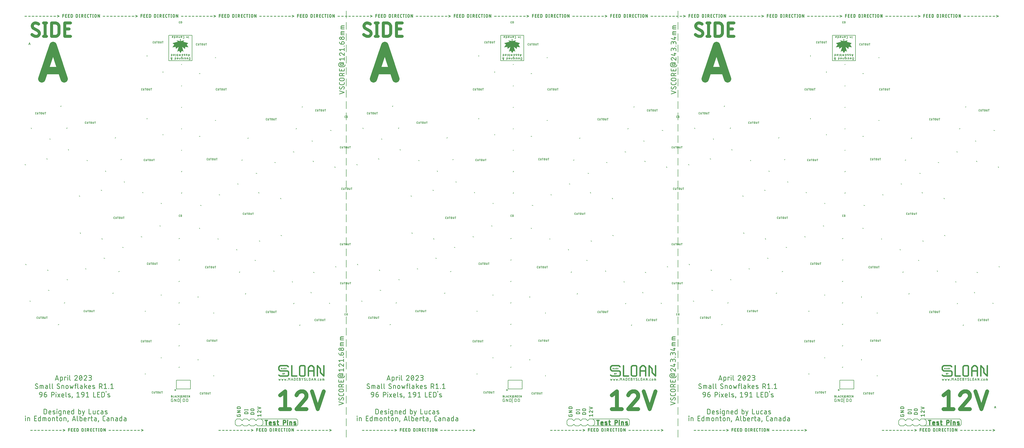
<source format=gbr>
G04 EAGLE Gerber RS-274X export*
G75*
%MOMM*%
%FSLAX34Y34*%
%LPD*%
%INSilkscreen Top*%
%IPPOS*%
%AMOC8*
5,1,8,0,0,1.08239X$1,22.5*%
G01*
%ADD10C,0.152400*%
%ADD11C,0.254000*%
%ADD12C,0.406400*%
%ADD13C,0.203200*%
%ADD14C,0.228600*%
%ADD15C,0.279400*%
%ADD16C,0.177800*%
%ADD17C,1.447800*%
%ADD18C,1.092200*%
%ADD19C,2.692400*%
%ADD20C,0.127000*%
%ADD21C,0.508000*%
%ADD22C,0.150000*%

G36*
X3Y596768D02*
X3Y596768D01*
X4Y596768D01*
X5082Y605654D01*
X11427Y601846D01*
X11429Y601847D01*
X11431Y601846D01*
X11432Y601847D01*
X11434Y601847D01*
X11433Y601850D01*
X11435Y601852D01*
X6359Y619618D01*
X16507Y612007D01*
X16508Y612007D01*
X16509Y612006D01*
X16510Y612007D01*
X16514Y612007D01*
X16513Y612009D01*
X16515Y612010D01*
X16516Y612019D01*
X16518Y612029D01*
X16520Y612039D01*
X16521Y612049D01*
X16523Y612059D01*
X16525Y612069D01*
X16526Y612079D01*
X16528Y612088D01*
X16528Y612089D01*
X16530Y612098D01*
X16531Y612108D01*
X16533Y612118D01*
X16535Y612128D01*
X16536Y612138D01*
X16538Y612148D01*
X16540Y612158D01*
X16541Y612168D01*
X16543Y612178D01*
X16545Y612188D01*
X16546Y612198D01*
X16548Y612208D01*
X16550Y612218D01*
X16551Y612228D01*
X16553Y612238D01*
X16555Y612247D01*
X16555Y612248D01*
X16556Y612257D01*
X16558Y612267D01*
X16560Y612277D01*
X16561Y612287D01*
X16563Y612297D01*
X16564Y612307D01*
X16565Y612307D01*
X16564Y612307D01*
X16566Y612317D01*
X16568Y612327D01*
X16569Y612337D01*
X16571Y612347D01*
X16573Y612357D01*
X16574Y612367D01*
X16576Y612377D01*
X16578Y612387D01*
X16579Y612397D01*
X16581Y612406D01*
X16581Y612407D01*
X16583Y612416D01*
X16584Y612426D01*
X16586Y612436D01*
X16588Y612446D01*
X16589Y612456D01*
X16591Y612466D01*
X16593Y612476D01*
X16594Y612486D01*
X16596Y612496D01*
X16598Y612506D01*
X16599Y612516D01*
X16601Y612526D01*
X16603Y612536D01*
X16604Y612546D01*
X16606Y612556D01*
X16608Y612565D01*
X16608Y612566D01*
X16609Y612575D01*
X16611Y612585D01*
X16613Y612595D01*
X16614Y612605D01*
X16616Y612615D01*
X16617Y612625D01*
X16618Y612625D01*
X16617Y612625D01*
X16619Y612635D01*
X16621Y612645D01*
X16622Y612655D01*
X16624Y612665D01*
X16626Y612675D01*
X16627Y612685D01*
X16629Y612695D01*
X16631Y612705D01*
X16632Y612715D01*
X16634Y612724D01*
X16634Y612725D01*
X16636Y612734D01*
X16637Y612744D01*
X16639Y612754D01*
X16641Y612764D01*
X16642Y612774D01*
X16644Y612784D01*
X16646Y612794D01*
X16647Y612804D01*
X16649Y612814D01*
X16651Y612824D01*
X16652Y612834D01*
X16654Y612844D01*
X16656Y612854D01*
X16657Y612864D01*
X16659Y612874D01*
X16661Y612883D01*
X16661Y612884D01*
X16662Y612893D01*
X16664Y612903D01*
X16666Y612913D01*
X16667Y612923D01*
X16669Y612933D01*
X16670Y612943D01*
X16671Y612943D01*
X16670Y612943D01*
X16672Y612953D01*
X16674Y612963D01*
X16675Y612973D01*
X16677Y612983D01*
X16679Y612993D01*
X16680Y613003D01*
X16682Y613013D01*
X16684Y613023D01*
X16685Y613033D01*
X16687Y613042D01*
X16687Y613043D01*
X16689Y613052D01*
X16690Y613062D01*
X16692Y613072D01*
X16694Y613082D01*
X16695Y613092D01*
X16697Y613102D01*
X16699Y613112D01*
X16700Y613122D01*
X16702Y613132D01*
X16704Y613142D01*
X16705Y613152D01*
X16707Y613162D01*
X16709Y613172D01*
X16710Y613182D01*
X16712Y613192D01*
X16714Y613201D01*
X16714Y613202D01*
X16715Y613211D01*
X16717Y613221D01*
X16719Y613231D01*
X16720Y613241D01*
X16722Y613251D01*
X16723Y613261D01*
X16724Y613261D01*
X16723Y613261D01*
X16725Y613271D01*
X16727Y613281D01*
X16728Y613291D01*
X16730Y613301D01*
X16732Y613311D01*
X16733Y613321D01*
X16735Y613331D01*
X16737Y613341D01*
X16738Y613351D01*
X16740Y613360D01*
X16740Y613361D01*
X16742Y613370D01*
X16743Y613380D01*
X16745Y613390D01*
X16747Y613400D01*
X16748Y613410D01*
X16750Y613420D01*
X16752Y613430D01*
X16753Y613440D01*
X16755Y613450D01*
X16757Y613460D01*
X16758Y613470D01*
X16760Y613480D01*
X16762Y613490D01*
X16763Y613500D01*
X16765Y613510D01*
X16767Y613519D01*
X16767Y613520D01*
X16768Y613529D01*
X16770Y613539D01*
X16772Y613549D01*
X16773Y613559D01*
X16775Y613569D01*
X16776Y613579D01*
X16777Y613579D01*
X16776Y613579D01*
X16778Y613589D01*
X16780Y613599D01*
X16781Y613609D01*
X16783Y613619D01*
X16785Y613629D01*
X16786Y613639D01*
X16788Y613649D01*
X16790Y613659D01*
X16791Y613669D01*
X16793Y613678D01*
X16793Y613679D01*
X16795Y613688D01*
X16796Y613698D01*
X16798Y613708D01*
X16800Y613718D01*
X16801Y613728D01*
X16803Y613738D01*
X16805Y613748D01*
X16806Y613758D01*
X16808Y613768D01*
X16810Y613778D01*
X16811Y613788D01*
X16813Y613798D01*
X16815Y613808D01*
X16816Y613818D01*
X16818Y613828D01*
X16820Y613837D01*
X16820Y613838D01*
X16821Y613847D01*
X16823Y613857D01*
X16825Y613867D01*
X16826Y613877D01*
X16828Y613887D01*
X16829Y613897D01*
X16830Y613897D01*
X16829Y613897D01*
X16831Y613907D01*
X16833Y613917D01*
X16834Y613927D01*
X16836Y613937D01*
X16838Y613947D01*
X16839Y613957D01*
X16841Y613967D01*
X16843Y613977D01*
X16844Y613987D01*
X16846Y613996D01*
X16846Y613997D01*
X16848Y614006D01*
X16849Y614016D01*
X16851Y614026D01*
X16853Y614036D01*
X16854Y614046D01*
X16856Y614056D01*
X16858Y614066D01*
X16859Y614076D01*
X16861Y614086D01*
X16863Y614096D01*
X16864Y614106D01*
X16866Y614116D01*
X16868Y614126D01*
X16869Y614136D01*
X16871Y614146D01*
X16873Y614155D01*
X16873Y614156D01*
X16874Y614165D01*
X16876Y614175D01*
X16878Y614185D01*
X16879Y614195D01*
X16881Y614205D01*
X16882Y614215D01*
X16883Y614215D01*
X16882Y614215D01*
X16884Y614225D01*
X16886Y614235D01*
X16887Y614245D01*
X16889Y614255D01*
X16891Y614265D01*
X16892Y614275D01*
X16894Y614285D01*
X16896Y614295D01*
X16897Y614305D01*
X16899Y614314D01*
X16899Y614315D01*
X16901Y614324D01*
X16902Y614334D01*
X16904Y614344D01*
X16906Y614354D01*
X16907Y614364D01*
X16909Y614374D01*
X16911Y614384D01*
X16912Y614394D01*
X16914Y614404D01*
X16916Y614414D01*
X16917Y614424D01*
X16919Y614434D01*
X16921Y614444D01*
X16922Y614454D01*
X16924Y614464D01*
X16926Y614473D01*
X16926Y614474D01*
X16927Y614483D01*
X16929Y614493D01*
X16931Y614503D01*
X16932Y614513D01*
X16934Y614523D01*
X16935Y614533D01*
X16936Y614533D01*
X16935Y614533D01*
X16937Y614543D01*
X16939Y614553D01*
X16940Y614563D01*
X16942Y614573D01*
X16944Y614583D01*
X16945Y614593D01*
X16947Y614603D01*
X16949Y614613D01*
X16950Y614623D01*
X16952Y614632D01*
X16952Y614633D01*
X16954Y614642D01*
X16955Y614652D01*
X16957Y614662D01*
X16959Y614672D01*
X16960Y614682D01*
X16962Y614692D01*
X16964Y614702D01*
X16965Y614712D01*
X16967Y614722D01*
X16969Y614732D01*
X16970Y614742D01*
X16972Y614752D01*
X16974Y614762D01*
X16975Y614772D01*
X16977Y614782D01*
X16979Y614791D01*
X16979Y614792D01*
X16980Y614801D01*
X16982Y614811D01*
X16984Y614821D01*
X16985Y614831D01*
X16987Y614841D01*
X16988Y614851D01*
X16989Y614851D01*
X16988Y614851D01*
X16990Y614861D01*
X16992Y614871D01*
X16993Y614881D01*
X16995Y614891D01*
X16997Y614901D01*
X16998Y614911D01*
X17000Y614921D01*
X17002Y614931D01*
X17003Y614941D01*
X17005Y614950D01*
X17005Y614951D01*
X17007Y614960D01*
X17008Y614970D01*
X17010Y614980D01*
X17012Y614990D01*
X17013Y615000D01*
X17015Y615010D01*
X17017Y615020D01*
X17018Y615030D01*
X17020Y615040D01*
X17022Y615050D01*
X17023Y615060D01*
X17025Y615070D01*
X17027Y615080D01*
X17028Y615090D01*
X17030Y615100D01*
X17032Y615109D01*
X17032Y615110D01*
X17033Y615119D01*
X17035Y615129D01*
X17037Y615139D01*
X17038Y615149D01*
X17040Y615159D01*
X17041Y615169D01*
X17042Y615169D01*
X17041Y615169D01*
X17043Y615179D01*
X17045Y615189D01*
X17046Y615199D01*
X17048Y615209D01*
X17050Y615219D01*
X17051Y615229D01*
X17053Y615239D01*
X17055Y615249D01*
X17056Y615259D01*
X17058Y615268D01*
X17058Y615269D01*
X17060Y615278D01*
X17061Y615288D01*
X17063Y615298D01*
X17065Y615308D01*
X17066Y615318D01*
X17068Y615328D01*
X17070Y615338D01*
X17071Y615348D01*
X17073Y615358D01*
X17075Y615368D01*
X17076Y615378D01*
X17078Y615388D01*
X17080Y615398D01*
X17081Y615408D01*
X17083Y615418D01*
X17085Y615427D01*
X17085Y615428D01*
X17086Y615437D01*
X17088Y615447D01*
X17090Y615457D01*
X17091Y615467D01*
X17093Y615477D01*
X17094Y615487D01*
X17095Y615487D01*
X17094Y615487D01*
X17096Y615497D01*
X17098Y615507D01*
X17099Y615517D01*
X17101Y615527D01*
X17103Y615537D01*
X17104Y615547D01*
X17106Y615557D01*
X17108Y615567D01*
X17109Y615577D01*
X17111Y615586D01*
X17111Y615587D01*
X17113Y615596D01*
X17114Y615606D01*
X17116Y615616D01*
X17118Y615626D01*
X17119Y615636D01*
X17121Y615646D01*
X17123Y615656D01*
X17124Y615666D01*
X17126Y615676D01*
X17128Y615686D01*
X17129Y615696D01*
X17131Y615706D01*
X17133Y615716D01*
X17134Y615726D01*
X17136Y615736D01*
X17138Y615745D01*
X17138Y615746D01*
X17139Y615755D01*
X17141Y615765D01*
X17143Y615775D01*
X17144Y615785D01*
X17146Y615795D01*
X17147Y615805D01*
X17148Y615805D01*
X17147Y615805D01*
X17149Y615815D01*
X17151Y615825D01*
X17152Y615835D01*
X17154Y615845D01*
X17156Y615855D01*
X17157Y615865D01*
X17159Y615875D01*
X17161Y615885D01*
X17162Y615895D01*
X17164Y615904D01*
X17164Y615905D01*
X17166Y615914D01*
X17167Y615924D01*
X17169Y615934D01*
X17171Y615944D01*
X17172Y615954D01*
X17174Y615964D01*
X17176Y615974D01*
X17177Y615984D01*
X17179Y615994D01*
X17181Y616004D01*
X17182Y616014D01*
X17184Y616024D01*
X17186Y616034D01*
X17187Y616044D01*
X17189Y616054D01*
X17191Y616063D01*
X17191Y616064D01*
X17192Y616073D01*
X17194Y616083D01*
X17196Y616093D01*
X17197Y616103D01*
X17199Y616113D01*
X17200Y616123D01*
X17201Y616123D01*
X17200Y616123D01*
X17202Y616133D01*
X17204Y616143D01*
X17205Y616153D01*
X17207Y616163D01*
X17209Y616173D01*
X17210Y616183D01*
X17212Y616193D01*
X17214Y616203D01*
X17215Y616213D01*
X17217Y616222D01*
X17217Y616223D01*
X17219Y616232D01*
X17220Y616242D01*
X17222Y616252D01*
X17224Y616262D01*
X17225Y616272D01*
X17227Y616282D01*
X17229Y616292D01*
X17230Y616302D01*
X17232Y616312D01*
X17234Y616322D01*
X17235Y616332D01*
X17237Y616342D01*
X17239Y616352D01*
X17240Y616362D01*
X17242Y616372D01*
X17244Y616381D01*
X17244Y616382D01*
X17245Y616391D01*
X17247Y616401D01*
X17249Y616411D01*
X17250Y616421D01*
X17252Y616431D01*
X17253Y616441D01*
X17254Y616441D01*
X17253Y616441D01*
X17255Y616451D01*
X17257Y616461D01*
X17258Y616471D01*
X17260Y616481D01*
X17262Y616491D01*
X17263Y616501D01*
X17265Y616511D01*
X17267Y616521D01*
X17268Y616531D01*
X17270Y616540D01*
X17270Y616541D01*
X17272Y616550D01*
X17273Y616560D01*
X17275Y616570D01*
X17277Y616580D01*
X17278Y616590D01*
X17280Y616600D01*
X17282Y616610D01*
X17283Y616620D01*
X17285Y616630D01*
X17287Y616640D01*
X17288Y616650D01*
X17290Y616660D01*
X17292Y616670D01*
X17293Y616680D01*
X17295Y616690D01*
X17297Y616699D01*
X17297Y616700D01*
X17298Y616709D01*
X17300Y616719D01*
X17302Y616729D01*
X17303Y616739D01*
X17305Y616749D01*
X17306Y616759D01*
X17307Y616759D01*
X17306Y616759D01*
X17308Y616769D01*
X17310Y616779D01*
X17311Y616789D01*
X17313Y616799D01*
X17315Y616809D01*
X17316Y616819D01*
X17318Y616829D01*
X17320Y616839D01*
X17321Y616849D01*
X17323Y616858D01*
X17323Y616859D01*
X17325Y616868D01*
X17326Y616878D01*
X17328Y616888D01*
X17330Y616898D01*
X17331Y616908D01*
X17333Y616918D01*
X17335Y616928D01*
X17336Y616938D01*
X17338Y616948D01*
X17340Y616958D01*
X17341Y616968D01*
X17343Y616978D01*
X17345Y616988D01*
X17346Y616998D01*
X17348Y617008D01*
X17350Y617017D01*
X17350Y617018D01*
X17351Y617027D01*
X17353Y617037D01*
X17355Y617047D01*
X17356Y617057D01*
X17358Y617067D01*
X17359Y617077D01*
X17360Y617077D01*
X17359Y617077D01*
X17361Y617087D01*
X17363Y617097D01*
X17364Y617107D01*
X17366Y617117D01*
X17368Y617127D01*
X17369Y617137D01*
X17371Y617147D01*
X17373Y617157D01*
X17374Y617167D01*
X17376Y617176D01*
X17376Y617177D01*
X17378Y617186D01*
X17379Y617196D01*
X17381Y617206D01*
X17383Y617216D01*
X17384Y617226D01*
X17386Y617236D01*
X17388Y617246D01*
X17389Y617256D01*
X17391Y617266D01*
X17393Y617276D01*
X17394Y617286D01*
X17396Y617296D01*
X17398Y617306D01*
X17399Y617316D01*
X17401Y617326D01*
X17403Y617335D01*
X17403Y617336D01*
X17404Y617345D01*
X17406Y617355D01*
X17408Y617365D01*
X17409Y617375D01*
X17411Y617385D01*
X17412Y617395D01*
X17413Y617395D01*
X17412Y617395D01*
X17414Y617405D01*
X17416Y617415D01*
X17417Y617425D01*
X17419Y617435D01*
X17421Y617445D01*
X17422Y617455D01*
X17424Y617465D01*
X17426Y617475D01*
X17427Y617485D01*
X17429Y617494D01*
X17429Y617495D01*
X17431Y617504D01*
X17432Y617514D01*
X17434Y617524D01*
X17436Y617534D01*
X17437Y617544D01*
X17439Y617554D01*
X17441Y617564D01*
X17442Y617574D01*
X17444Y617584D01*
X17446Y617594D01*
X17447Y617604D01*
X17449Y617614D01*
X17451Y617624D01*
X17452Y617634D01*
X17454Y617644D01*
X17456Y617653D01*
X17456Y617654D01*
X17457Y617663D01*
X17459Y617673D01*
X17461Y617683D01*
X17462Y617693D01*
X17464Y617703D01*
X17465Y617713D01*
X17466Y617713D01*
X17465Y617713D01*
X17467Y617723D01*
X17469Y617733D01*
X17470Y617743D01*
X17472Y617753D01*
X17474Y617763D01*
X17475Y617773D01*
X17477Y617783D01*
X17479Y617793D01*
X17480Y617803D01*
X17482Y617812D01*
X17482Y617813D01*
X17484Y617822D01*
X17485Y617832D01*
X17487Y617842D01*
X17489Y617852D01*
X17490Y617862D01*
X17492Y617872D01*
X17494Y617882D01*
X17495Y617892D01*
X17497Y617902D01*
X17499Y617912D01*
X17500Y617922D01*
X17502Y617932D01*
X17504Y617942D01*
X17505Y617952D01*
X17507Y617962D01*
X17509Y617971D01*
X17509Y617972D01*
X17510Y617981D01*
X17512Y617991D01*
X17514Y618001D01*
X17515Y618011D01*
X17517Y618021D01*
X17518Y618031D01*
X17519Y618031D01*
X17518Y618031D01*
X17520Y618041D01*
X17522Y618051D01*
X17523Y618061D01*
X17525Y618071D01*
X17527Y618081D01*
X17528Y618091D01*
X17530Y618101D01*
X17532Y618111D01*
X17533Y618121D01*
X17535Y618130D01*
X17535Y618131D01*
X17537Y618140D01*
X17538Y618150D01*
X17540Y618160D01*
X17542Y618170D01*
X17543Y618180D01*
X17545Y618190D01*
X17547Y618200D01*
X17548Y618210D01*
X17550Y618220D01*
X17552Y618230D01*
X17553Y618240D01*
X17555Y618250D01*
X17557Y618260D01*
X17558Y618270D01*
X17560Y618280D01*
X17562Y618289D01*
X17562Y618290D01*
X17563Y618299D01*
X17565Y618309D01*
X17567Y618319D01*
X17568Y618329D01*
X17570Y618339D01*
X17571Y618349D01*
X17572Y618349D01*
X17571Y618349D01*
X17573Y618359D01*
X17575Y618369D01*
X17576Y618379D01*
X17578Y618389D01*
X17580Y618399D01*
X17581Y618409D01*
X17583Y618419D01*
X17585Y618429D01*
X17586Y618439D01*
X17588Y618448D01*
X17588Y618449D01*
X17590Y618458D01*
X17591Y618468D01*
X17593Y618478D01*
X17595Y618488D01*
X17596Y618498D01*
X17598Y618508D01*
X17600Y618518D01*
X17601Y618528D01*
X17603Y618538D01*
X17605Y618548D01*
X17606Y618558D01*
X17608Y618568D01*
X17610Y618578D01*
X17611Y618588D01*
X17613Y618598D01*
X17615Y618607D01*
X17615Y618608D01*
X17616Y618617D01*
X17618Y618627D01*
X17620Y618637D01*
X17621Y618647D01*
X17623Y618657D01*
X17624Y618667D01*
X17625Y618667D01*
X17624Y618667D01*
X17626Y618677D01*
X17628Y618687D01*
X17629Y618697D01*
X17631Y618707D01*
X17633Y618717D01*
X17634Y618727D01*
X17636Y618737D01*
X17638Y618747D01*
X17639Y618757D01*
X17641Y618766D01*
X17641Y618767D01*
X17643Y618776D01*
X17644Y618786D01*
X17646Y618796D01*
X17648Y618806D01*
X17649Y618816D01*
X17651Y618826D01*
X17653Y618836D01*
X17654Y618846D01*
X17656Y618856D01*
X17658Y618866D01*
X17659Y618876D01*
X17661Y618886D01*
X17663Y618896D01*
X17664Y618906D01*
X17666Y618916D01*
X17668Y618925D01*
X17668Y618926D01*
X17669Y618935D01*
X17671Y618945D01*
X17673Y618955D01*
X17674Y618965D01*
X17676Y618975D01*
X17677Y618985D01*
X17678Y618985D01*
X17677Y618985D01*
X17679Y618995D01*
X17681Y619005D01*
X17682Y619015D01*
X17684Y619025D01*
X17686Y619035D01*
X17687Y619045D01*
X17689Y619055D01*
X17691Y619065D01*
X17692Y619075D01*
X17694Y619084D01*
X17694Y619085D01*
X17696Y619094D01*
X17697Y619104D01*
X17699Y619114D01*
X17701Y619124D01*
X17702Y619134D01*
X17704Y619144D01*
X17706Y619154D01*
X17707Y619164D01*
X17709Y619174D01*
X17711Y619184D01*
X17712Y619194D01*
X17714Y619204D01*
X17716Y619214D01*
X17717Y619224D01*
X17719Y619234D01*
X17721Y619243D01*
X17721Y619244D01*
X17722Y619253D01*
X17724Y619263D01*
X17726Y619273D01*
X17727Y619283D01*
X17729Y619293D01*
X17730Y619303D01*
X17731Y619303D01*
X17730Y619303D01*
X17732Y619313D01*
X17734Y619323D01*
X17735Y619333D01*
X17737Y619343D01*
X17739Y619353D01*
X17740Y619363D01*
X17742Y619373D01*
X17744Y619383D01*
X17745Y619393D01*
X17747Y619402D01*
X17747Y619403D01*
X17749Y619412D01*
X17750Y619422D01*
X17752Y619432D01*
X17754Y619442D01*
X17755Y619452D01*
X17757Y619462D01*
X17759Y619472D01*
X17760Y619482D01*
X17762Y619492D01*
X17764Y619502D01*
X17765Y619512D01*
X17767Y619522D01*
X17769Y619532D01*
X17770Y619542D01*
X17772Y619552D01*
X17774Y619561D01*
X17774Y619562D01*
X17775Y619571D01*
X17777Y619581D01*
X17779Y619591D01*
X17780Y619601D01*
X17782Y619611D01*
X17783Y619621D01*
X17784Y619621D01*
X17783Y619621D01*
X17784Y619625D01*
X29209Y618356D01*
X29211Y618356D01*
X29212Y618356D01*
X29213Y618358D01*
X29215Y618359D01*
X29214Y618361D01*
X29214Y618363D01*
X22867Y628519D01*
X29213Y633597D01*
X29213Y633598D01*
X29215Y633599D01*
X29214Y633600D01*
X29214Y633603D01*
X29212Y633603D01*
X29211Y633605D01*
X10168Y638683D01*
X13974Y643758D01*
X13974Y643759D01*
X13975Y643759D01*
X13974Y643760D01*
X13975Y643761D01*
X13974Y643762D01*
X13973Y643764D01*
X13971Y643764D01*
X13969Y643765D01*
X1275Y641227D01*
X1275Y648841D01*
X1271Y648845D01*
X1270Y648845D01*
X1270Y648846D01*
X-1270Y648846D01*
X-1275Y648841D01*
X-1275Y641227D01*
X-13969Y643765D01*
X-13971Y643764D01*
X-13972Y643765D01*
X-13973Y643763D01*
X-13975Y643762D01*
X-13974Y643761D01*
X-13975Y643761D01*
X-13974Y643760D01*
X-13974Y643758D01*
X-10168Y638683D01*
X-29211Y633605D01*
X-29212Y633604D01*
X-29213Y633604D01*
X-29213Y633602D01*
X-29215Y633600D01*
X-29213Y633599D01*
X-29213Y633597D01*
X-22867Y628519D01*
X-29214Y618363D01*
X-29214Y618362D01*
X-29215Y618361D01*
X-29214Y618359D01*
X-29213Y618357D01*
X-29211Y618357D01*
X-29209Y618356D01*
X-17784Y619625D01*
X-16515Y612010D01*
X-16514Y612009D01*
X-16514Y612008D01*
X-16512Y612008D01*
X-16510Y612006D01*
X-16509Y612007D01*
X-16507Y612007D01*
X-6359Y619618D01*
X-11435Y601852D01*
X-11434Y601850D01*
X-11435Y601849D01*
X-11433Y601848D01*
X-11432Y601846D01*
X-11430Y601847D01*
X-11427Y601846D01*
X-5082Y605654D01*
X-4Y596768D01*
X-3Y596768D01*
X-3Y596767D01*
X-1Y596767D01*
X2Y596766D01*
X3Y596768D01*
G37*
G36*
X2433359Y596768D02*
X2433359Y596768D01*
X2433360Y596768D01*
X2438438Y605654D01*
X2444783Y601846D01*
X2444785Y601847D01*
X2444787Y601846D01*
X2444788Y601847D01*
X2444790Y601847D01*
X2444789Y601850D01*
X2444791Y601852D01*
X2439715Y619618D01*
X2449863Y612007D01*
X2449864Y612007D01*
X2449865Y612006D01*
X2449866Y612007D01*
X2449870Y612007D01*
X2449869Y612009D01*
X2449871Y612010D01*
X2449872Y612019D01*
X2449874Y612029D01*
X2449876Y612039D01*
X2449877Y612049D01*
X2449879Y612059D01*
X2449881Y612069D01*
X2449882Y612079D01*
X2449884Y612088D01*
X2449884Y612089D01*
X2449886Y612098D01*
X2449887Y612108D01*
X2449889Y612118D01*
X2449891Y612128D01*
X2449892Y612138D01*
X2449894Y612148D01*
X2449896Y612158D01*
X2449897Y612168D01*
X2449899Y612178D01*
X2449901Y612188D01*
X2449902Y612198D01*
X2449904Y612208D01*
X2449906Y612218D01*
X2449907Y612228D01*
X2449909Y612238D01*
X2449911Y612247D01*
X2449911Y612248D01*
X2449912Y612257D01*
X2449914Y612267D01*
X2449916Y612277D01*
X2449917Y612287D01*
X2449919Y612297D01*
X2449920Y612307D01*
X2449921Y612307D01*
X2449920Y612307D01*
X2449922Y612317D01*
X2449924Y612327D01*
X2449925Y612337D01*
X2449927Y612347D01*
X2449929Y612357D01*
X2449930Y612367D01*
X2449932Y612377D01*
X2449934Y612387D01*
X2449935Y612397D01*
X2449937Y612406D01*
X2449937Y612407D01*
X2449939Y612416D01*
X2449940Y612426D01*
X2449942Y612436D01*
X2449944Y612446D01*
X2449945Y612456D01*
X2449947Y612466D01*
X2449949Y612476D01*
X2449950Y612486D01*
X2449952Y612496D01*
X2449954Y612506D01*
X2449955Y612516D01*
X2449957Y612526D01*
X2449959Y612536D01*
X2449960Y612546D01*
X2449962Y612556D01*
X2449964Y612565D01*
X2449964Y612566D01*
X2449965Y612575D01*
X2449967Y612585D01*
X2449969Y612595D01*
X2449970Y612605D01*
X2449972Y612615D01*
X2449973Y612625D01*
X2449974Y612625D01*
X2449973Y612625D01*
X2449975Y612635D01*
X2449977Y612645D01*
X2449978Y612655D01*
X2449980Y612665D01*
X2449982Y612675D01*
X2449983Y612685D01*
X2449985Y612695D01*
X2449987Y612705D01*
X2449988Y612715D01*
X2449990Y612724D01*
X2449990Y612725D01*
X2449992Y612734D01*
X2449993Y612744D01*
X2449995Y612754D01*
X2449997Y612764D01*
X2449998Y612774D01*
X2450000Y612784D01*
X2450002Y612794D01*
X2450003Y612804D01*
X2450005Y612814D01*
X2450007Y612824D01*
X2450008Y612834D01*
X2450010Y612844D01*
X2450012Y612854D01*
X2450013Y612864D01*
X2450015Y612874D01*
X2450017Y612883D01*
X2450017Y612884D01*
X2450018Y612893D01*
X2450020Y612903D01*
X2450022Y612913D01*
X2450023Y612923D01*
X2450025Y612933D01*
X2450026Y612943D01*
X2450027Y612943D01*
X2450026Y612943D01*
X2450028Y612953D01*
X2450030Y612963D01*
X2450031Y612973D01*
X2450033Y612983D01*
X2450035Y612993D01*
X2450036Y613003D01*
X2450038Y613013D01*
X2450040Y613023D01*
X2450041Y613033D01*
X2450043Y613042D01*
X2450043Y613043D01*
X2450045Y613052D01*
X2450046Y613062D01*
X2450048Y613072D01*
X2450050Y613082D01*
X2450051Y613092D01*
X2450053Y613102D01*
X2450055Y613112D01*
X2450056Y613122D01*
X2450058Y613132D01*
X2450060Y613142D01*
X2450061Y613152D01*
X2450063Y613162D01*
X2450065Y613172D01*
X2450066Y613182D01*
X2450068Y613192D01*
X2450070Y613201D01*
X2450070Y613202D01*
X2450071Y613211D01*
X2450073Y613221D01*
X2450075Y613231D01*
X2450076Y613241D01*
X2450078Y613251D01*
X2450079Y613261D01*
X2450080Y613261D01*
X2450079Y613261D01*
X2450081Y613271D01*
X2450083Y613281D01*
X2450084Y613291D01*
X2450086Y613301D01*
X2450088Y613311D01*
X2450089Y613321D01*
X2450091Y613331D01*
X2450093Y613341D01*
X2450094Y613351D01*
X2450096Y613360D01*
X2450096Y613361D01*
X2450098Y613370D01*
X2450099Y613380D01*
X2450101Y613390D01*
X2450103Y613400D01*
X2450104Y613410D01*
X2450106Y613420D01*
X2450108Y613430D01*
X2450109Y613440D01*
X2450111Y613450D01*
X2450113Y613460D01*
X2450114Y613470D01*
X2450116Y613480D01*
X2450118Y613490D01*
X2450119Y613500D01*
X2450121Y613510D01*
X2450123Y613519D01*
X2450123Y613520D01*
X2450124Y613529D01*
X2450126Y613539D01*
X2450128Y613549D01*
X2450129Y613559D01*
X2450131Y613569D01*
X2450132Y613579D01*
X2450133Y613579D01*
X2450132Y613579D01*
X2450134Y613589D01*
X2450136Y613599D01*
X2450137Y613609D01*
X2450139Y613619D01*
X2450141Y613629D01*
X2450142Y613639D01*
X2450144Y613649D01*
X2450146Y613659D01*
X2450147Y613669D01*
X2450149Y613678D01*
X2450149Y613679D01*
X2450151Y613688D01*
X2450152Y613698D01*
X2450154Y613708D01*
X2450156Y613718D01*
X2450157Y613728D01*
X2450159Y613738D01*
X2450161Y613748D01*
X2450162Y613758D01*
X2450164Y613768D01*
X2450166Y613778D01*
X2450167Y613788D01*
X2450169Y613798D01*
X2450171Y613808D01*
X2450172Y613818D01*
X2450174Y613828D01*
X2450176Y613837D01*
X2450176Y613838D01*
X2450177Y613847D01*
X2450179Y613857D01*
X2450181Y613867D01*
X2450182Y613877D01*
X2450184Y613887D01*
X2450185Y613897D01*
X2450186Y613897D01*
X2450185Y613897D01*
X2450187Y613907D01*
X2450189Y613917D01*
X2450190Y613927D01*
X2450192Y613937D01*
X2450194Y613947D01*
X2450195Y613957D01*
X2450197Y613967D01*
X2450199Y613977D01*
X2450200Y613987D01*
X2450202Y613996D01*
X2450202Y613997D01*
X2450204Y614006D01*
X2450205Y614016D01*
X2450207Y614026D01*
X2450209Y614036D01*
X2450210Y614046D01*
X2450212Y614056D01*
X2450214Y614066D01*
X2450215Y614076D01*
X2450217Y614086D01*
X2450219Y614096D01*
X2450220Y614106D01*
X2450222Y614116D01*
X2450224Y614126D01*
X2450225Y614136D01*
X2450227Y614146D01*
X2450229Y614155D01*
X2450229Y614156D01*
X2450230Y614165D01*
X2450232Y614175D01*
X2450234Y614185D01*
X2450235Y614195D01*
X2450237Y614205D01*
X2450238Y614215D01*
X2450239Y614215D01*
X2450238Y614215D01*
X2450240Y614225D01*
X2450242Y614235D01*
X2450243Y614245D01*
X2450245Y614255D01*
X2450247Y614265D01*
X2450248Y614275D01*
X2450250Y614285D01*
X2450252Y614295D01*
X2450253Y614305D01*
X2450255Y614314D01*
X2450255Y614315D01*
X2450257Y614324D01*
X2450258Y614334D01*
X2450260Y614344D01*
X2450262Y614354D01*
X2450263Y614364D01*
X2450265Y614374D01*
X2450267Y614384D01*
X2450268Y614394D01*
X2450270Y614404D01*
X2450272Y614414D01*
X2450273Y614424D01*
X2450275Y614434D01*
X2450277Y614444D01*
X2450278Y614454D01*
X2450280Y614464D01*
X2450282Y614473D01*
X2450282Y614474D01*
X2450283Y614483D01*
X2450285Y614493D01*
X2450287Y614503D01*
X2450288Y614513D01*
X2450290Y614523D01*
X2450291Y614533D01*
X2450292Y614533D01*
X2450291Y614533D01*
X2450293Y614543D01*
X2450295Y614553D01*
X2450296Y614563D01*
X2450298Y614573D01*
X2450300Y614583D01*
X2450301Y614593D01*
X2450303Y614603D01*
X2450305Y614613D01*
X2450306Y614623D01*
X2450308Y614632D01*
X2450308Y614633D01*
X2450310Y614642D01*
X2450311Y614652D01*
X2450313Y614662D01*
X2450315Y614672D01*
X2450316Y614682D01*
X2450318Y614692D01*
X2450320Y614702D01*
X2450321Y614712D01*
X2450323Y614722D01*
X2450325Y614732D01*
X2450326Y614742D01*
X2450328Y614752D01*
X2450330Y614762D01*
X2450331Y614772D01*
X2450333Y614782D01*
X2450335Y614791D01*
X2450335Y614792D01*
X2450336Y614801D01*
X2450338Y614811D01*
X2450340Y614821D01*
X2450341Y614831D01*
X2450343Y614841D01*
X2450344Y614851D01*
X2450345Y614851D01*
X2450344Y614851D01*
X2450346Y614861D01*
X2450348Y614871D01*
X2450349Y614881D01*
X2450351Y614891D01*
X2450353Y614901D01*
X2450354Y614911D01*
X2450356Y614921D01*
X2450358Y614931D01*
X2450359Y614941D01*
X2450361Y614950D01*
X2450361Y614951D01*
X2450363Y614960D01*
X2450364Y614970D01*
X2450366Y614980D01*
X2450368Y614990D01*
X2450369Y615000D01*
X2450371Y615010D01*
X2450373Y615020D01*
X2450374Y615030D01*
X2450376Y615040D01*
X2450378Y615050D01*
X2450379Y615060D01*
X2450381Y615070D01*
X2450383Y615080D01*
X2450384Y615090D01*
X2450386Y615100D01*
X2450388Y615109D01*
X2450388Y615110D01*
X2450389Y615119D01*
X2450391Y615129D01*
X2450393Y615139D01*
X2450394Y615149D01*
X2450396Y615159D01*
X2450397Y615169D01*
X2450398Y615169D01*
X2450397Y615169D01*
X2450399Y615179D01*
X2450401Y615189D01*
X2450402Y615199D01*
X2450404Y615209D01*
X2450406Y615219D01*
X2450407Y615229D01*
X2450409Y615239D01*
X2450411Y615249D01*
X2450412Y615259D01*
X2450414Y615268D01*
X2450414Y615269D01*
X2450416Y615278D01*
X2450417Y615288D01*
X2450419Y615298D01*
X2450421Y615308D01*
X2450422Y615318D01*
X2450424Y615328D01*
X2450426Y615338D01*
X2450427Y615348D01*
X2450429Y615358D01*
X2450431Y615368D01*
X2450432Y615378D01*
X2450434Y615388D01*
X2450436Y615398D01*
X2450437Y615408D01*
X2450439Y615418D01*
X2450441Y615427D01*
X2450441Y615428D01*
X2450442Y615437D01*
X2450444Y615447D01*
X2450446Y615457D01*
X2450447Y615467D01*
X2450449Y615477D01*
X2450450Y615487D01*
X2450451Y615487D01*
X2450450Y615487D01*
X2450452Y615497D01*
X2450454Y615507D01*
X2450455Y615517D01*
X2450457Y615527D01*
X2450459Y615537D01*
X2450460Y615547D01*
X2450462Y615557D01*
X2450464Y615567D01*
X2450465Y615577D01*
X2450467Y615586D01*
X2450467Y615587D01*
X2450469Y615596D01*
X2450470Y615606D01*
X2450472Y615616D01*
X2450474Y615626D01*
X2450475Y615636D01*
X2450477Y615646D01*
X2450479Y615656D01*
X2450480Y615666D01*
X2450482Y615676D01*
X2450484Y615686D01*
X2450485Y615696D01*
X2450487Y615706D01*
X2450489Y615716D01*
X2450490Y615726D01*
X2450492Y615736D01*
X2450494Y615745D01*
X2450494Y615746D01*
X2450495Y615755D01*
X2450497Y615765D01*
X2450499Y615775D01*
X2450500Y615785D01*
X2450502Y615795D01*
X2450503Y615805D01*
X2450504Y615805D01*
X2450503Y615805D01*
X2450505Y615815D01*
X2450507Y615825D01*
X2450508Y615835D01*
X2450510Y615845D01*
X2450512Y615855D01*
X2450513Y615865D01*
X2450515Y615875D01*
X2450517Y615885D01*
X2450518Y615895D01*
X2450520Y615904D01*
X2450520Y615905D01*
X2450522Y615914D01*
X2450523Y615924D01*
X2450525Y615934D01*
X2450527Y615944D01*
X2450528Y615954D01*
X2450530Y615964D01*
X2450532Y615974D01*
X2450533Y615984D01*
X2450535Y615994D01*
X2450537Y616004D01*
X2450538Y616014D01*
X2450540Y616024D01*
X2450542Y616034D01*
X2450543Y616044D01*
X2450545Y616054D01*
X2450547Y616063D01*
X2450547Y616064D01*
X2450548Y616073D01*
X2450550Y616083D01*
X2450552Y616093D01*
X2450553Y616103D01*
X2450555Y616113D01*
X2450556Y616123D01*
X2450557Y616123D01*
X2450556Y616123D01*
X2450558Y616133D01*
X2450560Y616143D01*
X2450561Y616153D01*
X2450563Y616163D01*
X2450565Y616173D01*
X2450566Y616183D01*
X2450568Y616193D01*
X2450570Y616203D01*
X2450571Y616213D01*
X2450573Y616222D01*
X2450573Y616223D01*
X2450575Y616232D01*
X2450576Y616242D01*
X2450578Y616252D01*
X2450580Y616262D01*
X2450581Y616272D01*
X2450583Y616282D01*
X2450585Y616292D01*
X2450586Y616302D01*
X2450588Y616312D01*
X2450590Y616322D01*
X2450591Y616332D01*
X2450593Y616342D01*
X2450595Y616352D01*
X2450596Y616362D01*
X2450598Y616372D01*
X2450600Y616381D01*
X2450600Y616382D01*
X2450601Y616391D01*
X2450603Y616401D01*
X2450605Y616411D01*
X2450606Y616421D01*
X2450608Y616431D01*
X2450609Y616441D01*
X2450610Y616441D01*
X2450609Y616441D01*
X2450611Y616451D01*
X2450613Y616461D01*
X2450614Y616471D01*
X2450616Y616481D01*
X2450618Y616491D01*
X2450619Y616501D01*
X2450621Y616511D01*
X2450623Y616521D01*
X2450624Y616531D01*
X2450626Y616540D01*
X2450626Y616541D01*
X2450628Y616550D01*
X2450629Y616560D01*
X2450631Y616570D01*
X2450633Y616580D01*
X2450634Y616590D01*
X2450636Y616600D01*
X2450638Y616610D01*
X2450639Y616620D01*
X2450641Y616630D01*
X2450643Y616640D01*
X2450644Y616650D01*
X2450646Y616660D01*
X2450648Y616670D01*
X2450649Y616680D01*
X2450651Y616690D01*
X2450653Y616699D01*
X2450653Y616700D01*
X2450654Y616709D01*
X2450656Y616719D01*
X2450658Y616729D01*
X2450659Y616739D01*
X2450661Y616749D01*
X2450662Y616759D01*
X2450663Y616759D01*
X2450662Y616759D01*
X2450664Y616769D01*
X2450666Y616779D01*
X2450667Y616789D01*
X2450669Y616799D01*
X2450671Y616809D01*
X2450672Y616819D01*
X2450674Y616829D01*
X2450676Y616839D01*
X2450677Y616849D01*
X2450679Y616858D01*
X2450679Y616859D01*
X2450681Y616868D01*
X2450682Y616878D01*
X2450684Y616888D01*
X2450686Y616898D01*
X2450687Y616908D01*
X2450689Y616918D01*
X2450691Y616928D01*
X2450692Y616938D01*
X2450694Y616948D01*
X2450696Y616958D01*
X2450697Y616968D01*
X2450699Y616978D01*
X2450701Y616988D01*
X2450702Y616998D01*
X2450704Y617008D01*
X2450706Y617017D01*
X2450706Y617018D01*
X2450707Y617027D01*
X2450709Y617037D01*
X2450711Y617047D01*
X2450712Y617057D01*
X2450714Y617067D01*
X2450715Y617077D01*
X2450716Y617077D01*
X2450715Y617077D01*
X2450717Y617087D01*
X2450719Y617097D01*
X2450720Y617107D01*
X2450722Y617117D01*
X2450724Y617127D01*
X2450725Y617137D01*
X2450727Y617147D01*
X2450729Y617157D01*
X2450730Y617167D01*
X2450732Y617176D01*
X2450732Y617177D01*
X2450734Y617186D01*
X2450735Y617196D01*
X2450737Y617206D01*
X2450739Y617216D01*
X2450740Y617226D01*
X2450742Y617236D01*
X2450744Y617246D01*
X2450745Y617256D01*
X2450747Y617266D01*
X2450749Y617276D01*
X2450750Y617286D01*
X2450752Y617296D01*
X2450754Y617306D01*
X2450755Y617316D01*
X2450757Y617326D01*
X2450759Y617335D01*
X2450759Y617336D01*
X2450760Y617345D01*
X2450762Y617355D01*
X2450764Y617365D01*
X2450765Y617375D01*
X2450767Y617385D01*
X2450768Y617395D01*
X2450769Y617395D01*
X2450768Y617395D01*
X2450770Y617405D01*
X2450772Y617415D01*
X2450773Y617425D01*
X2450775Y617435D01*
X2450777Y617445D01*
X2450778Y617455D01*
X2450780Y617465D01*
X2450782Y617475D01*
X2450783Y617485D01*
X2450785Y617494D01*
X2450785Y617495D01*
X2450787Y617504D01*
X2450788Y617514D01*
X2450790Y617524D01*
X2450792Y617534D01*
X2450793Y617544D01*
X2450795Y617554D01*
X2450797Y617564D01*
X2450798Y617574D01*
X2450800Y617584D01*
X2450802Y617594D01*
X2450803Y617604D01*
X2450805Y617614D01*
X2450807Y617624D01*
X2450808Y617634D01*
X2450810Y617644D01*
X2450812Y617653D01*
X2450812Y617654D01*
X2450813Y617663D01*
X2450815Y617673D01*
X2450817Y617683D01*
X2450818Y617693D01*
X2450820Y617703D01*
X2450821Y617713D01*
X2450822Y617713D01*
X2450821Y617713D01*
X2450823Y617723D01*
X2450825Y617733D01*
X2450826Y617743D01*
X2450828Y617753D01*
X2450830Y617763D01*
X2450831Y617773D01*
X2450833Y617783D01*
X2450835Y617793D01*
X2450836Y617803D01*
X2450838Y617812D01*
X2450838Y617813D01*
X2450840Y617822D01*
X2450841Y617832D01*
X2450843Y617842D01*
X2450845Y617852D01*
X2450846Y617862D01*
X2450848Y617872D01*
X2450850Y617882D01*
X2450851Y617892D01*
X2450853Y617902D01*
X2450855Y617912D01*
X2450856Y617922D01*
X2450858Y617932D01*
X2450860Y617942D01*
X2450861Y617952D01*
X2450863Y617962D01*
X2450865Y617971D01*
X2450865Y617972D01*
X2450866Y617981D01*
X2450868Y617991D01*
X2450870Y618001D01*
X2450871Y618011D01*
X2450873Y618021D01*
X2450874Y618031D01*
X2450875Y618031D01*
X2450874Y618031D01*
X2450876Y618041D01*
X2450878Y618051D01*
X2450879Y618061D01*
X2450881Y618071D01*
X2450883Y618081D01*
X2450884Y618091D01*
X2450886Y618101D01*
X2450888Y618111D01*
X2450889Y618121D01*
X2450891Y618130D01*
X2450891Y618131D01*
X2450893Y618140D01*
X2450894Y618150D01*
X2450896Y618160D01*
X2450898Y618170D01*
X2450899Y618180D01*
X2450901Y618190D01*
X2450903Y618200D01*
X2450904Y618210D01*
X2450906Y618220D01*
X2450908Y618230D01*
X2450909Y618240D01*
X2450911Y618250D01*
X2450913Y618260D01*
X2450914Y618270D01*
X2450916Y618280D01*
X2450918Y618289D01*
X2450918Y618290D01*
X2450919Y618299D01*
X2450921Y618309D01*
X2450923Y618319D01*
X2450924Y618329D01*
X2450926Y618339D01*
X2450927Y618349D01*
X2450928Y618349D01*
X2450927Y618349D01*
X2450929Y618359D01*
X2450931Y618369D01*
X2450932Y618379D01*
X2450934Y618389D01*
X2450936Y618399D01*
X2450937Y618409D01*
X2450939Y618419D01*
X2450941Y618429D01*
X2450942Y618439D01*
X2450944Y618448D01*
X2450944Y618449D01*
X2450946Y618458D01*
X2450947Y618468D01*
X2450949Y618478D01*
X2450951Y618488D01*
X2450952Y618498D01*
X2450954Y618508D01*
X2450956Y618518D01*
X2450957Y618528D01*
X2450959Y618538D01*
X2450961Y618548D01*
X2450962Y618558D01*
X2450964Y618568D01*
X2450966Y618578D01*
X2450967Y618588D01*
X2450969Y618598D01*
X2450971Y618607D01*
X2450971Y618608D01*
X2450972Y618617D01*
X2450974Y618627D01*
X2450976Y618637D01*
X2450977Y618647D01*
X2450979Y618657D01*
X2450980Y618667D01*
X2450981Y618667D01*
X2450980Y618667D01*
X2450982Y618677D01*
X2450984Y618687D01*
X2450985Y618697D01*
X2450987Y618707D01*
X2450989Y618717D01*
X2450990Y618727D01*
X2450992Y618737D01*
X2450994Y618747D01*
X2450995Y618757D01*
X2450997Y618766D01*
X2450997Y618767D01*
X2450999Y618776D01*
X2451000Y618786D01*
X2451002Y618796D01*
X2451004Y618806D01*
X2451005Y618816D01*
X2451007Y618826D01*
X2451009Y618836D01*
X2451010Y618846D01*
X2451012Y618856D01*
X2451014Y618866D01*
X2451015Y618876D01*
X2451017Y618886D01*
X2451019Y618896D01*
X2451020Y618906D01*
X2451022Y618916D01*
X2451024Y618925D01*
X2451024Y618926D01*
X2451025Y618935D01*
X2451027Y618945D01*
X2451029Y618955D01*
X2451030Y618965D01*
X2451032Y618975D01*
X2451033Y618985D01*
X2451034Y618985D01*
X2451033Y618985D01*
X2451035Y618995D01*
X2451037Y619005D01*
X2451038Y619015D01*
X2451040Y619025D01*
X2451042Y619035D01*
X2451043Y619045D01*
X2451045Y619055D01*
X2451047Y619065D01*
X2451048Y619075D01*
X2451050Y619084D01*
X2451050Y619085D01*
X2451052Y619094D01*
X2451053Y619104D01*
X2451055Y619114D01*
X2451057Y619124D01*
X2451058Y619134D01*
X2451060Y619144D01*
X2451062Y619154D01*
X2451063Y619164D01*
X2451065Y619174D01*
X2451067Y619184D01*
X2451068Y619194D01*
X2451070Y619204D01*
X2451072Y619214D01*
X2451073Y619224D01*
X2451075Y619234D01*
X2451077Y619243D01*
X2451077Y619244D01*
X2451078Y619253D01*
X2451080Y619263D01*
X2451082Y619273D01*
X2451083Y619283D01*
X2451085Y619293D01*
X2451086Y619303D01*
X2451087Y619303D01*
X2451086Y619303D01*
X2451088Y619313D01*
X2451090Y619323D01*
X2451091Y619333D01*
X2451093Y619343D01*
X2451095Y619353D01*
X2451096Y619363D01*
X2451098Y619373D01*
X2451100Y619383D01*
X2451101Y619393D01*
X2451103Y619402D01*
X2451103Y619403D01*
X2451105Y619412D01*
X2451106Y619422D01*
X2451108Y619432D01*
X2451110Y619442D01*
X2451111Y619452D01*
X2451113Y619462D01*
X2451115Y619472D01*
X2451116Y619482D01*
X2451118Y619492D01*
X2451120Y619502D01*
X2451121Y619512D01*
X2451123Y619522D01*
X2451125Y619532D01*
X2451126Y619542D01*
X2451128Y619552D01*
X2451130Y619561D01*
X2451130Y619562D01*
X2451131Y619571D01*
X2451133Y619581D01*
X2451135Y619591D01*
X2451136Y619601D01*
X2451138Y619611D01*
X2451139Y619621D01*
X2451140Y619621D01*
X2451139Y619621D01*
X2451140Y619625D01*
X2462565Y618356D01*
X2462567Y618356D01*
X2462568Y618356D01*
X2462569Y618358D01*
X2462571Y618359D01*
X2462570Y618361D01*
X2462570Y618363D01*
X2456223Y628519D01*
X2462569Y633597D01*
X2462569Y633598D01*
X2462571Y633599D01*
X2462570Y633600D01*
X2462570Y633603D01*
X2462568Y633603D01*
X2462567Y633605D01*
X2443524Y638683D01*
X2447330Y643758D01*
X2447330Y643759D01*
X2447331Y643759D01*
X2447330Y643760D01*
X2447331Y643761D01*
X2447330Y643762D01*
X2447329Y643764D01*
X2447327Y643764D01*
X2447325Y643765D01*
X2434631Y641227D01*
X2434631Y648841D01*
X2434627Y648845D01*
X2434626Y648845D01*
X2434626Y648846D01*
X2432086Y648846D01*
X2432081Y648841D01*
X2432081Y641227D01*
X2419387Y643765D01*
X2419385Y643764D01*
X2419384Y643765D01*
X2419383Y643763D01*
X2419381Y643762D01*
X2419382Y643761D01*
X2419382Y643760D01*
X2419382Y643758D01*
X2423188Y638683D01*
X2404145Y633605D01*
X2404144Y633604D01*
X2404143Y633604D01*
X2404143Y633602D01*
X2404141Y633600D01*
X2404143Y633599D01*
X2404143Y633597D01*
X2410489Y628519D01*
X2404142Y618363D01*
X2404142Y618362D01*
X2404141Y618361D01*
X2404142Y618359D01*
X2404143Y618357D01*
X2404145Y618357D01*
X2404147Y618356D01*
X2415572Y619625D01*
X2416841Y612010D01*
X2416842Y612009D01*
X2416842Y612008D01*
X2416844Y612008D01*
X2416846Y612006D01*
X2416847Y612007D01*
X2416849Y612007D01*
X2426997Y619618D01*
X2421921Y601852D01*
X2421922Y601850D01*
X2421921Y601849D01*
X2421923Y601848D01*
X2421924Y601846D01*
X2421926Y601847D01*
X2421929Y601846D01*
X2428274Y605654D01*
X2433352Y596768D01*
X2433353Y596768D01*
X2433353Y596767D01*
X2433355Y596767D01*
X2433358Y596766D01*
X2433359Y596768D01*
G37*
G36*
X1216681Y596768D02*
X1216681Y596768D01*
X1216682Y596768D01*
X1221760Y605654D01*
X1228105Y601846D01*
X1228107Y601847D01*
X1228109Y601846D01*
X1228110Y601847D01*
X1228112Y601847D01*
X1228111Y601850D01*
X1228113Y601852D01*
X1223037Y619618D01*
X1233185Y612007D01*
X1233186Y612007D01*
X1233187Y612006D01*
X1233188Y612007D01*
X1233192Y612007D01*
X1233191Y612009D01*
X1233193Y612010D01*
X1233194Y612019D01*
X1233196Y612029D01*
X1233198Y612039D01*
X1233199Y612049D01*
X1233201Y612059D01*
X1233203Y612069D01*
X1233204Y612079D01*
X1233206Y612088D01*
X1233206Y612089D01*
X1233208Y612098D01*
X1233209Y612108D01*
X1233211Y612118D01*
X1233213Y612128D01*
X1233214Y612138D01*
X1233216Y612148D01*
X1233218Y612158D01*
X1233219Y612168D01*
X1233221Y612178D01*
X1233223Y612188D01*
X1233224Y612198D01*
X1233226Y612208D01*
X1233228Y612218D01*
X1233229Y612228D01*
X1233231Y612238D01*
X1233233Y612247D01*
X1233233Y612248D01*
X1233234Y612257D01*
X1233236Y612267D01*
X1233238Y612277D01*
X1233239Y612287D01*
X1233241Y612297D01*
X1233242Y612307D01*
X1233243Y612307D01*
X1233242Y612307D01*
X1233244Y612317D01*
X1233246Y612327D01*
X1233247Y612337D01*
X1233249Y612347D01*
X1233251Y612357D01*
X1233252Y612367D01*
X1233254Y612377D01*
X1233256Y612387D01*
X1233257Y612397D01*
X1233259Y612406D01*
X1233259Y612407D01*
X1233261Y612416D01*
X1233262Y612426D01*
X1233264Y612436D01*
X1233266Y612446D01*
X1233267Y612456D01*
X1233269Y612466D01*
X1233271Y612476D01*
X1233272Y612486D01*
X1233274Y612496D01*
X1233276Y612506D01*
X1233277Y612516D01*
X1233279Y612526D01*
X1233281Y612536D01*
X1233282Y612546D01*
X1233284Y612556D01*
X1233286Y612565D01*
X1233286Y612566D01*
X1233287Y612575D01*
X1233289Y612585D01*
X1233291Y612595D01*
X1233292Y612605D01*
X1233294Y612615D01*
X1233295Y612625D01*
X1233296Y612625D01*
X1233295Y612625D01*
X1233297Y612635D01*
X1233299Y612645D01*
X1233300Y612655D01*
X1233302Y612665D01*
X1233304Y612675D01*
X1233305Y612685D01*
X1233307Y612695D01*
X1233309Y612705D01*
X1233310Y612715D01*
X1233312Y612724D01*
X1233312Y612725D01*
X1233314Y612734D01*
X1233315Y612744D01*
X1233317Y612754D01*
X1233319Y612764D01*
X1233320Y612774D01*
X1233322Y612784D01*
X1233324Y612794D01*
X1233325Y612804D01*
X1233327Y612814D01*
X1233329Y612824D01*
X1233330Y612834D01*
X1233332Y612844D01*
X1233334Y612854D01*
X1233335Y612864D01*
X1233337Y612874D01*
X1233339Y612883D01*
X1233339Y612884D01*
X1233340Y612893D01*
X1233342Y612903D01*
X1233344Y612913D01*
X1233345Y612923D01*
X1233347Y612933D01*
X1233348Y612943D01*
X1233349Y612943D01*
X1233348Y612943D01*
X1233350Y612953D01*
X1233352Y612963D01*
X1233353Y612973D01*
X1233355Y612983D01*
X1233357Y612993D01*
X1233358Y613003D01*
X1233360Y613013D01*
X1233362Y613023D01*
X1233363Y613033D01*
X1233365Y613042D01*
X1233365Y613043D01*
X1233367Y613052D01*
X1233368Y613062D01*
X1233370Y613072D01*
X1233372Y613082D01*
X1233373Y613092D01*
X1233375Y613102D01*
X1233377Y613112D01*
X1233378Y613122D01*
X1233380Y613132D01*
X1233382Y613142D01*
X1233383Y613152D01*
X1233385Y613162D01*
X1233387Y613172D01*
X1233388Y613182D01*
X1233390Y613192D01*
X1233392Y613201D01*
X1233392Y613202D01*
X1233393Y613211D01*
X1233395Y613221D01*
X1233397Y613231D01*
X1233398Y613241D01*
X1233400Y613251D01*
X1233401Y613261D01*
X1233402Y613261D01*
X1233401Y613261D01*
X1233403Y613271D01*
X1233405Y613281D01*
X1233406Y613291D01*
X1233408Y613301D01*
X1233410Y613311D01*
X1233411Y613321D01*
X1233413Y613331D01*
X1233415Y613341D01*
X1233416Y613351D01*
X1233418Y613360D01*
X1233418Y613361D01*
X1233420Y613370D01*
X1233421Y613380D01*
X1233423Y613390D01*
X1233425Y613400D01*
X1233426Y613410D01*
X1233428Y613420D01*
X1233430Y613430D01*
X1233431Y613440D01*
X1233433Y613450D01*
X1233435Y613460D01*
X1233436Y613470D01*
X1233438Y613480D01*
X1233440Y613490D01*
X1233441Y613500D01*
X1233443Y613510D01*
X1233445Y613519D01*
X1233445Y613520D01*
X1233446Y613529D01*
X1233448Y613539D01*
X1233450Y613549D01*
X1233451Y613559D01*
X1233453Y613569D01*
X1233454Y613579D01*
X1233455Y613579D01*
X1233454Y613579D01*
X1233456Y613589D01*
X1233458Y613599D01*
X1233459Y613609D01*
X1233461Y613619D01*
X1233463Y613629D01*
X1233464Y613639D01*
X1233466Y613649D01*
X1233468Y613659D01*
X1233469Y613669D01*
X1233471Y613678D01*
X1233471Y613679D01*
X1233473Y613688D01*
X1233474Y613698D01*
X1233476Y613708D01*
X1233478Y613718D01*
X1233479Y613728D01*
X1233481Y613738D01*
X1233483Y613748D01*
X1233484Y613758D01*
X1233486Y613768D01*
X1233488Y613778D01*
X1233489Y613788D01*
X1233491Y613798D01*
X1233493Y613808D01*
X1233494Y613818D01*
X1233496Y613828D01*
X1233498Y613837D01*
X1233498Y613838D01*
X1233499Y613847D01*
X1233501Y613857D01*
X1233503Y613867D01*
X1233504Y613877D01*
X1233506Y613887D01*
X1233507Y613897D01*
X1233508Y613897D01*
X1233507Y613897D01*
X1233509Y613907D01*
X1233511Y613917D01*
X1233512Y613927D01*
X1233514Y613937D01*
X1233516Y613947D01*
X1233517Y613957D01*
X1233519Y613967D01*
X1233521Y613977D01*
X1233522Y613987D01*
X1233524Y613996D01*
X1233524Y613997D01*
X1233526Y614006D01*
X1233527Y614016D01*
X1233529Y614026D01*
X1233531Y614036D01*
X1233532Y614046D01*
X1233534Y614056D01*
X1233536Y614066D01*
X1233537Y614076D01*
X1233539Y614086D01*
X1233541Y614096D01*
X1233542Y614106D01*
X1233544Y614116D01*
X1233546Y614126D01*
X1233547Y614136D01*
X1233549Y614146D01*
X1233551Y614155D01*
X1233551Y614156D01*
X1233552Y614165D01*
X1233554Y614175D01*
X1233556Y614185D01*
X1233557Y614195D01*
X1233559Y614205D01*
X1233560Y614215D01*
X1233561Y614215D01*
X1233560Y614215D01*
X1233562Y614225D01*
X1233564Y614235D01*
X1233565Y614245D01*
X1233567Y614255D01*
X1233569Y614265D01*
X1233570Y614275D01*
X1233572Y614285D01*
X1233574Y614295D01*
X1233575Y614305D01*
X1233577Y614314D01*
X1233577Y614315D01*
X1233579Y614324D01*
X1233580Y614334D01*
X1233582Y614344D01*
X1233584Y614354D01*
X1233585Y614364D01*
X1233587Y614374D01*
X1233589Y614384D01*
X1233590Y614394D01*
X1233592Y614404D01*
X1233594Y614414D01*
X1233595Y614424D01*
X1233597Y614434D01*
X1233599Y614444D01*
X1233600Y614454D01*
X1233602Y614464D01*
X1233604Y614473D01*
X1233604Y614474D01*
X1233605Y614483D01*
X1233607Y614493D01*
X1233609Y614503D01*
X1233610Y614513D01*
X1233612Y614523D01*
X1233613Y614533D01*
X1233614Y614533D01*
X1233613Y614533D01*
X1233615Y614543D01*
X1233617Y614553D01*
X1233618Y614563D01*
X1233620Y614573D01*
X1233622Y614583D01*
X1233623Y614593D01*
X1233625Y614603D01*
X1233627Y614613D01*
X1233628Y614623D01*
X1233630Y614632D01*
X1233630Y614633D01*
X1233632Y614642D01*
X1233633Y614652D01*
X1233635Y614662D01*
X1233637Y614672D01*
X1233638Y614682D01*
X1233640Y614692D01*
X1233642Y614702D01*
X1233643Y614712D01*
X1233645Y614722D01*
X1233647Y614732D01*
X1233648Y614742D01*
X1233650Y614752D01*
X1233652Y614762D01*
X1233653Y614772D01*
X1233655Y614782D01*
X1233657Y614791D01*
X1233657Y614792D01*
X1233658Y614801D01*
X1233660Y614811D01*
X1233662Y614821D01*
X1233663Y614831D01*
X1233665Y614841D01*
X1233666Y614851D01*
X1233667Y614851D01*
X1233666Y614851D01*
X1233668Y614861D01*
X1233670Y614871D01*
X1233671Y614881D01*
X1233673Y614891D01*
X1233675Y614901D01*
X1233676Y614911D01*
X1233678Y614921D01*
X1233680Y614931D01*
X1233681Y614941D01*
X1233683Y614950D01*
X1233683Y614951D01*
X1233685Y614960D01*
X1233686Y614970D01*
X1233688Y614980D01*
X1233690Y614990D01*
X1233691Y615000D01*
X1233693Y615010D01*
X1233695Y615020D01*
X1233696Y615030D01*
X1233698Y615040D01*
X1233700Y615050D01*
X1233701Y615060D01*
X1233703Y615070D01*
X1233705Y615080D01*
X1233706Y615090D01*
X1233708Y615100D01*
X1233710Y615109D01*
X1233710Y615110D01*
X1233711Y615119D01*
X1233713Y615129D01*
X1233715Y615139D01*
X1233716Y615149D01*
X1233718Y615159D01*
X1233719Y615169D01*
X1233720Y615169D01*
X1233719Y615169D01*
X1233721Y615179D01*
X1233723Y615189D01*
X1233724Y615199D01*
X1233726Y615209D01*
X1233728Y615219D01*
X1233729Y615229D01*
X1233731Y615239D01*
X1233733Y615249D01*
X1233734Y615259D01*
X1233736Y615268D01*
X1233736Y615269D01*
X1233738Y615278D01*
X1233739Y615288D01*
X1233741Y615298D01*
X1233743Y615308D01*
X1233744Y615318D01*
X1233746Y615328D01*
X1233748Y615338D01*
X1233749Y615348D01*
X1233751Y615358D01*
X1233753Y615368D01*
X1233754Y615378D01*
X1233756Y615388D01*
X1233758Y615398D01*
X1233759Y615408D01*
X1233761Y615418D01*
X1233763Y615427D01*
X1233763Y615428D01*
X1233764Y615437D01*
X1233766Y615447D01*
X1233768Y615457D01*
X1233769Y615467D01*
X1233771Y615477D01*
X1233772Y615487D01*
X1233773Y615487D01*
X1233772Y615487D01*
X1233774Y615497D01*
X1233776Y615507D01*
X1233777Y615517D01*
X1233779Y615527D01*
X1233781Y615537D01*
X1233782Y615547D01*
X1233784Y615557D01*
X1233786Y615567D01*
X1233787Y615577D01*
X1233789Y615586D01*
X1233789Y615587D01*
X1233791Y615596D01*
X1233792Y615606D01*
X1233794Y615616D01*
X1233796Y615626D01*
X1233797Y615636D01*
X1233799Y615646D01*
X1233801Y615656D01*
X1233802Y615666D01*
X1233804Y615676D01*
X1233806Y615686D01*
X1233807Y615696D01*
X1233809Y615706D01*
X1233811Y615716D01*
X1233812Y615726D01*
X1233814Y615736D01*
X1233816Y615745D01*
X1233816Y615746D01*
X1233817Y615755D01*
X1233819Y615765D01*
X1233821Y615775D01*
X1233822Y615785D01*
X1233824Y615795D01*
X1233825Y615805D01*
X1233826Y615805D01*
X1233825Y615805D01*
X1233827Y615815D01*
X1233829Y615825D01*
X1233830Y615835D01*
X1233832Y615845D01*
X1233834Y615855D01*
X1233835Y615865D01*
X1233837Y615875D01*
X1233839Y615885D01*
X1233840Y615895D01*
X1233842Y615904D01*
X1233842Y615905D01*
X1233844Y615914D01*
X1233845Y615924D01*
X1233847Y615934D01*
X1233849Y615944D01*
X1233850Y615954D01*
X1233852Y615964D01*
X1233854Y615974D01*
X1233855Y615984D01*
X1233857Y615994D01*
X1233859Y616004D01*
X1233860Y616014D01*
X1233862Y616024D01*
X1233864Y616034D01*
X1233865Y616044D01*
X1233867Y616054D01*
X1233869Y616063D01*
X1233869Y616064D01*
X1233870Y616073D01*
X1233872Y616083D01*
X1233874Y616093D01*
X1233875Y616103D01*
X1233877Y616113D01*
X1233878Y616123D01*
X1233879Y616123D01*
X1233878Y616123D01*
X1233880Y616133D01*
X1233882Y616143D01*
X1233883Y616153D01*
X1233885Y616163D01*
X1233887Y616173D01*
X1233888Y616183D01*
X1233890Y616193D01*
X1233892Y616203D01*
X1233893Y616213D01*
X1233895Y616222D01*
X1233895Y616223D01*
X1233897Y616232D01*
X1233898Y616242D01*
X1233900Y616252D01*
X1233902Y616262D01*
X1233903Y616272D01*
X1233905Y616282D01*
X1233907Y616292D01*
X1233908Y616302D01*
X1233910Y616312D01*
X1233912Y616322D01*
X1233913Y616332D01*
X1233915Y616342D01*
X1233917Y616352D01*
X1233918Y616362D01*
X1233920Y616372D01*
X1233922Y616381D01*
X1233922Y616382D01*
X1233923Y616391D01*
X1233925Y616401D01*
X1233927Y616411D01*
X1233928Y616421D01*
X1233930Y616431D01*
X1233931Y616441D01*
X1233932Y616441D01*
X1233931Y616441D01*
X1233933Y616451D01*
X1233935Y616461D01*
X1233936Y616471D01*
X1233938Y616481D01*
X1233940Y616491D01*
X1233941Y616501D01*
X1233943Y616511D01*
X1233945Y616521D01*
X1233946Y616531D01*
X1233948Y616540D01*
X1233948Y616541D01*
X1233950Y616550D01*
X1233951Y616560D01*
X1233953Y616570D01*
X1233955Y616580D01*
X1233956Y616590D01*
X1233958Y616600D01*
X1233960Y616610D01*
X1233961Y616620D01*
X1233963Y616630D01*
X1233965Y616640D01*
X1233966Y616650D01*
X1233968Y616660D01*
X1233970Y616670D01*
X1233971Y616680D01*
X1233973Y616690D01*
X1233975Y616699D01*
X1233975Y616700D01*
X1233976Y616709D01*
X1233978Y616719D01*
X1233980Y616729D01*
X1233981Y616739D01*
X1233983Y616749D01*
X1233984Y616759D01*
X1233985Y616759D01*
X1233984Y616759D01*
X1233986Y616769D01*
X1233988Y616779D01*
X1233989Y616789D01*
X1233991Y616799D01*
X1233993Y616809D01*
X1233994Y616819D01*
X1233996Y616829D01*
X1233998Y616839D01*
X1233999Y616849D01*
X1234001Y616858D01*
X1234001Y616859D01*
X1234003Y616868D01*
X1234004Y616878D01*
X1234006Y616888D01*
X1234008Y616898D01*
X1234009Y616908D01*
X1234011Y616918D01*
X1234013Y616928D01*
X1234014Y616938D01*
X1234016Y616948D01*
X1234018Y616958D01*
X1234019Y616968D01*
X1234021Y616978D01*
X1234023Y616988D01*
X1234024Y616998D01*
X1234026Y617008D01*
X1234028Y617017D01*
X1234028Y617018D01*
X1234029Y617027D01*
X1234031Y617037D01*
X1234033Y617047D01*
X1234034Y617057D01*
X1234036Y617067D01*
X1234037Y617077D01*
X1234038Y617077D01*
X1234037Y617077D01*
X1234039Y617087D01*
X1234041Y617097D01*
X1234042Y617107D01*
X1234044Y617117D01*
X1234046Y617127D01*
X1234047Y617137D01*
X1234049Y617147D01*
X1234051Y617157D01*
X1234052Y617167D01*
X1234054Y617176D01*
X1234054Y617177D01*
X1234056Y617186D01*
X1234057Y617196D01*
X1234059Y617206D01*
X1234061Y617216D01*
X1234062Y617226D01*
X1234064Y617236D01*
X1234066Y617246D01*
X1234067Y617256D01*
X1234069Y617266D01*
X1234071Y617276D01*
X1234072Y617286D01*
X1234074Y617296D01*
X1234076Y617306D01*
X1234077Y617316D01*
X1234079Y617326D01*
X1234081Y617335D01*
X1234081Y617336D01*
X1234082Y617345D01*
X1234084Y617355D01*
X1234086Y617365D01*
X1234087Y617375D01*
X1234089Y617385D01*
X1234090Y617395D01*
X1234091Y617395D01*
X1234090Y617395D01*
X1234092Y617405D01*
X1234094Y617415D01*
X1234095Y617425D01*
X1234097Y617435D01*
X1234099Y617445D01*
X1234100Y617455D01*
X1234102Y617465D01*
X1234104Y617475D01*
X1234105Y617485D01*
X1234107Y617494D01*
X1234107Y617495D01*
X1234109Y617504D01*
X1234110Y617514D01*
X1234112Y617524D01*
X1234114Y617534D01*
X1234115Y617544D01*
X1234117Y617554D01*
X1234119Y617564D01*
X1234120Y617574D01*
X1234122Y617584D01*
X1234124Y617594D01*
X1234125Y617604D01*
X1234127Y617614D01*
X1234129Y617624D01*
X1234130Y617634D01*
X1234132Y617644D01*
X1234134Y617653D01*
X1234134Y617654D01*
X1234135Y617663D01*
X1234137Y617673D01*
X1234139Y617683D01*
X1234140Y617693D01*
X1234142Y617703D01*
X1234143Y617713D01*
X1234144Y617713D01*
X1234143Y617713D01*
X1234145Y617723D01*
X1234147Y617733D01*
X1234148Y617743D01*
X1234150Y617753D01*
X1234152Y617763D01*
X1234153Y617773D01*
X1234155Y617783D01*
X1234157Y617793D01*
X1234158Y617803D01*
X1234160Y617812D01*
X1234160Y617813D01*
X1234162Y617822D01*
X1234163Y617832D01*
X1234165Y617842D01*
X1234167Y617852D01*
X1234168Y617862D01*
X1234170Y617872D01*
X1234172Y617882D01*
X1234173Y617892D01*
X1234175Y617902D01*
X1234177Y617912D01*
X1234178Y617922D01*
X1234180Y617932D01*
X1234182Y617942D01*
X1234183Y617952D01*
X1234185Y617962D01*
X1234187Y617971D01*
X1234187Y617972D01*
X1234188Y617981D01*
X1234190Y617991D01*
X1234192Y618001D01*
X1234193Y618011D01*
X1234195Y618021D01*
X1234196Y618031D01*
X1234197Y618031D01*
X1234196Y618031D01*
X1234198Y618041D01*
X1234200Y618051D01*
X1234201Y618061D01*
X1234203Y618071D01*
X1234205Y618081D01*
X1234206Y618091D01*
X1234208Y618101D01*
X1234210Y618111D01*
X1234211Y618121D01*
X1234213Y618130D01*
X1234213Y618131D01*
X1234215Y618140D01*
X1234216Y618150D01*
X1234218Y618160D01*
X1234220Y618170D01*
X1234221Y618180D01*
X1234223Y618190D01*
X1234225Y618200D01*
X1234226Y618210D01*
X1234228Y618220D01*
X1234230Y618230D01*
X1234231Y618240D01*
X1234233Y618250D01*
X1234235Y618260D01*
X1234236Y618270D01*
X1234238Y618280D01*
X1234240Y618289D01*
X1234240Y618290D01*
X1234241Y618299D01*
X1234243Y618309D01*
X1234245Y618319D01*
X1234246Y618329D01*
X1234248Y618339D01*
X1234249Y618349D01*
X1234250Y618349D01*
X1234249Y618349D01*
X1234251Y618359D01*
X1234253Y618369D01*
X1234254Y618379D01*
X1234256Y618389D01*
X1234258Y618399D01*
X1234259Y618409D01*
X1234261Y618419D01*
X1234263Y618429D01*
X1234264Y618439D01*
X1234266Y618448D01*
X1234266Y618449D01*
X1234268Y618458D01*
X1234269Y618468D01*
X1234271Y618478D01*
X1234273Y618488D01*
X1234274Y618498D01*
X1234276Y618508D01*
X1234278Y618518D01*
X1234279Y618528D01*
X1234281Y618538D01*
X1234283Y618548D01*
X1234284Y618558D01*
X1234286Y618568D01*
X1234288Y618578D01*
X1234289Y618588D01*
X1234291Y618598D01*
X1234293Y618607D01*
X1234293Y618608D01*
X1234294Y618617D01*
X1234296Y618627D01*
X1234298Y618637D01*
X1234299Y618647D01*
X1234301Y618657D01*
X1234302Y618667D01*
X1234303Y618667D01*
X1234302Y618667D01*
X1234304Y618677D01*
X1234306Y618687D01*
X1234307Y618697D01*
X1234309Y618707D01*
X1234311Y618717D01*
X1234312Y618727D01*
X1234314Y618737D01*
X1234316Y618747D01*
X1234317Y618757D01*
X1234319Y618766D01*
X1234319Y618767D01*
X1234321Y618776D01*
X1234322Y618786D01*
X1234324Y618796D01*
X1234326Y618806D01*
X1234327Y618816D01*
X1234329Y618826D01*
X1234331Y618836D01*
X1234332Y618846D01*
X1234334Y618856D01*
X1234336Y618866D01*
X1234337Y618876D01*
X1234339Y618886D01*
X1234341Y618896D01*
X1234342Y618906D01*
X1234344Y618916D01*
X1234346Y618925D01*
X1234346Y618926D01*
X1234347Y618935D01*
X1234349Y618945D01*
X1234351Y618955D01*
X1234352Y618965D01*
X1234354Y618975D01*
X1234355Y618985D01*
X1234356Y618985D01*
X1234355Y618985D01*
X1234357Y618995D01*
X1234359Y619005D01*
X1234360Y619015D01*
X1234362Y619025D01*
X1234364Y619035D01*
X1234365Y619045D01*
X1234367Y619055D01*
X1234369Y619065D01*
X1234370Y619075D01*
X1234372Y619084D01*
X1234372Y619085D01*
X1234374Y619094D01*
X1234375Y619104D01*
X1234377Y619114D01*
X1234379Y619124D01*
X1234380Y619134D01*
X1234382Y619144D01*
X1234384Y619154D01*
X1234385Y619164D01*
X1234387Y619174D01*
X1234389Y619184D01*
X1234390Y619194D01*
X1234392Y619204D01*
X1234394Y619214D01*
X1234395Y619224D01*
X1234397Y619234D01*
X1234399Y619243D01*
X1234399Y619244D01*
X1234400Y619253D01*
X1234402Y619263D01*
X1234404Y619273D01*
X1234405Y619283D01*
X1234407Y619293D01*
X1234408Y619303D01*
X1234409Y619303D01*
X1234408Y619303D01*
X1234410Y619313D01*
X1234412Y619323D01*
X1234413Y619333D01*
X1234415Y619343D01*
X1234417Y619353D01*
X1234418Y619363D01*
X1234420Y619373D01*
X1234422Y619383D01*
X1234423Y619393D01*
X1234425Y619402D01*
X1234425Y619403D01*
X1234427Y619412D01*
X1234428Y619422D01*
X1234430Y619432D01*
X1234432Y619442D01*
X1234433Y619452D01*
X1234435Y619462D01*
X1234437Y619472D01*
X1234438Y619482D01*
X1234440Y619492D01*
X1234442Y619502D01*
X1234443Y619512D01*
X1234445Y619522D01*
X1234447Y619532D01*
X1234448Y619542D01*
X1234450Y619552D01*
X1234452Y619561D01*
X1234452Y619562D01*
X1234453Y619571D01*
X1234455Y619581D01*
X1234457Y619591D01*
X1234458Y619601D01*
X1234460Y619611D01*
X1234461Y619621D01*
X1234462Y619621D01*
X1234461Y619621D01*
X1234462Y619625D01*
X1245887Y618356D01*
X1245889Y618356D01*
X1245890Y618356D01*
X1245891Y618358D01*
X1245893Y618359D01*
X1245892Y618361D01*
X1245892Y618363D01*
X1239545Y628519D01*
X1245891Y633597D01*
X1245891Y633598D01*
X1245893Y633599D01*
X1245892Y633600D01*
X1245892Y633603D01*
X1245890Y633603D01*
X1245889Y633605D01*
X1226846Y638683D01*
X1230652Y643758D01*
X1230652Y643759D01*
X1230653Y643759D01*
X1230652Y643760D01*
X1230653Y643761D01*
X1230652Y643762D01*
X1230651Y643764D01*
X1230649Y643764D01*
X1230647Y643765D01*
X1217953Y641227D01*
X1217953Y648841D01*
X1217949Y648845D01*
X1217948Y648845D01*
X1217948Y648846D01*
X1215408Y648846D01*
X1215403Y648841D01*
X1215403Y641227D01*
X1202709Y643765D01*
X1202707Y643764D01*
X1202706Y643765D01*
X1202705Y643763D01*
X1202703Y643762D01*
X1202704Y643761D01*
X1202704Y643760D01*
X1202704Y643758D01*
X1206510Y638683D01*
X1187467Y633605D01*
X1187466Y633604D01*
X1187465Y633604D01*
X1187465Y633602D01*
X1187463Y633600D01*
X1187465Y633599D01*
X1187465Y633597D01*
X1193811Y628519D01*
X1187464Y618363D01*
X1187464Y618362D01*
X1187463Y618361D01*
X1187464Y618359D01*
X1187465Y618357D01*
X1187467Y618357D01*
X1187469Y618356D01*
X1198894Y619625D01*
X1200163Y612010D01*
X1200164Y612009D01*
X1200164Y612008D01*
X1200166Y612008D01*
X1200168Y612006D01*
X1200169Y612007D01*
X1200171Y612007D01*
X1210319Y619618D01*
X1205243Y601852D01*
X1205244Y601850D01*
X1205243Y601849D01*
X1205245Y601848D01*
X1205246Y601846D01*
X1205248Y601847D01*
X1205251Y601846D01*
X1211596Y605654D01*
X1216674Y596768D01*
X1216675Y596768D01*
X1216675Y596767D01*
X1216677Y596767D01*
X1216680Y596766D01*
X1216681Y596768D01*
G37*
D10*
X-101124Y-651388D02*
X-102563Y-651388D01*
X-102563Y-651387D02*
X-102638Y-651385D01*
X-102713Y-651379D01*
X-102788Y-651369D01*
X-102862Y-651356D01*
X-102935Y-651338D01*
X-103008Y-651317D01*
X-103079Y-651291D01*
X-103148Y-651263D01*
X-103216Y-651230D01*
X-103283Y-651194D01*
X-103347Y-651155D01*
X-103409Y-651112D01*
X-103469Y-651066D01*
X-103526Y-651017D01*
X-103581Y-650966D01*
X-103632Y-650911D01*
X-103681Y-650854D01*
X-103727Y-650794D01*
X-103770Y-650732D01*
X-103809Y-650668D01*
X-103845Y-650601D01*
X-103878Y-650533D01*
X-103906Y-650464D01*
X-103932Y-650393D01*
X-103953Y-650320D01*
X-103971Y-650247D01*
X-103984Y-650173D01*
X-103994Y-650098D01*
X-104000Y-650023D01*
X-104002Y-649948D01*
X-104003Y-649948D02*
X-104003Y-646351D01*
X-104002Y-646351D02*
X-104000Y-646276D01*
X-103994Y-646201D01*
X-103984Y-646126D01*
X-103971Y-646052D01*
X-103953Y-645979D01*
X-103932Y-645906D01*
X-103906Y-645835D01*
X-103878Y-645766D01*
X-103845Y-645698D01*
X-103809Y-645632D01*
X-103770Y-645567D01*
X-103727Y-645505D01*
X-103681Y-645445D01*
X-103632Y-645388D01*
X-103581Y-645333D01*
X-103526Y-645282D01*
X-103469Y-645233D01*
X-103409Y-645187D01*
X-103347Y-645144D01*
X-103283Y-645105D01*
X-103216Y-645069D01*
X-103148Y-645036D01*
X-103079Y-645008D01*
X-103008Y-644982D01*
X-102935Y-644961D01*
X-102862Y-644943D01*
X-102788Y-644930D01*
X-102713Y-644920D01*
X-102638Y-644914D01*
X-102563Y-644912D01*
X-101124Y-644912D01*
X-97727Y-644912D02*
X-97727Y-649589D01*
X-97725Y-649672D01*
X-97719Y-649755D01*
X-97710Y-649838D01*
X-97696Y-649920D01*
X-97679Y-650001D01*
X-97658Y-650081D01*
X-97634Y-650161D01*
X-97606Y-650239D01*
X-97574Y-650316D01*
X-97538Y-650391D01*
X-97500Y-650464D01*
X-97458Y-650536D01*
X-97412Y-650606D01*
X-97364Y-650673D01*
X-97312Y-650738D01*
X-97257Y-650801D01*
X-97200Y-650861D01*
X-97140Y-650918D01*
X-97077Y-650973D01*
X-97012Y-651025D01*
X-96945Y-651073D01*
X-96875Y-651119D01*
X-96803Y-651161D01*
X-96730Y-651199D01*
X-96655Y-651235D01*
X-96578Y-651267D01*
X-96500Y-651295D01*
X-96420Y-651319D01*
X-96340Y-651340D01*
X-96259Y-651357D01*
X-96177Y-651371D01*
X-96094Y-651380D01*
X-96011Y-651386D01*
X-95928Y-651388D01*
X-95845Y-651386D01*
X-95762Y-651380D01*
X-95679Y-651371D01*
X-95597Y-651357D01*
X-95516Y-651340D01*
X-95436Y-651319D01*
X-95356Y-651295D01*
X-95278Y-651267D01*
X-95201Y-651235D01*
X-95126Y-651199D01*
X-95053Y-651161D01*
X-94981Y-651119D01*
X-94911Y-651073D01*
X-94844Y-651025D01*
X-94779Y-650973D01*
X-94716Y-650918D01*
X-94656Y-650861D01*
X-94599Y-650801D01*
X-94544Y-650738D01*
X-94492Y-650673D01*
X-94444Y-650606D01*
X-94398Y-650536D01*
X-94356Y-650464D01*
X-94318Y-650391D01*
X-94282Y-650316D01*
X-94250Y-650239D01*
X-94222Y-650161D01*
X-94198Y-650081D01*
X-94177Y-650001D01*
X-94160Y-649920D01*
X-94146Y-649838D01*
X-94137Y-649755D01*
X-94131Y-649672D01*
X-94129Y-649589D01*
X-94129Y-644912D01*
X-88968Y-644912D02*
X-88968Y-651388D01*
X-90767Y-644912D02*
X-87169Y-644912D01*
X-84047Y-646710D02*
X-84047Y-649589D01*
X-84047Y-646710D02*
X-84045Y-646627D01*
X-84039Y-646544D01*
X-84030Y-646461D01*
X-84016Y-646379D01*
X-83999Y-646298D01*
X-83978Y-646218D01*
X-83954Y-646138D01*
X-83926Y-646060D01*
X-83894Y-645983D01*
X-83858Y-645908D01*
X-83820Y-645835D01*
X-83778Y-645763D01*
X-83732Y-645693D01*
X-83684Y-645626D01*
X-83632Y-645561D01*
X-83577Y-645498D01*
X-83520Y-645438D01*
X-83460Y-645381D01*
X-83397Y-645326D01*
X-83332Y-645274D01*
X-83265Y-645226D01*
X-83195Y-645180D01*
X-83123Y-645138D01*
X-83050Y-645100D01*
X-82975Y-645064D01*
X-82898Y-645032D01*
X-82820Y-645004D01*
X-82740Y-644980D01*
X-82660Y-644959D01*
X-82579Y-644942D01*
X-82497Y-644928D01*
X-82414Y-644919D01*
X-82331Y-644913D01*
X-82248Y-644911D01*
X-82165Y-644913D01*
X-82082Y-644919D01*
X-81999Y-644928D01*
X-81917Y-644942D01*
X-81836Y-644959D01*
X-81756Y-644980D01*
X-81676Y-645004D01*
X-81598Y-645032D01*
X-81521Y-645064D01*
X-81446Y-645100D01*
X-81373Y-645138D01*
X-81301Y-645180D01*
X-81231Y-645226D01*
X-81164Y-645274D01*
X-81099Y-645326D01*
X-81036Y-645381D01*
X-80976Y-645438D01*
X-80919Y-645498D01*
X-80864Y-645561D01*
X-80812Y-645626D01*
X-80764Y-645693D01*
X-80718Y-645763D01*
X-80676Y-645835D01*
X-80638Y-645908D01*
X-80602Y-645983D01*
X-80570Y-646060D01*
X-80542Y-646138D01*
X-80518Y-646218D01*
X-80497Y-646298D01*
X-80480Y-646379D01*
X-80466Y-646461D01*
X-80457Y-646544D01*
X-80451Y-646627D01*
X-80449Y-646710D01*
X-80449Y-649589D01*
X-80451Y-649672D01*
X-80457Y-649755D01*
X-80466Y-649838D01*
X-80480Y-649920D01*
X-80497Y-650001D01*
X-80518Y-650081D01*
X-80542Y-650161D01*
X-80570Y-650239D01*
X-80602Y-650316D01*
X-80638Y-650391D01*
X-80676Y-650464D01*
X-80718Y-650536D01*
X-80764Y-650606D01*
X-80812Y-650673D01*
X-80864Y-650738D01*
X-80919Y-650801D01*
X-80976Y-650861D01*
X-81036Y-650918D01*
X-81099Y-650973D01*
X-81164Y-651025D01*
X-81231Y-651073D01*
X-81301Y-651119D01*
X-81373Y-651161D01*
X-81446Y-651199D01*
X-81521Y-651235D01*
X-81598Y-651267D01*
X-81676Y-651295D01*
X-81756Y-651319D01*
X-81836Y-651340D01*
X-81917Y-651357D01*
X-81999Y-651371D01*
X-82082Y-651380D01*
X-82165Y-651386D01*
X-82248Y-651388D01*
X-82331Y-651386D01*
X-82414Y-651380D01*
X-82497Y-651371D01*
X-82579Y-651357D01*
X-82660Y-651340D01*
X-82740Y-651319D01*
X-82820Y-651295D01*
X-82898Y-651267D01*
X-82975Y-651235D01*
X-83050Y-651199D01*
X-83123Y-651161D01*
X-83195Y-651119D01*
X-83265Y-651073D01*
X-83332Y-651025D01*
X-83397Y-650973D01*
X-83460Y-650918D01*
X-83520Y-650861D01*
X-83577Y-650801D01*
X-83632Y-650738D01*
X-83684Y-650673D01*
X-83732Y-650606D01*
X-83778Y-650536D01*
X-83820Y-650464D01*
X-83858Y-650391D01*
X-83894Y-650316D01*
X-83926Y-650239D01*
X-83954Y-650161D01*
X-83978Y-650081D01*
X-83999Y-650001D01*
X-84016Y-649920D01*
X-84030Y-649838D01*
X-84039Y-649755D01*
X-84045Y-649672D01*
X-84047Y-649589D01*
X-76607Y-649589D02*
X-76607Y-644912D01*
X-76607Y-649589D02*
X-76605Y-649672D01*
X-76599Y-649755D01*
X-76590Y-649838D01*
X-76576Y-649920D01*
X-76559Y-650001D01*
X-76538Y-650081D01*
X-76514Y-650161D01*
X-76486Y-650239D01*
X-76454Y-650316D01*
X-76418Y-650391D01*
X-76380Y-650464D01*
X-76338Y-650536D01*
X-76292Y-650606D01*
X-76244Y-650673D01*
X-76192Y-650738D01*
X-76137Y-650801D01*
X-76080Y-650861D01*
X-76020Y-650918D01*
X-75957Y-650973D01*
X-75892Y-651025D01*
X-75825Y-651073D01*
X-75755Y-651119D01*
X-75683Y-651161D01*
X-75610Y-651199D01*
X-75535Y-651235D01*
X-75458Y-651267D01*
X-75380Y-651295D01*
X-75300Y-651319D01*
X-75220Y-651340D01*
X-75139Y-651357D01*
X-75057Y-651371D01*
X-74974Y-651380D01*
X-74891Y-651386D01*
X-74808Y-651388D01*
X-74725Y-651386D01*
X-74642Y-651380D01*
X-74559Y-651371D01*
X-74477Y-651357D01*
X-74396Y-651340D01*
X-74316Y-651319D01*
X-74236Y-651295D01*
X-74158Y-651267D01*
X-74081Y-651235D01*
X-74006Y-651199D01*
X-73933Y-651161D01*
X-73861Y-651119D01*
X-73791Y-651073D01*
X-73724Y-651025D01*
X-73659Y-650973D01*
X-73596Y-650918D01*
X-73536Y-650861D01*
X-73479Y-650801D01*
X-73424Y-650738D01*
X-73372Y-650673D01*
X-73324Y-650606D01*
X-73278Y-650536D01*
X-73236Y-650464D01*
X-73198Y-650391D01*
X-73162Y-650316D01*
X-73130Y-650239D01*
X-73102Y-650161D01*
X-73078Y-650081D01*
X-73057Y-650001D01*
X-73040Y-649920D01*
X-73026Y-649838D01*
X-73017Y-649755D01*
X-73011Y-649672D01*
X-73009Y-649589D01*
X-73009Y-644912D01*
X-67848Y-644912D02*
X-67848Y-651388D01*
X-69647Y-644912D02*
X-66049Y-644912D01*
X73901Y-654944D02*
X75340Y-654944D01*
X73901Y-654943D02*
X73826Y-654941D01*
X73751Y-654935D01*
X73676Y-654925D01*
X73602Y-654912D01*
X73529Y-654894D01*
X73456Y-654873D01*
X73385Y-654847D01*
X73316Y-654819D01*
X73248Y-654786D01*
X73182Y-654750D01*
X73117Y-654711D01*
X73055Y-654668D01*
X72995Y-654622D01*
X72938Y-654573D01*
X72883Y-654522D01*
X72832Y-654467D01*
X72783Y-654410D01*
X72737Y-654350D01*
X72694Y-654288D01*
X72655Y-654224D01*
X72619Y-654157D01*
X72586Y-654089D01*
X72558Y-654020D01*
X72532Y-653949D01*
X72511Y-653876D01*
X72493Y-653803D01*
X72480Y-653729D01*
X72470Y-653654D01*
X72464Y-653579D01*
X72462Y-653504D01*
X72461Y-653504D02*
X72461Y-649907D01*
X72462Y-649907D02*
X72464Y-649832D01*
X72470Y-649757D01*
X72480Y-649682D01*
X72493Y-649608D01*
X72511Y-649535D01*
X72532Y-649462D01*
X72558Y-649391D01*
X72586Y-649322D01*
X72619Y-649254D01*
X72655Y-649188D01*
X72694Y-649123D01*
X72737Y-649061D01*
X72783Y-649001D01*
X72832Y-648944D01*
X72883Y-648889D01*
X72938Y-648838D01*
X72995Y-648789D01*
X73055Y-648743D01*
X73117Y-648700D01*
X73181Y-648661D01*
X73248Y-648625D01*
X73316Y-648592D01*
X73385Y-648564D01*
X73456Y-648538D01*
X73529Y-648517D01*
X73602Y-648499D01*
X73676Y-648486D01*
X73751Y-648476D01*
X73826Y-648470D01*
X73901Y-648468D01*
X75340Y-648468D01*
X78737Y-648468D02*
X78737Y-653145D01*
X78739Y-653228D01*
X78745Y-653311D01*
X78754Y-653394D01*
X78768Y-653476D01*
X78785Y-653557D01*
X78806Y-653637D01*
X78830Y-653717D01*
X78858Y-653795D01*
X78890Y-653872D01*
X78926Y-653947D01*
X78964Y-654020D01*
X79006Y-654092D01*
X79052Y-654162D01*
X79100Y-654229D01*
X79152Y-654294D01*
X79207Y-654357D01*
X79264Y-654417D01*
X79324Y-654474D01*
X79387Y-654529D01*
X79452Y-654581D01*
X79519Y-654629D01*
X79589Y-654675D01*
X79661Y-654717D01*
X79734Y-654755D01*
X79809Y-654791D01*
X79886Y-654823D01*
X79964Y-654851D01*
X80044Y-654875D01*
X80124Y-654896D01*
X80205Y-654913D01*
X80287Y-654927D01*
X80370Y-654936D01*
X80453Y-654942D01*
X80536Y-654944D01*
X80619Y-654942D01*
X80702Y-654936D01*
X80785Y-654927D01*
X80867Y-654913D01*
X80948Y-654896D01*
X81028Y-654875D01*
X81108Y-654851D01*
X81186Y-654823D01*
X81263Y-654791D01*
X81338Y-654755D01*
X81411Y-654717D01*
X81483Y-654675D01*
X81553Y-654629D01*
X81620Y-654581D01*
X81685Y-654529D01*
X81748Y-654474D01*
X81808Y-654417D01*
X81865Y-654357D01*
X81920Y-654294D01*
X81972Y-654229D01*
X82020Y-654162D01*
X82066Y-654092D01*
X82108Y-654020D01*
X82146Y-653947D01*
X82182Y-653872D01*
X82214Y-653795D01*
X82242Y-653717D01*
X82266Y-653637D01*
X82287Y-653557D01*
X82304Y-653476D01*
X82318Y-653394D01*
X82327Y-653311D01*
X82333Y-653228D01*
X82335Y-653145D01*
X82335Y-648468D01*
X87496Y-648468D02*
X87496Y-654944D01*
X85697Y-648468D02*
X89295Y-648468D01*
X92417Y-650266D02*
X92417Y-653145D01*
X92417Y-650266D02*
X92419Y-650183D01*
X92425Y-650100D01*
X92434Y-650017D01*
X92448Y-649935D01*
X92465Y-649854D01*
X92486Y-649774D01*
X92510Y-649694D01*
X92538Y-649616D01*
X92570Y-649539D01*
X92606Y-649464D01*
X92644Y-649391D01*
X92686Y-649319D01*
X92732Y-649249D01*
X92780Y-649182D01*
X92832Y-649117D01*
X92887Y-649054D01*
X92944Y-648994D01*
X93004Y-648937D01*
X93067Y-648882D01*
X93132Y-648830D01*
X93199Y-648782D01*
X93269Y-648736D01*
X93341Y-648694D01*
X93414Y-648656D01*
X93489Y-648620D01*
X93566Y-648588D01*
X93644Y-648560D01*
X93724Y-648536D01*
X93804Y-648515D01*
X93885Y-648498D01*
X93967Y-648484D01*
X94050Y-648475D01*
X94133Y-648469D01*
X94216Y-648467D01*
X94299Y-648469D01*
X94382Y-648475D01*
X94465Y-648484D01*
X94547Y-648498D01*
X94628Y-648515D01*
X94708Y-648536D01*
X94788Y-648560D01*
X94866Y-648588D01*
X94943Y-648620D01*
X95018Y-648656D01*
X95091Y-648694D01*
X95163Y-648736D01*
X95233Y-648782D01*
X95300Y-648830D01*
X95365Y-648882D01*
X95428Y-648937D01*
X95488Y-648994D01*
X95545Y-649054D01*
X95600Y-649117D01*
X95652Y-649182D01*
X95700Y-649249D01*
X95746Y-649319D01*
X95788Y-649391D01*
X95826Y-649464D01*
X95862Y-649539D01*
X95894Y-649616D01*
X95922Y-649694D01*
X95946Y-649774D01*
X95967Y-649854D01*
X95984Y-649935D01*
X95998Y-650017D01*
X96007Y-650100D01*
X96013Y-650183D01*
X96015Y-650266D01*
X96015Y-653145D01*
X96013Y-653228D01*
X96007Y-653311D01*
X95998Y-653394D01*
X95984Y-653476D01*
X95967Y-653557D01*
X95946Y-653637D01*
X95922Y-653717D01*
X95894Y-653795D01*
X95862Y-653872D01*
X95826Y-653947D01*
X95788Y-654020D01*
X95746Y-654092D01*
X95700Y-654162D01*
X95652Y-654229D01*
X95600Y-654294D01*
X95545Y-654357D01*
X95488Y-654417D01*
X95428Y-654474D01*
X95365Y-654529D01*
X95300Y-654581D01*
X95233Y-654629D01*
X95163Y-654675D01*
X95091Y-654717D01*
X95018Y-654755D01*
X94943Y-654791D01*
X94866Y-654823D01*
X94788Y-654851D01*
X94708Y-654875D01*
X94628Y-654896D01*
X94547Y-654913D01*
X94465Y-654927D01*
X94382Y-654936D01*
X94299Y-654942D01*
X94216Y-654944D01*
X94133Y-654942D01*
X94050Y-654936D01*
X93967Y-654927D01*
X93885Y-654913D01*
X93804Y-654896D01*
X93724Y-654875D01*
X93644Y-654851D01*
X93566Y-654823D01*
X93489Y-654791D01*
X93414Y-654755D01*
X93341Y-654717D01*
X93269Y-654675D01*
X93199Y-654629D01*
X93132Y-654581D01*
X93067Y-654529D01*
X93004Y-654474D01*
X92944Y-654417D01*
X92887Y-654357D01*
X92832Y-654294D01*
X92780Y-654229D01*
X92732Y-654162D01*
X92686Y-654092D01*
X92644Y-654020D01*
X92606Y-653947D01*
X92570Y-653872D01*
X92538Y-653795D01*
X92510Y-653717D01*
X92486Y-653637D01*
X92465Y-653557D01*
X92448Y-653476D01*
X92434Y-653394D01*
X92425Y-653311D01*
X92419Y-653228D01*
X92417Y-653145D01*
X99857Y-653145D02*
X99857Y-648468D01*
X99857Y-653145D02*
X99859Y-653228D01*
X99865Y-653311D01*
X99874Y-653394D01*
X99888Y-653476D01*
X99905Y-653557D01*
X99926Y-653637D01*
X99950Y-653717D01*
X99978Y-653795D01*
X100010Y-653872D01*
X100046Y-653947D01*
X100084Y-654020D01*
X100126Y-654092D01*
X100172Y-654162D01*
X100220Y-654229D01*
X100272Y-654294D01*
X100327Y-654357D01*
X100384Y-654417D01*
X100444Y-654474D01*
X100507Y-654529D01*
X100572Y-654581D01*
X100639Y-654629D01*
X100709Y-654675D01*
X100781Y-654717D01*
X100854Y-654755D01*
X100929Y-654791D01*
X101006Y-654823D01*
X101084Y-654851D01*
X101164Y-654875D01*
X101244Y-654896D01*
X101325Y-654913D01*
X101407Y-654927D01*
X101490Y-654936D01*
X101573Y-654942D01*
X101656Y-654944D01*
X101739Y-654942D01*
X101822Y-654936D01*
X101905Y-654927D01*
X101987Y-654913D01*
X102068Y-654896D01*
X102148Y-654875D01*
X102228Y-654851D01*
X102306Y-654823D01*
X102383Y-654791D01*
X102458Y-654755D01*
X102531Y-654717D01*
X102603Y-654675D01*
X102673Y-654629D01*
X102740Y-654581D01*
X102805Y-654529D01*
X102868Y-654474D01*
X102928Y-654417D01*
X102985Y-654357D01*
X103040Y-654294D01*
X103092Y-654229D01*
X103140Y-654162D01*
X103186Y-654092D01*
X103228Y-654020D01*
X103266Y-653947D01*
X103302Y-653872D01*
X103334Y-653795D01*
X103362Y-653717D01*
X103386Y-653637D01*
X103407Y-653557D01*
X103424Y-653476D01*
X103438Y-653394D01*
X103447Y-653311D01*
X103453Y-653228D01*
X103455Y-653145D01*
X103455Y-648468D01*
X108616Y-648468D02*
X108616Y-654944D01*
X106817Y-648468D02*
X110415Y-648468D01*
X-141162Y-463588D02*
X-142601Y-463588D01*
X-142601Y-463587D02*
X-142676Y-463585D01*
X-142751Y-463579D01*
X-142826Y-463569D01*
X-142900Y-463556D01*
X-142973Y-463538D01*
X-143046Y-463517D01*
X-143117Y-463491D01*
X-143186Y-463463D01*
X-143254Y-463430D01*
X-143321Y-463394D01*
X-143385Y-463355D01*
X-143447Y-463312D01*
X-143507Y-463266D01*
X-143564Y-463217D01*
X-143619Y-463166D01*
X-143670Y-463111D01*
X-143719Y-463054D01*
X-143765Y-462994D01*
X-143808Y-462932D01*
X-143847Y-462868D01*
X-143883Y-462801D01*
X-143916Y-462733D01*
X-143944Y-462664D01*
X-143970Y-462593D01*
X-143991Y-462520D01*
X-144009Y-462447D01*
X-144022Y-462373D01*
X-144032Y-462298D01*
X-144038Y-462223D01*
X-144040Y-462148D01*
X-144041Y-462148D02*
X-144041Y-458551D01*
X-144040Y-458551D02*
X-144038Y-458476D01*
X-144032Y-458401D01*
X-144022Y-458326D01*
X-144009Y-458252D01*
X-143991Y-458179D01*
X-143970Y-458106D01*
X-143944Y-458035D01*
X-143916Y-457966D01*
X-143883Y-457898D01*
X-143847Y-457832D01*
X-143808Y-457767D01*
X-143765Y-457705D01*
X-143719Y-457645D01*
X-143670Y-457588D01*
X-143619Y-457533D01*
X-143564Y-457482D01*
X-143507Y-457433D01*
X-143447Y-457387D01*
X-143385Y-457344D01*
X-143321Y-457305D01*
X-143254Y-457269D01*
X-143186Y-457236D01*
X-143117Y-457208D01*
X-143046Y-457182D01*
X-142973Y-457161D01*
X-142900Y-457143D01*
X-142826Y-457130D01*
X-142751Y-457120D01*
X-142676Y-457114D01*
X-142601Y-457112D01*
X-141162Y-457112D01*
X-137765Y-457112D02*
X-137765Y-461789D01*
X-137763Y-461872D01*
X-137757Y-461955D01*
X-137748Y-462038D01*
X-137734Y-462120D01*
X-137717Y-462201D01*
X-137696Y-462281D01*
X-137672Y-462361D01*
X-137644Y-462439D01*
X-137612Y-462516D01*
X-137576Y-462591D01*
X-137538Y-462664D01*
X-137496Y-462736D01*
X-137450Y-462806D01*
X-137402Y-462873D01*
X-137350Y-462938D01*
X-137295Y-463001D01*
X-137238Y-463061D01*
X-137178Y-463118D01*
X-137115Y-463173D01*
X-137050Y-463225D01*
X-136983Y-463273D01*
X-136913Y-463319D01*
X-136841Y-463361D01*
X-136768Y-463399D01*
X-136693Y-463435D01*
X-136616Y-463467D01*
X-136538Y-463495D01*
X-136458Y-463519D01*
X-136378Y-463540D01*
X-136297Y-463557D01*
X-136215Y-463571D01*
X-136132Y-463580D01*
X-136049Y-463586D01*
X-135966Y-463588D01*
X-135883Y-463586D01*
X-135800Y-463580D01*
X-135717Y-463571D01*
X-135635Y-463557D01*
X-135554Y-463540D01*
X-135474Y-463519D01*
X-135394Y-463495D01*
X-135316Y-463467D01*
X-135239Y-463435D01*
X-135164Y-463399D01*
X-135091Y-463361D01*
X-135019Y-463319D01*
X-134949Y-463273D01*
X-134882Y-463225D01*
X-134817Y-463173D01*
X-134754Y-463118D01*
X-134694Y-463061D01*
X-134637Y-463001D01*
X-134582Y-462938D01*
X-134530Y-462873D01*
X-134482Y-462806D01*
X-134436Y-462736D01*
X-134394Y-462664D01*
X-134356Y-462591D01*
X-134320Y-462516D01*
X-134288Y-462439D01*
X-134260Y-462361D01*
X-134236Y-462281D01*
X-134215Y-462201D01*
X-134198Y-462120D01*
X-134184Y-462038D01*
X-134175Y-461955D01*
X-134169Y-461872D01*
X-134167Y-461789D01*
X-134167Y-457112D01*
X-129006Y-457112D02*
X-129006Y-463588D01*
X-130805Y-457112D02*
X-127207Y-457112D01*
X-124085Y-458910D02*
X-124085Y-461789D01*
X-124085Y-458910D02*
X-124083Y-458827D01*
X-124077Y-458744D01*
X-124068Y-458661D01*
X-124054Y-458579D01*
X-124037Y-458498D01*
X-124016Y-458418D01*
X-123992Y-458338D01*
X-123964Y-458260D01*
X-123932Y-458183D01*
X-123896Y-458108D01*
X-123858Y-458035D01*
X-123816Y-457963D01*
X-123770Y-457893D01*
X-123722Y-457826D01*
X-123670Y-457761D01*
X-123615Y-457698D01*
X-123558Y-457638D01*
X-123498Y-457581D01*
X-123435Y-457526D01*
X-123370Y-457474D01*
X-123303Y-457426D01*
X-123233Y-457380D01*
X-123161Y-457338D01*
X-123088Y-457300D01*
X-123013Y-457264D01*
X-122936Y-457232D01*
X-122858Y-457204D01*
X-122778Y-457180D01*
X-122698Y-457159D01*
X-122617Y-457142D01*
X-122535Y-457128D01*
X-122452Y-457119D01*
X-122369Y-457113D01*
X-122286Y-457111D01*
X-122203Y-457113D01*
X-122120Y-457119D01*
X-122037Y-457128D01*
X-121955Y-457142D01*
X-121874Y-457159D01*
X-121794Y-457180D01*
X-121714Y-457204D01*
X-121636Y-457232D01*
X-121559Y-457264D01*
X-121484Y-457300D01*
X-121411Y-457338D01*
X-121339Y-457380D01*
X-121269Y-457426D01*
X-121202Y-457474D01*
X-121137Y-457526D01*
X-121074Y-457581D01*
X-121014Y-457638D01*
X-120957Y-457698D01*
X-120902Y-457761D01*
X-120850Y-457826D01*
X-120802Y-457893D01*
X-120756Y-457963D01*
X-120714Y-458035D01*
X-120676Y-458108D01*
X-120640Y-458183D01*
X-120608Y-458260D01*
X-120580Y-458338D01*
X-120556Y-458418D01*
X-120535Y-458498D01*
X-120518Y-458579D01*
X-120504Y-458661D01*
X-120495Y-458744D01*
X-120489Y-458827D01*
X-120487Y-458910D01*
X-120487Y-461789D01*
X-120489Y-461872D01*
X-120495Y-461955D01*
X-120504Y-462038D01*
X-120518Y-462120D01*
X-120535Y-462201D01*
X-120556Y-462281D01*
X-120580Y-462361D01*
X-120608Y-462439D01*
X-120640Y-462516D01*
X-120676Y-462591D01*
X-120714Y-462664D01*
X-120756Y-462736D01*
X-120802Y-462806D01*
X-120850Y-462873D01*
X-120902Y-462938D01*
X-120957Y-463001D01*
X-121014Y-463061D01*
X-121074Y-463118D01*
X-121137Y-463173D01*
X-121202Y-463225D01*
X-121269Y-463273D01*
X-121339Y-463319D01*
X-121411Y-463361D01*
X-121484Y-463399D01*
X-121559Y-463435D01*
X-121636Y-463467D01*
X-121714Y-463495D01*
X-121794Y-463519D01*
X-121874Y-463540D01*
X-121955Y-463557D01*
X-122037Y-463571D01*
X-122120Y-463580D01*
X-122203Y-463586D01*
X-122286Y-463588D01*
X-122369Y-463586D01*
X-122452Y-463580D01*
X-122535Y-463571D01*
X-122617Y-463557D01*
X-122698Y-463540D01*
X-122778Y-463519D01*
X-122858Y-463495D01*
X-122936Y-463467D01*
X-123013Y-463435D01*
X-123088Y-463399D01*
X-123161Y-463361D01*
X-123233Y-463319D01*
X-123303Y-463273D01*
X-123370Y-463225D01*
X-123435Y-463173D01*
X-123498Y-463118D01*
X-123558Y-463061D01*
X-123615Y-463001D01*
X-123670Y-462938D01*
X-123722Y-462873D01*
X-123770Y-462806D01*
X-123816Y-462736D01*
X-123858Y-462664D01*
X-123896Y-462591D01*
X-123932Y-462516D01*
X-123964Y-462439D01*
X-123992Y-462361D01*
X-124016Y-462281D01*
X-124037Y-462201D01*
X-124054Y-462120D01*
X-124068Y-462038D01*
X-124077Y-461955D01*
X-124083Y-461872D01*
X-124085Y-461789D01*
X-116645Y-461789D02*
X-116645Y-457112D01*
X-116645Y-461789D02*
X-116643Y-461872D01*
X-116637Y-461955D01*
X-116628Y-462038D01*
X-116614Y-462120D01*
X-116597Y-462201D01*
X-116576Y-462281D01*
X-116552Y-462361D01*
X-116524Y-462439D01*
X-116492Y-462516D01*
X-116456Y-462591D01*
X-116418Y-462664D01*
X-116376Y-462736D01*
X-116330Y-462806D01*
X-116282Y-462873D01*
X-116230Y-462938D01*
X-116175Y-463001D01*
X-116118Y-463061D01*
X-116058Y-463118D01*
X-115995Y-463173D01*
X-115930Y-463225D01*
X-115863Y-463273D01*
X-115793Y-463319D01*
X-115721Y-463361D01*
X-115648Y-463399D01*
X-115573Y-463435D01*
X-115496Y-463467D01*
X-115418Y-463495D01*
X-115338Y-463519D01*
X-115258Y-463540D01*
X-115177Y-463557D01*
X-115095Y-463571D01*
X-115012Y-463580D01*
X-114929Y-463586D01*
X-114846Y-463588D01*
X-114763Y-463586D01*
X-114680Y-463580D01*
X-114597Y-463571D01*
X-114515Y-463557D01*
X-114434Y-463540D01*
X-114354Y-463519D01*
X-114274Y-463495D01*
X-114196Y-463467D01*
X-114119Y-463435D01*
X-114044Y-463399D01*
X-113971Y-463361D01*
X-113899Y-463319D01*
X-113829Y-463273D01*
X-113762Y-463225D01*
X-113697Y-463173D01*
X-113634Y-463118D01*
X-113574Y-463061D01*
X-113517Y-463001D01*
X-113462Y-462938D01*
X-113410Y-462873D01*
X-113362Y-462806D01*
X-113316Y-462736D01*
X-113274Y-462664D01*
X-113236Y-462591D01*
X-113200Y-462516D01*
X-113168Y-462439D01*
X-113140Y-462361D01*
X-113116Y-462281D01*
X-113095Y-462201D01*
X-113078Y-462120D01*
X-113064Y-462038D01*
X-113055Y-461955D01*
X-113049Y-461872D01*
X-113047Y-461789D01*
X-113047Y-457112D01*
X-107886Y-457112D02*
X-107886Y-463588D01*
X-109685Y-457112D02*
X-106087Y-457112D01*
X98699Y-461556D02*
X100138Y-461556D01*
X98699Y-461555D02*
X98624Y-461553D01*
X98549Y-461547D01*
X98474Y-461537D01*
X98400Y-461524D01*
X98327Y-461506D01*
X98254Y-461485D01*
X98183Y-461459D01*
X98114Y-461431D01*
X98046Y-461398D01*
X97980Y-461362D01*
X97915Y-461323D01*
X97853Y-461280D01*
X97793Y-461234D01*
X97736Y-461185D01*
X97681Y-461134D01*
X97630Y-461079D01*
X97581Y-461022D01*
X97535Y-460962D01*
X97492Y-460900D01*
X97453Y-460836D01*
X97417Y-460769D01*
X97384Y-460701D01*
X97356Y-460632D01*
X97330Y-460561D01*
X97309Y-460488D01*
X97291Y-460415D01*
X97278Y-460341D01*
X97268Y-460266D01*
X97262Y-460191D01*
X97260Y-460116D01*
X97259Y-460116D02*
X97259Y-456519D01*
X97260Y-456519D02*
X97262Y-456444D01*
X97268Y-456369D01*
X97278Y-456294D01*
X97291Y-456220D01*
X97309Y-456147D01*
X97330Y-456074D01*
X97356Y-456003D01*
X97384Y-455934D01*
X97417Y-455866D01*
X97453Y-455800D01*
X97492Y-455735D01*
X97535Y-455673D01*
X97581Y-455613D01*
X97630Y-455556D01*
X97681Y-455501D01*
X97736Y-455450D01*
X97793Y-455401D01*
X97853Y-455355D01*
X97915Y-455312D01*
X97979Y-455273D01*
X98046Y-455237D01*
X98114Y-455204D01*
X98183Y-455176D01*
X98254Y-455150D01*
X98327Y-455129D01*
X98400Y-455111D01*
X98474Y-455098D01*
X98549Y-455088D01*
X98624Y-455082D01*
X98699Y-455080D01*
X100138Y-455080D01*
X103535Y-455080D02*
X103535Y-459757D01*
X103537Y-459840D01*
X103543Y-459923D01*
X103552Y-460006D01*
X103566Y-460088D01*
X103583Y-460169D01*
X103604Y-460249D01*
X103628Y-460329D01*
X103656Y-460407D01*
X103688Y-460484D01*
X103724Y-460559D01*
X103762Y-460632D01*
X103804Y-460704D01*
X103850Y-460774D01*
X103898Y-460841D01*
X103950Y-460906D01*
X104005Y-460969D01*
X104062Y-461029D01*
X104122Y-461086D01*
X104185Y-461141D01*
X104250Y-461193D01*
X104317Y-461241D01*
X104387Y-461287D01*
X104459Y-461329D01*
X104532Y-461367D01*
X104607Y-461403D01*
X104684Y-461435D01*
X104762Y-461463D01*
X104842Y-461487D01*
X104922Y-461508D01*
X105003Y-461525D01*
X105085Y-461539D01*
X105168Y-461548D01*
X105251Y-461554D01*
X105334Y-461556D01*
X105417Y-461554D01*
X105500Y-461548D01*
X105583Y-461539D01*
X105665Y-461525D01*
X105746Y-461508D01*
X105826Y-461487D01*
X105906Y-461463D01*
X105984Y-461435D01*
X106061Y-461403D01*
X106136Y-461367D01*
X106209Y-461329D01*
X106281Y-461287D01*
X106351Y-461241D01*
X106418Y-461193D01*
X106483Y-461141D01*
X106546Y-461086D01*
X106606Y-461029D01*
X106663Y-460969D01*
X106718Y-460906D01*
X106770Y-460841D01*
X106818Y-460774D01*
X106864Y-460704D01*
X106906Y-460632D01*
X106944Y-460559D01*
X106980Y-460484D01*
X107012Y-460407D01*
X107040Y-460329D01*
X107064Y-460249D01*
X107085Y-460169D01*
X107102Y-460088D01*
X107116Y-460006D01*
X107125Y-459923D01*
X107131Y-459840D01*
X107133Y-459757D01*
X107133Y-455080D01*
X112294Y-455080D02*
X112294Y-461556D01*
X110495Y-455080D02*
X114093Y-455080D01*
X117215Y-456878D02*
X117215Y-459757D01*
X117215Y-456878D02*
X117217Y-456795D01*
X117223Y-456712D01*
X117232Y-456629D01*
X117246Y-456547D01*
X117263Y-456466D01*
X117284Y-456386D01*
X117308Y-456306D01*
X117336Y-456228D01*
X117368Y-456151D01*
X117404Y-456076D01*
X117442Y-456003D01*
X117484Y-455931D01*
X117530Y-455861D01*
X117578Y-455794D01*
X117630Y-455729D01*
X117685Y-455666D01*
X117742Y-455606D01*
X117802Y-455549D01*
X117865Y-455494D01*
X117930Y-455442D01*
X117997Y-455394D01*
X118067Y-455348D01*
X118139Y-455306D01*
X118212Y-455268D01*
X118287Y-455232D01*
X118364Y-455200D01*
X118442Y-455172D01*
X118522Y-455148D01*
X118602Y-455127D01*
X118683Y-455110D01*
X118765Y-455096D01*
X118848Y-455087D01*
X118931Y-455081D01*
X119014Y-455079D01*
X119097Y-455081D01*
X119180Y-455087D01*
X119263Y-455096D01*
X119345Y-455110D01*
X119426Y-455127D01*
X119506Y-455148D01*
X119586Y-455172D01*
X119664Y-455200D01*
X119741Y-455232D01*
X119816Y-455268D01*
X119889Y-455306D01*
X119961Y-455348D01*
X120031Y-455394D01*
X120098Y-455442D01*
X120163Y-455494D01*
X120226Y-455549D01*
X120286Y-455606D01*
X120343Y-455666D01*
X120398Y-455729D01*
X120450Y-455794D01*
X120498Y-455861D01*
X120544Y-455931D01*
X120586Y-456003D01*
X120624Y-456076D01*
X120660Y-456151D01*
X120692Y-456228D01*
X120720Y-456306D01*
X120744Y-456386D01*
X120765Y-456466D01*
X120782Y-456547D01*
X120796Y-456629D01*
X120805Y-456712D01*
X120811Y-456795D01*
X120813Y-456878D01*
X120813Y-459757D01*
X120811Y-459840D01*
X120805Y-459923D01*
X120796Y-460006D01*
X120782Y-460088D01*
X120765Y-460169D01*
X120744Y-460249D01*
X120720Y-460329D01*
X120692Y-460407D01*
X120660Y-460484D01*
X120624Y-460559D01*
X120586Y-460632D01*
X120544Y-460704D01*
X120498Y-460774D01*
X120450Y-460841D01*
X120398Y-460906D01*
X120343Y-460969D01*
X120286Y-461029D01*
X120226Y-461086D01*
X120163Y-461141D01*
X120098Y-461193D01*
X120031Y-461241D01*
X119961Y-461287D01*
X119889Y-461329D01*
X119816Y-461367D01*
X119741Y-461403D01*
X119664Y-461435D01*
X119586Y-461463D01*
X119506Y-461487D01*
X119426Y-461508D01*
X119345Y-461525D01*
X119263Y-461539D01*
X119180Y-461548D01*
X119097Y-461554D01*
X119014Y-461556D01*
X118931Y-461554D01*
X118848Y-461548D01*
X118765Y-461539D01*
X118683Y-461525D01*
X118602Y-461508D01*
X118522Y-461487D01*
X118442Y-461463D01*
X118364Y-461435D01*
X118287Y-461403D01*
X118212Y-461367D01*
X118139Y-461329D01*
X118067Y-461287D01*
X117997Y-461241D01*
X117930Y-461193D01*
X117865Y-461141D01*
X117802Y-461086D01*
X117742Y-461029D01*
X117685Y-460969D01*
X117630Y-460906D01*
X117578Y-460841D01*
X117530Y-460774D01*
X117484Y-460704D01*
X117442Y-460632D01*
X117404Y-460559D01*
X117368Y-460484D01*
X117336Y-460407D01*
X117308Y-460329D01*
X117284Y-460249D01*
X117263Y-460169D01*
X117246Y-460088D01*
X117232Y-460006D01*
X117223Y-459923D01*
X117217Y-459840D01*
X117215Y-459757D01*
X124655Y-459757D02*
X124655Y-455080D01*
X124655Y-459757D02*
X124657Y-459840D01*
X124663Y-459923D01*
X124672Y-460006D01*
X124686Y-460088D01*
X124703Y-460169D01*
X124724Y-460249D01*
X124748Y-460329D01*
X124776Y-460407D01*
X124808Y-460484D01*
X124844Y-460559D01*
X124882Y-460632D01*
X124924Y-460704D01*
X124970Y-460774D01*
X125018Y-460841D01*
X125070Y-460906D01*
X125125Y-460969D01*
X125182Y-461029D01*
X125242Y-461086D01*
X125305Y-461141D01*
X125370Y-461193D01*
X125437Y-461241D01*
X125507Y-461287D01*
X125579Y-461329D01*
X125652Y-461367D01*
X125727Y-461403D01*
X125804Y-461435D01*
X125882Y-461463D01*
X125962Y-461487D01*
X126042Y-461508D01*
X126123Y-461525D01*
X126205Y-461539D01*
X126288Y-461548D01*
X126371Y-461554D01*
X126454Y-461556D01*
X126537Y-461554D01*
X126620Y-461548D01*
X126703Y-461539D01*
X126785Y-461525D01*
X126866Y-461508D01*
X126946Y-461487D01*
X127026Y-461463D01*
X127104Y-461435D01*
X127181Y-461403D01*
X127256Y-461367D01*
X127329Y-461329D01*
X127401Y-461287D01*
X127471Y-461241D01*
X127538Y-461193D01*
X127603Y-461141D01*
X127666Y-461086D01*
X127726Y-461029D01*
X127783Y-460969D01*
X127838Y-460906D01*
X127890Y-460841D01*
X127938Y-460774D01*
X127984Y-460704D01*
X128026Y-460632D01*
X128064Y-460559D01*
X128100Y-460484D01*
X128132Y-460407D01*
X128160Y-460329D01*
X128184Y-460249D01*
X128205Y-460169D01*
X128222Y-460088D01*
X128236Y-460006D01*
X128245Y-459923D01*
X128251Y-459840D01*
X128253Y-459757D01*
X128253Y-455080D01*
X133414Y-455080D02*
X133414Y-461556D01*
X131615Y-455080D02*
X135213Y-455080D01*
X-119064Y-179108D02*
X-120503Y-179108D01*
X-120503Y-179107D02*
X-120578Y-179105D01*
X-120653Y-179099D01*
X-120728Y-179089D01*
X-120802Y-179076D01*
X-120875Y-179058D01*
X-120948Y-179037D01*
X-121019Y-179011D01*
X-121088Y-178983D01*
X-121156Y-178950D01*
X-121223Y-178914D01*
X-121287Y-178875D01*
X-121349Y-178832D01*
X-121409Y-178786D01*
X-121466Y-178737D01*
X-121521Y-178686D01*
X-121572Y-178631D01*
X-121621Y-178574D01*
X-121667Y-178514D01*
X-121710Y-178452D01*
X-121749Y-178388D01*
X-121785Y-178321D01*
X-121818Y-178253D01*
X-121846Y-178184D01*
X-121872Y-178113D01*
X-121893Y-178040D01*
X-121911Y-177967D01*
X-121924Y-177893D01*
X-121934Y-177818D01*
X-121940Y-177743D01*
X-121942Y-177668D01*
X-121943Y-177668D02*
X-121943Y-174071D01*
X-121942Y-174071D02*
X-121940Y-173996D01*
X-121934Y-173921D01*
X-121924Y-173846D01*
X-121911Y-173772D01*
X-121893Y-173699D01*
X-121872Y-173626D01*
X-121846Y-173555D01*
X-121818Y-173486D01*
X-121785Y-173418D01*
X-121749Y-173352D01*
X-121710Y-173287D01*
X-121667Y-173225D01*
X-121621Y-173165D01*
X-121572Y-173108D01*
X-121521Y-173053D01*
X-121466Y-173002D01*
X-121409Y-172953D01*
X-121349Y-172907D01*
X-121287Y-172864D01*
X-121223Y-172825D01*
X-121156Y-172789D01*
X-121088Y-172756D01*
X-121019Y-172728D01*
X-120948Y-172702D01*
X-120875Y-172681D01*
X-120802Y-172663D01*
X-120728Y-172650D01*
X-120653Y-172640D01*
X-120578Y-172634D01*
X-120503Y-172632D01*
X-119064Y-172632D01*
X-115667Y-172632D02*
X-115667Y-177309D01*
X-115665Y-177392D01*
X-115659Y-177475D01*
X-115650Y-177558D01*
X-115636Y-177640D01*
X-115619Y-177721D01*
X-115598Y-177801D01*
X-115574Y-177881D01*
X-115546Y-177959D01*
X-115514Y-178036D01*
X-115478Y-178111D01*
X-115440Y-178184D01*
X-115398Y-178256D01*
X-115352Y-178326D01*
X-115304Y-178393D01*
X-115252Y-178458D01*
X-115197Y-178521D01*
X-115140Y-178581D01*
X-115080Y-178638D01*
X-115017Y-178693D01*
X-114952Y-178745D01*
X-114885Y-178793D01*
X-114815Y-178839D01*
X-114743Y-178881D01*
X-114670Y-178919D01*
X-114595Y-178955D01*
X-114518Y-178987D01*
X-114440Y-179015D01*
X-114360Y-179039D01*
X-114280Y-179060D01*
X-114199Y-179077D01*
X-114117Y-179091D01*
X-114034Y-179100D01*
X-113951Y-179106D01*
X-113868Y-179108D01*
X-113785Y-179106D01*
X-113702Y-179100D01*
X-113619Y-179091D01*
X-113537Y-179077D01*
X-113456Y-179060D01*
X-113376Y-179039D01*
X-113296Y-179015D01*
X-113218Y-178987D01*
X-113141Y-178955D01*
X-113066Y-178919D01*
X-112993Y-178881D01*
X-112921Y-178839D01*
X-112851Y-178793D01*
X-112784Y-178745D01*
X-112719Y-178693D01*
X-112656Y-178638D01*
X-112596Y-178581D01*
X-112539Y-178521D01*
X-112484Y-178458D01*
X-112432Y-178393D01*
X-112384Y-178326D01*
X-112338Y-178256D01*
X-112296Y-178184D01*
X-112258Y-178111D01*
X-112222Y-178036D01*
X-112190Y-177959D01*
X-112162Y-177881D01*
X-112138Y-177801D01*
X-112117Y-177721D01*
X-112100Y-177640D01*
X-112086Y-177558D01*
X-112077Y-177475D01*
X-112071Y-177392D01*
X-112069Y-177309D01*
X-112069Y-172632D01*
X-106908Y-172632D02*
X-106908Y-179108D01*
X-108707Y-172632D02*
X-105109Y-172632D01*
X-101987Y-174430D02*
X-101987Y-177309D01*
X-101987Y-174430D02*
X-101985Y-174347D01*
X-101979Y-174264D01*
X-101970Y-174181D01*
X-101956Y-174099D01*
X-101939Y-174018D01*
X-101918Y-173938D01*
X-101894Y-173858D01*
X-101866Y-173780D01*
X-101834Y-173703D01*
X-101798Y-173628D01*
X-101760Y-173555D01*
X-101718Y-173483D01*
X-101672Y-173413D01*
X-101624Y-173346D01*
X-101572Y-173281D01*
X-101517Y-173218D01*
X-101460Y-173158D01*
X-101400Y-173101D01*
X-101337Y-173046D01*
X-101272Y-172994D01*
X-101205Y-172946D01*
X-101135Y-172900D01*
X-101063Y-172858D01*
X-100990Y-172820D01*
X-100915Y-172784D01*
X-100838Y-172752D01*
X-100760Y-172724D01*
X-100680Y-172700D01*
X-100600Y-172679D01*
X-100519Y-172662D01*
X-100437Y-172648D01*
X-100354Y-172639D01*
X-100271Y-172633D01*
X-100188Y-172631D01*
X-100105Y-172633D01*
X-100022Y-172639D01*
X-99939Y-172648D01*
X-99857Y-172662D01*
X-99776Y-172679D01*
X-99696Y-172700D01*
X-99616Y-172724D01*
X-99538Y-172752D01*
X-99461Y-172784D01*
X-99386Y-172820D01*
X-99313Y-172858D01*
X-99241Y-172900D01*
X-99171Y-172946D01*
X-99104Y-172994D01*
X-99039Y-173046D01*
X-98976Y-173101D01*
X-98916Y-173158D01*
X-98859Y-173218D01*
X-98804Y-173281D01*
X-98752Y-173346D01*
X-98704Y-173413D01*
X-98658Y-173483D01*
X-98616Y-173555D01*
X-98578Y-173628D01*
X-98542Y-173703D01*
X-98510Y-173780D01*
X-98482Y-173858D01*
X-98458Y-173938D01*
X-98437Y-174018D01*
X-98420Y-174099D01*
X-98406Y-174181D01*
X-98397Y-174264D01*
X-98391Y-174347D01*
X-98389Y-174430D01*
X-98389Y-177309D01*
X-98391Y-177392D01*
X-98397Y-177475D01*
X-98406Y-177558D01*
X-98420Y-177640D01*
X-98437Y-177721D01*
X-98458Y-177801D01*
X-98482Y-177881D01*
X-98510Y-177959D01*
X-98542Y-178036D01*
X-98578Y-178111D01*
X-98616Y-178184D01*
X-98658Y-178256D01*
X-98704Y-178326D01*
X-98752Y-178393D01*
X-98804Y-178458D01*
X-98859Y-178521D01*
X-98916Y-178581D01*
X-98976Y-178638D01*
X-99039Y-178693D01*
X-99104Y-178745D01*
X-99171Y-178793D01*
X-99241Y-178839D01*
X-99313Y-178881D01*
X-99386Y-178919D01*
X-99461Y-178955D01*
X-99538Y-178987D01*
X-99616Y-179015D01*
X-99696Y-179039D01*
X-99776Y-179060D01*
X-99857Y-179077D01*
X-99939Y-179091D01*
X-100022Y-179100D01*
X-100105Y-179106D01*
X-100188Y-179108D01*
X-100271Y-179106D01*
X-100354Y-179100D01*
X-100437Y-179091D01*
X-100519Y-179077D01*
X-100600Y-179060D01*
X-100680Y-179039D01*
X-100760Y-179015D01*
X-100838Y-178987D01*
X-100915Y-178955D01*
X-100990Y-178919D01*
X-101063Y-178881D01*
X-101135Y-178839D01*
X-101205Y-178793D01*
X-101272Y-178745D01*
X-101337Y-178693D01*
X-101400Y-178638D01*
X-101460Y-178581D01*
X-101517Y-178521D01*
X-101572Y-178458D01*
X-101624Y-178393D01*
X-101672Y-178326D01*
X-101718Y-178256D01*
X-101760Y-178184D01*
X-101798Y-178111D01*
X-101834Y-178036D01*
X-101866Y-177959D01*
X-101894Y-177881D01*
X-101918Y-177801D01*
X-101939Y-177721D01*
X-101956Y-177640D01*
X-101970Y-177558D01*
X-101979Y-177475D01*
X-101985Y-177392D01*
X-101987Y-177309D01*
X-94547Y-177309D02*
X-94547Y-172632D01*
X-94547Y-177309D02*
X-94545Y-177392D01*
X-94539Y-177475D01*
X-94530Y-177558D01*
X-94516Y-177640D01*
X-94499Y-177721D01*
X-94478Y-177801D01*
X-94454Y-177881D01*
X-94426Y-177959D01*
X-94394Y-178036D01*
X-94358Y-178111D01*
X-94320Y-178184D01*
X-94278Y-178256D01*
X-94232Y-178326D01*
X-94184Y-178393D01*
X-94132Y-178458D01*
X-94077Y-178521D01*
X-94020Y-178581D01*
X-93960Y-178638D01*
X-93897Y-178693D01*
X-93832Y-178745D01*
X-93765Y-178793D01*
X-93695Y-178839D01*
X-93623Y-178881D01*
X-93550Y-178919D01*
X-93475Y-178955D01*
X-93398Y-178987D01*
X-93320Y-179015D01*
X-93240Y-179039D01*
X-93160Y-179060D01*
X-93079Y-179077D01*
X-92997Y-179091D01*
X-92914Y-179100D01*
X-92831Y-179106D01*
X-92748Y-179108D01*
X-92665Y-179106D01*
X-92582Y-179100D01*
X-92499Y-179091D01*
X-92417Y-179077D01*
X-92336Y-179060D01*
X-92256Y-179039D01*
X-92176Y-179015D01*
X-92098Y-178987D01*
X-92021Y-178955D01*
X-91946Y-178919D01*
X-91873Y-178881D01*
X-91801Y-178839D01*
X-91731Y-178793D01*
X-91664Y-178745D01*
X-91599Y-178693D01*
X-91536Y-178638D01*
X-91476Y-178581D01*
X-91419Y-178521D01*
X-91364Y-178458D01*
X-91312Y-178393D01*
X-91264Y-178326D01*
X-91218Y-178256D01*
X-91176Y-178184D01*
X-91138Y-178111D01*
X-91102Y-178036D01*
X-91070Y-177959D01*
X-91042Y-177881D01*
X-91018Y-177801D01*
X-90997Y-177721D01*
X-90980Y-177640D01*
X-90966Y-177558D01*
X-90957Y-177475D01*
X-90951Y-177392D01*
X-90949Y-177309D01*
X-90949Y-172632D01*
X-85788Y-172632D02*
X-85788Y-179108D01*
X-87587Y-172632D02*
X-83989Y-172632D01*
X93365Y-191808D02*
X94804Y-191808D01*
X93365Y-191807D02*
X93290Y-191805D01*
X93215Y-191799D01*
X93140Y-191789D01*
X93066Y-191776D01*
X92993Y-191758D01*
X92920Y-191737D01*
X92849Y-191711D01*
X92780Y-191683D01*
X92712Y-191650D01*
X92646Y-191614D01*
X92581Y-191575D01*
X92519Y-191532D01*
X92459Y-191486D01*
X92402Y-191437D01*
X92347Y-191386D01*
X92296Y-191331D01*
X92247Y-191274D01*
X92201Y-191214D01*
X92158Y-191152D01*
X92119Y-191088D01*
X92083Y-191021D01*
X92050Y-190953D01*
X92022Y-190884D01*
X91996Y-190813D01*
X91975Y-190740D01*
X91957Y-190667D01*
X91944Y-190593D01*
X91934Y-190518D01*
X91928Y-190443D01*
X91926Y-190368D01*
X91925Y-190368D02*
X91925Y-186771D01*
X91926Y-186771D02*
X91928Y-186696D01*
X91934Y-186621D01*
X91944Y-186546D01*
X91957Y-186472D01*
X91975Y-186399D01*
X91996Y-186326D01*
X92022Y-186255D01*
X92050Y-186186D01*
X92083Y-186118D01*
X92119Y-186052D01*
X92158Y-185987D01*
X92201Y-185925D01*
X92247Y-185865D01*
X92296Y-185808D01*
X92347Y-185753D01*
X92402Y-185702D01*
X92459Y-185653D01*
X92519Y-185607D01*
X92581Y-185564D01*
X92645Y-185525D01*
X92712Y-185489D01*
X92780Y-185456D01*
X92849Y-185428D01*
X92920Y-185402D01*
X92993Y-185381D01*
X93066Y-185363D01*
X93140Y-185350D01*
X93215Y-185340D01*
X93290Y-185334D01*
X93365Y-185332D01*
X94804Y-185332D01*
X98201Y-185332D02*
X98201Y-190009D01*
X98203Y-190092D01*
X98209Y-190175D01*
X98218Y-190258D01*
X98232Y-190340D01*
X98249Y-190421D01*
X98270Y-190501D01*
X98294Y-190581D01*
X98322Y-190659D01*
X98354Y-190736D01*
X98390Y-190811D01*
X98428Y-190884D01*
X98470Y-190956D01*
X98516Y-191026D01*
X98564Y-191093D01*
X98616Y-191158D01*
X98671Y-191221D01*
X98728Y-191281D01*
X98788Y-191338D01*
X98851Y-191393D01*
X98916Y-191445D01*
X98983Y-191493D01*
X99053Y-191539D01*
X99125Y-191581D01*
X99198Y-191619D01*
X99273Y-191655D01*
X99350Y-191687D01*
X99428Y-191715D01*
X99508Y-191739D01*
X99588Y-191760D01*
X99669Y-191777D01*
X99751Y-191791D01*
X99834Y-191800D01*
X99917Y-191806D01*
X100000Y-191808D01*
X100083Y-191806D01*
X100166Y-191800D01*
X100249Y-191791D01*
X100331Y-191777D01*
X100412Y-191760D01*
X100492Y-191739D01*
X100572Y-191715D01*
X100650Y-191687D01*
X100727Y-191655D01*
X100802Y-191619D01*
X100875Y-191581D01*
X100947Y-191539D01*
X101017Y-191493D01*
X101084Y-191445D01*
X101149Y-191393D01*
X101212Y-191338D01*
X101272Y-191281D01*
X101329Y-191221D01*
X101384Y-191158D01*
X101436Y-191093D01*
X101484Y-191026D01*
X101530Y-190956D01*
X101572Y-190884D01*
X101610Y-190811D01*
X101646Y-190736D01*
X101678Y-190659D01*
X101706Y-190581D01*
X101730Y-190501D01*
X101751Y-190421D01*
X101768Y-190340D01*
X101782Y-190258D01*
X101791Y-190175D01*
X101797Y-190092D01*
X101799Y-190009D01*
X101799Y-185332D01*
X106960Y-185332D02*
X106960Y-191808D01*
X105161Y-185332D02*
X108759Y-185332D01*
X111881Y-187130D02*
X111881Y-190009D01*
X111881Y-187130D02*
X111883Y-187047D01*
X111889Y-186964D01*
X111898Y-186881D01*
X111912Y-186799D01*
X111929Y-186718D01*
X111950Y-186638D01*
X111974Y-186558D01*
X112002Y-186480D01*
X112034Y-186403D01*
X112070Y-186328D01*
X112108Y-186255D01*
X112150Y-186183D01*
X112196Y-186113D01*
X112244Y-186046D01*
X112296Y-185981D01*
X112351Y-185918D01*
X112408Y-185858D01*
X112468Y-185801D01*
X112531Y-185746D01*
X112596Y-185694D01*
X112663Y-185646D01*
X112733Y-185600D01*
X112805Y-185558D01*
X112878Y-185520D01*
X112953Y-185484D01*
X113030Y-185452D01*
X113108Y-185424D01*
X113188Y-185400D01*
X113268Y-185379D01*
X113349Y-185362D01*
X113431Y-185348D01*
X113514Y-185339D01*
X113597Y-185333D01*
X113680Y-185331D01*
X113763Y-185333D01*
X113846Y-185339D01*
X113929Y-185348D01*
X114011Y-185362D01*
X114092Y-185379D01*
X114172Y-185400D01*
X114252Y-185424D01*
X114330Y-185452D01*
X114407Y-185484D01*
X114482Y-185520D01*
X114555Y-185558D01*
X114627Y-185600D01*
X114697Y-185646D01*
X114764Y-185694D01*
X114829Y-185746D01*
X114892Y-185801D01*
X114952Y-185858D01*
X115009Y-185918D01*
X115064Y-185981D01*
X115116Y-186046D01*
X115164Y-186113D01*
X115210Y-186183D01*
X115252Y-186255D01*
X115290Y-186328D01*
X115326Y-186403D01*
X115358Y-186480D01*
X115386Y-186558D01*
X115410Y-186638D01*
X115431Y-186718D01*
X115448Y-186799D01*
X115462Y-186881D01*
X115471Y-186964D01*
X115477Y-187047D01*
X115479Y-187130D01*
X115479Y-190009D01*
X115477Y-190092D01*
X115471Y-190175D01*
X115462Y-190258D01*
X115448Y-190340D01*
X115431Y-190421D01*
X115410Y-190501D01*
X115386Y-190581D01*
X115358Y-190659D01*
X115326Y-190736D01*
X115290Y-190811D01*
X115252Y-190884D01*
X115210Y-190956D01*
X115164Y-191026D01*
X115116Y-191093D01*
X115064Y-191158D01*
X115009Y-191221D01*
X114952Y-191281D01*
X114892Y-191338D01*
X114829Y-191393D01*
X114764Y-191445D01*
X114697Y-191493D01*
X114627Y-191539D01*
X114555Y-191581D01*
X114482Y-191619D01*
X114407Y-191655D01*
X114330Y-191687D01*
X114252Y-191715D01*
X114172Y-191739D01*
X114092Y-191760D01*
X114011Y-191777D01*
X113929Y-191791D01*
X113846Y-191800D01*
X113763Y-191806D01*
X113680Y-191808D01*
X113597Y-191806D01*
X113514Y-191800D01*
X113431Y-191791D01*
X113349Y-191777D01*
X113268Y-191760D01*
X113188Y-191739D01*
X113108Y-191715D01*
X113030Y-191687D01*
X112953Y-191655D01*
X112878Y-191619D01*
X112805Y-191581D01*
X112733Y-191539D01*
X112663Y-191493D01*
X112596Y-191445D01*
X112531Y-191393D01*
X112468Y-191338D01*
X112408Y-191281D01*
X112351Y-191221D01*
X112296Y-191158D01*
X112244Y-191093D01*
X112196Y-191026D01*
X112150Y-190956D01*
X112108Y-190884D01*
X112070Y-190811D01*
X112034Y-190736D01*
X112002Y-190659D01*
X111974Y-190581D01*
X111950Y-190501D01*
X111929Y-190421D01*
X111912Y-190340D01*
X111898Y-190258D01*
X111889Y-190175D01*
X111883Y-190092D01*
X111881Y-190009D01*
X119321Y-190009D02*
X119321Y-185332D01*
X119321Y-190009D02*
X119323Y-190092D01*
X119329Y-190175D01*
X119338Y-190258D01*
X119352Y-190340D01*
X119369Y-190421D01*
X119390Y-190501D01*
X119414Y-190581D01*
X119442Y-190659D01*
X119474Y-190736D01*
X119510Y-190811D01*
X119548Y-190884D01*
X119590Y-190956D01*
X119636Y-191026D01*
X119684Y-191093D01*
X119736Y-191158D01*
X119791Y-191221D01*
X119848Y-191281D01*
X119908Y-191338D01*
X119971Y-191393D01*
X120036Y-191445D01*
X120103Y-191493D01*
X120173Y-191539D01*
X120245Y-191581D01*
X120318Y-191619D01*
X120393Y-191655D01*
X120470Y-191687D01*
X120548Y-191715D01*
X120628Y-191739D01*
X120708Y-191760D01*
X120789Y-191777D01*
X120871Y-191791D01*
X120954Y-191800D01*
X121037Y-191806D01*
X121120Y-191808D01*
X121203Y-191806D01*
X121286Y-191800D01*
X121369Y-191791D01*
X121451Y-191777D01*
X121532Y-191760D01*
X121612Y-191739D01*
X121692Y-191715D01*
X121770Y-191687D01*
X121847Y-191655D01*
X121922Y-191619D01*
X121995Y-191581D01*
X122067Y-191539D01*
X122137Y-191493D01*
X122204Y-191445D01*
X122269Y-191393D01*
X122332Y-191338D01*
X122392Y-191281D01*
X122449Y-191221D01*
X122504Y-191158D01*
X122556Y-191093D01*
X122604Y-191026D01*
X122650Y-190956D01*
X122692Y-190884D01*
X122730Y-190811D01*
X122766Y-190736D01*
X122798Y-190659D01*
X122826Y-190581D01*
X122850Y-190501D01*
X122871Y-190421D01*
X122888Y-190340D01*
X122902Y-190258D01*
X122911Y-190175D01*
X122917Y-190092D01*
X122919Y-190009D01*
X122919Y-185332D01*
X128080Y-185332D02*
X128080Y-191808D01*
X126281Y-185332D02*
X129879Y-185332D01*
X-523432Y-377228D02*
X-524871Y-377228D01*
X-524871Y-377227D02*
X-524946Y-377225D01*
X-525021Y-377219D01*
X-525096Y-377209D01*
X-525170Y-377196D01*
X-525243Y-377178D01*
X-525316Y-377157D01*
X-525387Y-377131D01*
X-525456Y-377103D01*
X-525524Y-377070D01*
X-525591Y-377034D01*
X-525655Y-376995D01*
X-525717Y-376952D01*
X-525777Y-376906D01*
X-525834Y-376857D01*
X-525889Y-376806D01*
X-525940Y-376751D01*
X-525989Y-376694D01*
X-526035Y-376634D01*
X-526078Y-376572D01*
X-526117Y-376508D01*
X-526153Y-376441D01*
X-526186Y-376373D01*
X-526214Y-376304D01*
X-526240Y-376233D01*
X-526261Y-376160D01*
X-526279Y-376087D01*
X-526292Y-376013D01*
X-526302Y-375938D01*
X-526308Y-375863D01*
X-526310Y-375788D01*
X-526311Y-375788D02*
X-526311Y-372191D01*
X-526310Y-372191D02*
X-526308Y-372116D01*
X-526302Y-372041D01*
X-526292Y-371966D01*
X-526279Y-371892D01*
X-526261Y-371819D01*
X-526240Y-371746D01*
X-526214Y-371675D01*
X-526186Y-371606D01*
X-526153Y-371538D01*
X-526117Y-371472D01*
X-526078Y-371407D01*
X-526035Y-371345D01*
X-525989Y-371285D01*
X-525940Y-371228D01*
X-525889Y-371173D01*
X-525834Y-371122D01*
X-525777Y-371073D01*
X-525717Y-371027D01*
X-525655Y-370984D01*
X-525591Y-370945D01*
X-525524Y-370909D01*
X-525456Y-370876D01*
X-525387Y-370848D01*
X-525316Y-370822D01*
X-525243Y-370801D01*
X-525170Y-370783D01*
X-525096Y-370770D01*
X-525021Y-370760D01*
X-524946Y-370754D01*
X-524871Y-370752D01*
X-523432Y-370752D01*
X-520035Y-370752D02*
X-520035Y-375429D01*
X-520033Y-375512D01*
X-520027Y-375595D01*
X-520018Y-375678D01*
X-520004Y-375760D01*
X-519987Y-375841D01*
X-519966Y-375921D01*
X-519942Y-376001D01*
X-519914Y-376079D01*
X-519882Y-376156D01*
X-519846Y-376231D01*
X-519808Y-376304D01*
X-519766Y-376376D01*
X-519720Y-376446D01*
X-519672Y-376513D01*
X-519620Y-376578D01*
X-519565Y-376641D01*
X-519508Y-376701D01*
X-519448Y-376758D01*
X-519385Y-376813D01*
X-519320Y-376865D01*
X-519253Y-376913D01*
X-519183Y-376959D01*
X-519111Y-377001D01*
X-519038Y-377039D01*
X-518963Y-377075D01*
X-518886Y-377107D01*
X-518808Y-377135D01*
X-518728Y-377159D01*
X-518648Y-377180D01*
X-518567Y-377197D01*
X-518485Y-377211D01*
X-518402Y-377220D01*
X-518319Y-377226D01*
X-518236Y-377228D01*
X-518153Y-377226D01*
X-518070Y-377220D01*
X-517987Y-377211D01*
X-517905Y-377197D01*
X-517824Y-377180D01*
X-517744Y-377159D01*
X-517664Y-377135D01*
X-517586Y-377107D01*
X-517509Y-377075D01*
X-517434Y-377039D01*
X-517361Y-377001D01*
X-517289Y-376959D01*
X-517219Y-376913D01*
X-517152Y-376865D01*
X-517087Y-376813D01*
X-517024Y-376758D01*
X-516964Y-376701D01*
X-516907Y-376641D01*
X-516852Y-376578D01*
X-516800Y-376513D01*
X-516752Y-376446D01*
X-516706Y-376376D01*
X-516664Y-376304D01*
X-516626Y-376231D01*
X-516590Y-376156D01*
X-516558Y-376079D01*
X-516530Y-376001D01*
X-516506Y-375921D01*
X-516485Y-375841D01*
X-516468Y-375760D01*
X-516454Y-375678D01*
X-516445Y-375595D01*
X-516439Y-375512D01*
X-516437Y-375429D01*
X-516437Y-370752D01*
X-511276Y-370752D02*
X-511276Y-377228D01*
X-513075Y-370752D02*
X-509477Y-370752D01*
X-506355Y-372550D02*
X-506355Y-375429D01*
X-506355Y-372550D02*
X-506353Y-372467D01*
X-506347Y-372384D01*
X-506338Y-372301D01*
X-506324Y-372219D01*
X-506307Y-372138D01*
X-506286Y-372058D01*
X-506262Y-371978D01*
X-506234Y-371900D01*
X-506202Y-371823D01*
X-506166Y-371748D01*
X-506128Y-371675D01*
X-506086Y-371603D01*
X-506040Y-371533D01*
X-505992Y-371466D01*
X-505940Y-371401D01*
X-505885Y-371338D01*
X-505828Y-371278D01*
X-505768Y-371221D01*
X-505705Y-371166D01*
X-505640Y-371114D01*
X-505573Y-371066D01*
X-505503Y-371020D01*
X-505431Y-370978D01*
X-505358Y-370940D01*
X-505283Y-370904D01*
X-505206Y-370872D01*
X-505128Y-370844D01*
X-505048Y-370820D01*
X-504968Y-370799D01*
X-504887Y-370782D01*
X-504805Y-370768D01*
X-504722Y-370759D01*
X-504639Y-370753D01*
X-504556Y-370751D01*
X-504473Y-370753D01*
X-504390Y-370759D01*
X-504307Y-370768D01*
X-504225Y-370782D01*
X-504144Y-370799D01*
X-504064Y-370820D01*
X-503984Y-370844D01*
X-503906Y-370872D01*
X-503829Y-370904D01*
X-503754Y-370940D01*
X-503681Y-370978D01*
X-503609Y-371020D01*
X-503539Y-371066D01*
X-503472Y-371114D01*
X-503407Y-371166D01*
X-503344Y-371221D01*
X-503284Y-371278D01*
X-503227Y-371338D01*
X-503172Y-371401D01*
X-503120Y-371466D01*
X-503072Y-371533D01*
X-503026Y-371603D01*
X-502984Y-371675D01*
X-502946Y-371748D01*
X-502910Y-371823D01*
X-502878Y-371900D01*
X-502850Y-371978D01*
X-502826Y-372058D01*
X-502805Y-372138D01*
X-502788Y-372219D01*
X-502774Y-372301D01*
X-502765Y-372384D01*
X-502759Y-372467D01*
X-502757Y-372550D01*
X-502757Y-375429D01*
X-502759Y-375512D01*
X-502765Y-375595D01*
X-502774Y-375678D01*
X-502788Y-375760D01*
X-502805Y-375841D01*
X-502826Y-375921D01*
X-502850Y-376001D01*
X-502878Y-376079D01*
X-502910Y-376156D01*
X-502946Y-376231D01*
X-502984Y-376304D01*
X-503026Y-376376D01*
X-503072Y-376446D01*
X-503120Y-376513D01*
X-503172Y-376578D01*
X-503227Y-376641D01*
X-503284Y-376701D01*
X-503344Y-376758D01*
X-503407Y-376813D01*
X-503472Y-376865D01*
X-503539Y-376913D01*
X-503609Y-376959D01*
X-503681Y-377001D01*
X-503754Y-377039D01*
X-503829Y-377075D01*
X-503906Y-377107D01*
X-503984Y-377135D01*
X-504064Y-377159D01*
X-504144Y-377180D01*
X-504225Y-377197D01*
X-504307Y-377211D01*
X-504390Y-377220D01*
X-504473Y-377226D01*
X-504556Y-377228D01*
X-504639Y-377226D01*
X-504722Y-377220D01*
X-504805Y-377211D01*
X-504887Y-377197D01*
X-504968Y-377180D01*
X-505048Y-377159D01*
X-505128Y-377135D01*
X-505206Y-377107D01*
X-505283Y-377075D01*
X-505358Y-377039D01*
X-505431Y-377001D01*
X-505503Y-376959D01*
X-505573Y-376913D01*
X-505640Y-376865D01*
X-505705Y-376813D01*
X-505768Y-376758D01*
X-505828Y-376701D01*
X-505885Y-376641D01*
X-505940Y-376578D01*
X-505992Y-376513D01*
X-506040Y-376446D01*
X-506086Y-376376D01*
X-506128Y-376304D01*
X-506166Y-376231D01*
X-506202Y-376156D01*
X-506234Y-376079D01*
X-506262Y-376001D01*
X-506286Y-375921D01*
X-506307Y-375841D01*
X-506324Y-375760D01*
X-506338Y-375678D01*
X-506347Y-375595D01*
X-506353Y-375512D01*
X-506355Y-375429D01*
X-498915Y-375429D02*
X-498915Y-370752D01*
X-498915Y-375429D02*
X-498913Y-375512D01*
X-498907Y-375595D01*
X-498898Y-375678D01*
X-498884Y-375760D01*
X-498867Y-375841D01*
X-498846Y-375921D01*
X-498822Y-376001D01*
X-498794Y-376079D01*
X-498762Y-376156D01*
X-498726Y-376231D01*
X-498688Y-376304D01*
X-498646Y-376376D01*
X-498600Y-376446D01*
X-498552Y-376513D01*
X-498500Y-376578D01*
X-498445Y-376641D01*
X-498388Y-376701D01*
X-498328Y-376758D01*
X-498265Y-376813D01*
X-498200Y-376865D01*
X-498133Y-376913D01*
X-498063Y-376959D01*
X-497991Y-377001D01*
X-497918Y-377039D01*
X-497843Y-377075D01*
X-497766Y-377107D01*
X-497688Y-377135D01*
X-497608Y-377159D01*
X-497528Y-377180D01*
X-497447Y-377197D01*
X-497365Y-377211D01*
X-497282Y-377220D01*
X-497199Y-377226D01*
X-497116Y-377228D01*
X-497033Y-377226D01*
X-496950Y-377220D01*
X-496867Y-377211D01*
X-496785Y-377197D01*
X-496704Y-377180D01*
X-496624Y-377159D01*
X-496544Y-377135D01*
X-496466Y-377107D01*
X-496389Y-377075D01*
X-496314Y-377039D01*
X-496241Y-377001D01*
X-496169Y-376959D01*
X-496099Y-376913D01*
X-496032Y-376865D01*
X-495967Y-376813D01*
X-495904Y-376758D01*
X-495844Y-376701D01*
X-495787Y-376641D01*
X-495732Y-376578D01*
X-495680Y-376513D01*
X-495632Y-376446D01*
X-495586Y-376376D01*
X-495544Y-376304D01*
X-495506Y-376231D01*
X-495470Y-376156D01*
X-495438Y-376079D01*
X-495410Y-376001D01*
X-495386Y-375921D01*
X-495365Y-375841D01*
X-495348Y-375760D01*
X-495334Y-375678D01*
X-495325Y-375595D01*
X-495319Y-375512D01*
X-495317Y-375429D01*
X-495317Y-370752D01*
X-490156Y-370752D02*
X-490156Y-377228D01*
X-491955Y-370752D02*
X-488357Y-370752D01*
X-352151Y-353098D02*
X-350712Y-353098D01*
X-352151Y-353097D02*
X-352226Y-353095D01*
X-352301Y-353089D01*
X-352376Y-353079D01*
X-352450Y-353066D01*
X-352523Y-353048D01*
X-352596Y-353027D01*
X-352667Y-353001D01*
X-352736Y-352973D01*
X-352804Y-352940D01*
X-352871Y-352904D01*
X-352935Y-352865D01*
X-352997Y-352822D01*
X-353057Y-352776D01*
X-353114Y-352727D01*
X-353169Y-352676D01*
X-353220Y-352621D01*
X-353269Y-352564D01*
X-353315Y-352504D01*
X-353358Y-352442D01*
X-353397Y-352378D01*
X-353433Y-352311D01*
X-353466Y-352243D01*
X-353494Y-352174D01*
X-353520Y-352103D01*
X-353541Y-352030D01*
X-353559Y-351957D01*
X-353572Y-351883D01*
X-353582Y-351808D01*
X-353588Y-351733D01*
X-353590Y-351658D01*
X-353591Y-351658D02*
X-353591Y-348061D01*
X-353590Y-348061D02*
X-353588Y-347986D01*
X-353582Y-347911D01*
X-353572Y-347836D01*
X-353559Y-347762D01*
X-353541Y-347689D01*
X-353520Y-347616D01*
X-353494Y-347545D01*
X-353466Y-347476D01*
X-353433Y-347408D01*
X-353397Y-347342D01*
X-353358Y-347277D01*
X-353315Y-347215D01*
X-353269Y-347155D01*
X-353220Y-347098D01*
X-353169Y-347043D01*
X-353114Y-346992D01*
X-353057Y-346943D01*
X-352997Y-346897D01*
X-352935Y-346854D01*
X-352871Y-346815D01*
X-352804Y-346779D01*
X-352736Y-346746D01*
X-352667Y-346718D01*
X-352596Y-346692D01*
X-352523Y-346671D01*
X-352450Y-346653D01*
X-352376Y-346640D01*
X-352301Y-346630D01*
X-352226Y-346624D01*
X-352151Y-346622D01*
X-350712Y-346622D01*
X-347315Y-346622D02*
X-347315Y-351299D01*
X-347313Y-351382D01*
X-347307Y-351465D01*
X-347298Y-351548D01*
X-347284Y-351630D01*
X-347267Y-351711D01*
X-347246Y-351791D01*
X-347222Y-351871D01*
X-347194Y-351949D01*
X-347162Y-352026D01*
X-347126Y-352101D01*
X-347088Y-352174D01*
X-347046Y-352246D01*
X-347000Y-352316D01*
X-346952Y-352383D01*
X-346900Y-352448D01*
X-346845Y-352511D01*
X-346788Y-352571D01*
X-346728Y-352628D01*
X-346665Y-352683D01*
X-346600Y-352735D01*
X-346533Y-352783D01*
X-346463Y-352829D01*
X-346391Y-352871D01*
X-346318Y-352909D01*
X-346243Y-352945D01*
X-346166Y-352977D01*
X-346088Y-353005D01*
X-346008Y-353029D01*
X-345928Y-353050D01*
X-345847Y-353067D01*
X-345765Y-353081D01*
X-345682Y-353090D01*
X-345599Y-353096D01*
X-345516Y-353098D01*
X-345433Y-353096D01*
X-345350Y-353090D01*
X-345267Y-353081D01*
X-345185Y-353067D01*
X-345104Y-353050D01*
X-345024Y-353029D01*
X-344944Y-353005D01*
X-344866Y-352977D01*
X-344789Y-352945D01*
X-344714Y-352909D01*
X-344641Y-352871D01*
X-344569Y-352829D01*
X-344499Y-352783D01*
X-344432Y-352735D01*
X-344367Y-352683D01*
X-344304Y-352628D01*
X-344244Y-352571D01*
X-344187Y-352511D01*
X-344132Y-352448D01*
X-344080Y-352383D01*
X-344032Y-352316D01*
X-343986Y-352246D01*
X-343944Y-352174D01*
X-343906Y-352101D01*
X-343870Y-352026D01*
X-343838Y-351949D01*
X-343810Y-351871D01*
X-343786Y-351791D01*
X-343765Y-351711D01*
X-343748Y-351630D01*
X-343734Y-351548D01*
X-343725Y-351465D01*
X-343719Y-351382D01*
X-343717Y-351299D01*
X-343717Y-346622D01*
X-338556Y-346622D02*
X-338556Y-353098D01*
X-340355Y-346622D02*
X-336757Y-346622D01*
X-333635Y-348420D02*
X-333635Y-351299D01*
X-333635Y-348420D02*
X-333633Y-348337D01*
X-333627Y-348254D01*
X-333618Y-348171D01*
X-333604Y-348089D01*
X-333587Y-348008D01*
X-333566Y-347928D01*
X-333542Y-347848D01*
X-333514Y-347770D01*
X-333482Y-347693D01*
X-333446Y-347618D01*
X-333408Y-347545D01*
X-333366Y-347473D01*
X-333320Y-347403D01*
X-333272Y-347336D01*
X-333220Y-347271D01*
X-333165Y-347208D01*
X-333108Y-347148D01*
X-333048Y-347091D01*
X-332985Y-347036D01*
X-332920Y-346984D01*
X-332853Y-346936D01*
X-332783Y-346890D01*
X-332711Y-346848D01*
X-332638Y-346810D01*
X-332563Y-346774D01*
X-332486Y-346742D01*
X-332408Y-346714D01*
X-332328Y-346690D01*
X-332248Y-346669D01*
X-332167Y-346652D01*
X-332085Y-346638D01*
X-332002Y-346629D01*
X-331919Y-346623D01*
X-331836Y-346621D01*
X-331753Y-346623D01*
X-331670Y-346629D01*
X-331587Y-346638D01*
X-331505Y-346652D01*
X-331424Y-346669D01*
X-331344Y-346690D01*
X-331264Y-346714D01*
X-331186Y-346742D01*
X-331109Y-346774D01*
X-331034Y-346810D01*
X-330961Y-346848D01*
X-330889Y-346890D01*
X-330819Y-346936D01*
X-330752Y-346984D01*
X-330687Y-347036D01*
X-330624Y-347091D01*
X-330564Y-347148D01*
X-330507Y-347208D01*
X-330452Y-347271D01*
X-330400Y-347336D01*
X-330352Y-347403D01*
X-330306Y-347473D01*
X-330264Y-347545D01*
X-330226Y-347618D01*
X-330190Y-347693D01*
X-330158Y-347770D01*
X-330130Y-347848D01*
X-330106Y-347928D01*
X-330085Y-348008D01*
X-330068Y-348089D01*
X-330054Y-348171D01*
X-330045Y-348254D01*
X-330039Y-348337D01*
X-330037Y-348420D01*
X-330037Y-351299D01*
X-330039Y-351382D01*
X-330045Y-351465D01*
X-330054Y-351548D01*
X-330068Y-351630D01*
X-330085Y-351711D01*
X-330106Y-351791D01*
X-330130Y-351871D01*
X-330158Y-351949D01*
X-330190Y-352026D01*
X-330226Y-352101D01*
X-330264Y-352174D01*
X-330306Y-352246D01*
X-330352Y-352316D01*
X-330400Y-352383D01*
X-330452Y-352448D01*
X-330507Y-352511D01*
X-330564Y-352571D01*
X-330624Y-352628D01*
X-330687Y-352683D01*
X-330752Y-352735D01*
X-330819Y-352783D01*
X-330889Y-352829D01*
X-330961Y-352871D01*
X-331034Y-352909D01*
X-331109Y-352945D01*
X-331186Y-352977D01*
X-331264Y-353005D01*
X-331344Y-353029D01*
X-331424Y-353050D01*
X-331505Y-353067D01*
X-331587Y-353081D01*
X-331670Y-353090D01*
X-331753Y-353096D01*
X-331836Y-353098D01*
X-331919Y-353096D01*
X-332002Y-353090D01*
X-332085Y-353081D01*
X-332167Y-353067D01*
X-332248Y-353050D01*
X-332328Y-353029D01*
X-332408Y-353005D01*
X-332486Y-352977D01*
X-332563Y-352945D01*
X-332638Y-352909D01*
X-332711Y-352871D01*
X-332783Y-352829D01*
X-332853Y-352783D01*
X-332920Y-352735D01*
X-332985Y-352683D01*
X-333048Y-352628D01*
X-333108Y-352571D01*
X-333165Y-352511D01*
X-333220Y-352448D01*
X-333272Y-352383D01*
X-333320Y-352316D01*
X-333366Y-352246D01*
X-333408Y-352174D01*
X-333446Y-352101D01*
X-333482Y-352026D01*
X-333514Y-351949D01*
X-333542Y-351871D01*
X-333566Y-351791D01*
X-333587Y-351711D01*
X-333604Y-351630D01*
X-333618Y-351548D01*
X-333627Y-351465D01*
X-333633Y-351382D01*
X-333635Y-351299D01*
X-326195Y-351299D02*
X-326195Y-346622D01*
X-326195Y-351299D02*
X-326193Y-351382D01*
X-326187Y-351465D01*
X-326178Y-351548D01*
X-326164Y-351630D01*
X-326147Y-351711D01*
X-326126Y-351791D01*
X-326102Y-351871D01*
X-326074Y-351949D01*
X-326042Y-352026D01*
X-326006Y-352101D01*
X-325968Y-352174D01*
X-325926Y-352246D01*
X-325880Y-352316D01*
X-325832Y-352383D01*
X-325780Y-352448D01*
X-325725Y-352511D01*
X-325668Y-352571D01*
X-325608Y-352628D01*
X-325545Y-352683D01*
X-325480Y-352735D01*
X-325413Y-352783D01*
X-325343Y-352829D01*
X-325271Y-352871D01*
X-325198Y-352909D01*
X-325123Y-352945D01*
X-325046Y-352977D01*
X-324968Y-353005D01*
X-324888Y-353029D01*
X-324808Y-353050D01*
X-324727Y-353067D01*
X-324645Y-353081D01*
X-324562Y-353090D01*
X-324479Y-353096D01*
X-324396Y-353098D01*
X-324313Y-353096D01*
X-324230Y-353090D01*
X-324147Y-353081D01*
X-324065Y-353067D01*
X-323984Y-353050D01*
X-323904Y-353029D01*
X-323824Y-353005D01*
X-323746Y-352977D01*
X-323669Y-352945D01*
X-323594Y-352909D01*
X-323521Y-352871D01*
X-323449Y-352829D01*
X-323379Y-352783D01*
X-323312Y-352735D01*
X-323247Y-352683D01*
X-323184Y-352628D01*
X-323124Y-352571D01*
X-323067Y-352511D01*
X-323012Y-352448D01*
X-322960Y-352383D01*
X-322912Y-352316D01*
X-322866Y-352246D01*
X-322824Y-352174D01*
X-322786Y-352101D01*
X-322750Y-352026D01*
X-322718Y-351949D01*
X-322690Y-351871D01*
X-322666Y-351791D01*
X-322645Y-351711D01*
X-322628Y-351630D01*
X-322614Y-351548D01*
X-322605Y-351465D01*
X-322599Y-351382D01*
X-322597Y-351299D01*
X-322597Y-346622D01*
X-317436Y-346622D02*
X-317436Y-353098D01*
X-319235Y-346622D02*
X-315637Y-346622D01*
X315615Y-356146D02*
X317054Y-356146D01*
X315615Y-356145D02*
X315540Y-356143D01*
X315465Y-356137D01*
X315390Y-356127D01*
X315316Y-356114D01*
X315243Y-356096D01*
X315170Y-356075D01*
X315099Y-356049D01*
X315030Y-356021D01*
X314962Y-355988D01*
X314896Y-355952D01*
X314831Y-355913D01*
X314769Y-355870D01*
X314709Y-355824D01*
X314652Y-355775D01*
X314597Y-355724D01*
X314546Y-355669D01*
X314497Y-355612D01*
X314451Y-355552D01*
X314408Y-355490D01*
X314369Y-355426D01*
X314333Y-355359D01*
X314300Y-355291D01*
X314272Y-355222D01*
X314246Y-355151D01*
X314225Y-355078D01*
X314207Y-355005D01*
X314194Y-354931D01*
X314184Y-354856D01*
X314178Y-354781D01*
X314176Y-354706D01*
X314175Y-354706D02*
X314175Y-351109D01*
X314176Y-351109D02*
X314178Y-351034D01*
X314184Y-350959D01*
X314194Y-350884D01*
X314207Y-350810D01*
X314225Y-350737D01*
X314246Y-350664D01*
X314272Y-350593D01*
X314300Y-350524D01*
X314333Y-350456D01*
X314369Y-350390D01*
X314408Y-350325D01*
X314451Y-350263D01*
X314497Y-350203D01*
X314546Y-350146D01*
X314597Y-350091D01*
X314652Y-350040D01*
X314709Y-349991D01*
X314769Y-349945D01*
X314831Y-349902D01*
X314895Y-349863D01*
X314962Y-349827D01*
X315030Y-349794D01*
X315099Y-349766D01*
X315170Y-349740D01*
X315243Y-349719D01*
X315316Y-349701D01*
X315390Y-349688D01*
X315465Y-349678D01*
X315540Y-349672D01*
X315615Y-349670D01*
X317054Y-349670D01*
X320451Y-349670D02*
X320451Y-354347D01*
X320453Y-354430D01*
X320459Y-354513D01*
X320468Y-354596D01*
X320482Y-354678D01*
X320499Y-354759D01*
X320520Y-354839D01*
X320544Y-354919D01*
X320572Y-354997D01*
X320604Y-355074D01*
X320640Y-355149D01*
X320678Y-355222D01*
X320720Y-355294D01*
X320766Y-355364D01*
X320814Y-355431D01*
X320866Y-355496D01*
X320921Y-355559D01*
X320978Y-355619D01*
X321038Y-355676D01*
X321101Y-355731D01*
X321166Y-355783D01*
X321233Y-355831D01*
X321303Y-355877D01*
X321375Y-355919D01*
X321448Y-355957D01*
X321523Y-355993D01*
X321600Y-356025D01*
X321678Y-356053D01*
X321758Y-356077D01*
X321838Y-356098D01*
X321919Y-356115D01*
X322001Y-356129D01*
X322084Y-356138D01*
X322167Y-356144D01*
X322250Y-356146D01*
X322333Y-356144D01*
X322416Y-356138D01*
X322499Y-356129D01*
X322581Y-356115D01*
X322662Y-356098D01*
X322742Y-356077D01*
X322822Y-356053D01*
X322900Y-356025D01*
X322977Y-355993D01*
X323052Y-355957D01*
X323125Y-355919D01*
X323197Y-355877D01*
X323267Y-355831D01*
X323334Y-355783D01*
X323399Y-355731D01*
X323462Y-355676D01*
X323522Y-355619D01*
X323579Y-355559D01*
X323634Y-355496D01*
X323686Y-355431D01*
X323734Y-355364D01*
X323780Y-355294D01*
X323822Y-355222D01*
X323860Y-355149D01*
X323896Y-355074D01*
X323928Y-354997D01*
X323956Y-354919D01*
X323980Y-354839D01*
X324001Y-354759D01*
X324018Y-354678D01*
X324032Y-354596D01*
X324041Y-354513D01*
X324047Y-354430D01*
X324049Y-354347D01*
X324049Y-349670D01*
X329210Y-349670D02*
X329210Y-356146D01*
X327411Y-349670D02*
X331009Y-349670D01*
X334131Y-351468D02*
X334131Y-354347D01*
X334131Y-351468D02*
X334133Y-351385D01*
X334139Y-351302D01*
X334148Y-351219D01*
X334162Y-351137D01*
X334179Y-351056D01*
X334200Y-350976D01*
X334224Y-350896D01*
X334252Y-350818D01*
X334284Y-350741D01*
X334320Y-350666D01*
X334358Y-350593D01*
X334400Y-350521D01*
X334446Y-350451D01*
X334494Y-350384D01*
X334546Y-350319D01*
X334601Y-350256D01*
X334658Y-350196D01*
X334718Y-350139D01*
X334781Y-350084D01*
X334846Y-350032D01*
X334913Y-349984D01*
X334983Y-349938D01*
X335055Y-349896D01*
X335128Y-349858D01*
X335203Y-349822D01*
X335280Y-349790D01*
X335358Y-349762D01*
X335438Y-349738D01*
X335518Y-349717D01*
X335599Y-349700D01*
X335681Y-349686D01*
X335764Y-349677D01*
X335847Y-349671D01*
X335930Y-349669D01*
X336013Y-349671D01*
X336096Y-349677D01*
X336179Y-349686D01*
X336261Y-349700D01*
X336342Y-349717D01*
X336422Y-349738D01*
X336502Y-349762D01*
X336580Y-349790D01*
X336657Y-349822D01*
X336732Y-349858D01*
X336805Y-349896D01*
X336877Y-349938D01*
X336947Y-349984D01*
X337014Y-350032D01*
X337079Y-350084D01*
X337142Y-350139D01*
X337202Y-350196D01*
X337259Y-350256D01*
X337314Y-350319D01*
X337366Y-350384D01*
X337414Y-350451D01*
X337460Y-350521D01*
X337502Y-350593D01*
X337540Y-350666D01*
X337576Y-350741D01*
X337608Y-350818D01*
X337636Y-350896D01*
X337660Y-350976D01*
X337681Y-351056D01*
X337698Y-351137D01*
X337712Y-351219D01*
X337721Y-351302D01*
X337727Y-351385D01*
X337729Y-351468D01*
X337729Y-354347D01*
X337727Y-354430D01*
X337721Y-354513D01*
X337712Y-354596D01*
X337698Y-354678D01*
X337681Y-354759D01*
X337660Y-354839D01*
X337636Y-354919D01*
X337608Y-354997D01*
X337576Y-355074D01*
X337540Y-355149D01*
X337502Y-355222D01*
X337460Y-355294D01*
X337414Y-355364D01*
X337366Y-355431D01*
X337314Y-355496D01*
X337259Y-355559D01*
X337202Y-355619D01*
X337142Y-355676D01*
X337079Y-355731D01*
X337014Y-355783D01*
X336947Y-355831D01*
X336877Y-355877D01*
X336805Y-355919D01*
X336732Y-355957D01*
X336657Y-355993D01*
X336580Y-356025D01*
X336502Y-356053D01*
X336422Y-356077D01*
X336342Y-356098D01*
X336261Y-356115D01*
X336179Y-356129D01*
X336096Y-356138D01*
X336013Y-356144D01*
X335930Y-356146D01*
X335847Y-356144D01*
X335764Y-356138D01*
X335681Y-356129D01*
X335599Y-356115D01*
X335518Y-356098D01*
X335438Y-356077D01*
X335358Y-356053D01*
X335280Y-356025D01*
X335203Y-355993D01*
X335128Y-355957D01*
X335055Y-355919D01*
X334983Y-355877D01*
X334913Y-355831D01*
X334846Y-355783D01*
X334781Y-355731D01*
X334718Y-355676D01*
X334658Y-355619D01*
X334601Y-355559D01*
X334546Y-355496D01*
X334494Y-355431D01*
X334446Y-355364D01*
X334400Y-355294D01*
X334358Y-355222D01*
X334320Y-355149D01*
X334284Y-355074D01*
X334252Y-354997D01*
X334224Y-354919D01*
X334200Y-354839D01*
X334179Y-354759D01*
X334162Y-354678D01*
X334148Y-354596D01*
X334139Y-354513D01*
X334133Y-354430D01*
X334131Y-354347D01*
X341571Y-354347D02*
X341571Y-349670D01*
X341571Y-354347D02*
X341573Y-354430D01*
X341579Y-354513D01*
X341588Y-354596D01*
X341602Y-354678D01*
X341619Y-354759D01*
X341640Y-354839D01*
X341664Y-354919D01*
X341692Y-354997D01*
X341724Y-355074D01*
X341760Y-355149D01*
X341798Y-355222D01*
X341840Y-355294D01*
X341886Y-355364D01*
X341934Y-355431D01*
X341986Y-355496D01*
X342041Y-355559D01*
X342098Y-355619D01*
X342158Y-355676D01*
X342221Y-355731D01*
X342286Y-355783D01*
X342353Y-355831D01*
X342423Y-355877D01*
X342495Y-355919D01*
X342568Y-355957D01*
X342643Y-355993D01*
X342720Y-356025D01*
X342798Y-356053D01*
X342878Y-356077D01*
X342958Y-356098D01*
X343039Y-356115D01*
X343121Y-356129D01*
X343204Y-356138D01*
X343287Y-356144D01*
X343370Y-356146D01*
X343453Y-356144D01*
X343536Y-356138D01*
X343619Y-356129D01*
X343701Y-356115D01*
X343782Y-356098D01*
X343862Y-356077D01*
X343942Y-356053D01*
X344020Y-356025D01*
X344097Y-355993D01*
X344172Y-355957D01*
X344245Y-355919D01*
X344317Y-355877D01*
X344387Y-355831D01*
X344454Y-355783D01*
X344519Y-355731D01*
X344582Y-355676D01*
X344642Y-355619D01*
X344699Y-355559D01*
X344754Y-355496D01*
X344806Y-355431D01*
X344854Y-355364D01*
X344900Y-355294D01*
X344942Y-355222D01*
X344980Y-355149D01*
X345016Y-355074D01*
X345048Y-354997D01*
X345076Y-354919D01*
X345100Y-354839D01*
X345121Y-354759D01*
X345138Y-354678D01*
X345152Y-354596D01*
X345161Y-354513D01*
X345167Y-354430D01*
X345169Y-354347D01*
X345169Y-349670D01*
X350330Y-349670D02*
X350330Y-356146D01*
X348531Y-349670D02*
X352129Y-349670D01*
X494685Y-385610D02*
X496124Y-385610D01*
X494685Y-385609D02*
X494610Y-385607D01*
X494535Y-385601D01*
X494460Y-385591D01*
X494386Y-385578D01*
X494313Y-385560D01*
X494240Y-385539D01*
X494169Y-385513D01*
X494100Y-385485D01*
X494032Y-385452D01*
X493966Y-385416D01*
X493901Y-385377D01*
X493839Y-385334D01*
X493779Y-385288D01*
X493722Y-385239D01*
X493667Y-385188D01*
X493616Y-385133D01*
X493567Y-385076D01*
X493521Y-385016D01*
X493478Y-384954D01*
X493439Y-384890D01*
X493403Y-384823D01*
X493370Y-384755D01*
X493342Y-384686D01*
X493316Y-384615D01*
X493295Y-384542D01*
X493277Y-384469D01*
X493264Y-384395D01*
X493254Y-384320D01*
X493248Y-384245D01*
X493246Y-384170D01*
X493245Y-384170D02*
X493245Y-380573D01*
X493246Y-380573D02*
X493248Y-380498D01*
X493254Y-380423D01*
X493264Y-380348D01*
X493277Y-380274D01*
X493295Y-380201D01*
X493316Y-380128D01*
X493342Y-380057D01*
X493370Y-379988D01*
X493403Y-379920D01*
X493439Y-379854D01*
X493478Y-379789D01*
X493521Y-379727D01*
X493567Y-379667D01*
X493616Y-379610D01*
X493667Y-379555D01*
X493722Y-379504D01*
X493779Y-379455D01*
X493839Y-379409D01*
X493901Y-379366D01*
X493965Y-379327D01*
X494032Y-379291D01*
X494100Y-379258D01*
X494169Y-379230D01*
X494240Y-379204D01*
X494313Y-379183D01*
X494386Y-379165D01*
X494460Y-379152D01*
X494535Y-379142D01*
X494610Y-379136D01*
X494685Y-379134D01*
X496124Y-379134D01*
X499521Y-379134D02*
X499521Y-383811D01*
X499523Y-383894D01*
X499529Y-383977D01*
X499538Y-384060D01*
X499552Y-384142D01*
X499569Y-384223D01*
X499590Y-384303D01*
X499614Y-384383D01*
X499642Y-384461D01*
X499674Y-384538D01*
X499710Y-384613D01*
X499748Y-384686D01*
X499790Y-384758D01*
X499836Y-384828D01*
X499884Y-384895D01*
X499936Y-384960D01*
X499991Y-385023D01*
X500048Y-385083D01*
X500108Y-385140D01*
X500171Y-385195D01*
X500236Y-385247D01*
X500303Y-385295D01*
X500373Y-385341D01*
X500445Y-385383D01*
X500518Y-385421D01*
X500593Y-385457D01*
X500670Y-385489D01*
X500748Y-385517D01*
X500828Y-385541D01*
X500908Y-385562D01*
X500989Y-385579D01*
X501071Y-385593D01*
X501154Y-385602D01*
X501237Y-385608D01*
X501320Y-385610D01*
X501403Y-385608D01*
X501486Y-385602D01*
X501569Y-385593D01*
X501651Y-385579D01*
X501732Y-385562D01*
X501812Y-385541D01*
X501892Y-385517D01*
X501970Y-385489D01*
X502047Y-385457D01*
X502122Y-385421D01*
X502195Y-385383D01*
X502267Y-385341D01*
X502337Y-385295D01*
X502404Y-385247D01*
X502469Y-385195D01*
X502532Y-385140D01*
X502592Y-385083D01*
X502649Y-385023D01*
X502704Y-384960D01*
X502756Y-384895D01*
X502804Y-384828D01*
X502850Y-384758D01*
X502892Y-384686D01*
X502930Y-384613D01*
X502966Y-384538D01*
X502998Y-384461D01*
X503026Y-384383D01*
X503050Y-384303D01*
X503071Y-384223D01*
X503088Y-384142D01*
X503102Y-384060D01*
X503111Y-383977D01*
X503117Y-383894D01*
X503119Y-383811D01*
X503119Y-379134D01*
X508280Y-379134D02*
X508280Y-385610D01*
X506481Y-379134D02*
X510079Y-379134D01*
X513201Y-380932D02*
X513201Y-383811D01*
X513201Y-380932D02*
X513203Y-380849D01*
X513209Y-380766D01*
X513218Y-380683D01*
X513232Y-380601D01*
X513249Y-380520D01*
X513270Y-380440D01*
X513294Y-380360D01*
X513322Y-380282D01*
X513354Y-380205D01*
X513390Y-380130D01*
X513428Y-380057D01*
X513470Y-379985D01*
X513516Y-379915D01*
X513564Y-379848D01*
X513616Y-379783D01*
X513671Y-379720D01*
X513728Y-379660D01*
X513788Y-379603D01*
X513851Y-379548D01*
X513916Y-379496D01*
X513983Y-379448D01*
X514053Y-379402D01*
X514125Y-379360D01*
X514198Y-379322D01*
X514273Y-379286D01*
X514350Y-379254D01*
X514428Y-379226D01*
X514508Y-379202D01*
X514588Y-379181D01*
X514669Y-379164D01*
X514751Y-379150D01*
X514834Y-379141D01*
X514917Y-379135D01*
X515000Y-379133D01*
X515083Y-379135D01*
X515166Y-379141D01*
X515249Y-379150D01*
X515331Y-379164D01*
X515412Y-379181D01*
X515492Y-379202D01*
X515572Y-379226D01*
X515650Y-379254D01*
X515727Y-379286D01*
X515802Y-379322D01*
X515875Y-379360D01*
X515947Y-379402D01*
X516017Y-379448D01*
X516084Y-379496D01*
X516149Y-379548D01*
X516212Y-379603D01*
X516272Y-379660D01*
X516329Y-379720D01*
X516384Y-379783D01*
X516436Y-379848D01*
X516484Y-379915D01*
X516530Y-379985D01*
X516572Y-380057D01*
X516610Y-380130D01*
X516646Y-380205D01*
X516678Y-380282D01*
X516706Y-380360D01*
X516730Y-380440D01*
X516751Y-380520D01*
X516768Y-380601D01*
X516782Y-380683D01*
X516791Y-380766D01*
X516797Y-380849D01*
X516799Y-380932D01*
X516799Y-383811D01*
X516797Y-383894D01*
X516791Y-383977D01*
X516782Y-384060D01*
X516768Y-384142D01*
X516751Y-384223D01*
X516730Y-384303D01*
X516706Y-384383D01*
X516678Y-384461D01*
X516646Y-384538D01*
X516610Y-384613D01*
X516572Y-384686D01*
X516530Y-384758D01*
X516484Y-384828D01*
X516436Y-384895D01*
X516384Y-384960D01*
X516329Y-385023D01*
X516272Y-385083D01*
X516212Y-385140D01*
X516149Y-385195D01*
X516084Y-385247D01*
X516017Y-385295D01*
X515947Y-385341D01*
X515875Y-385383D01*
X515802Y-385421D01*
X515727Y-385457D01*
X515650Y-385489D01*
X515572Y-385517D01*
X515492Y-385541D01*
X515412Y-385562D01*
X515331Y-385579D01*
X515249Y-385593D01*
X515166Y-385602D01*
X515083Y-385608D01*
X515000Y-385610D01*
X514917Y-385608D01*
X514834Y-385602D01*
X514751Y-385593D01*
X514669Y-385579D01*
X514588Y-385562D01*
X514508Y-385541D01*
X514428Y-385517D01*
X514350Y-385489D01*
X514273Y-385457D01*
X514198Y-385421D01*
X514125Y-385383D01*
X514053Y-385341D01*
X513983Y-385295D01*
X513916Y-385247D01*
X513851Y-385195D01*
X513788Y-385140D01*
X513728Y-385083D01*
X513671Y-385023D01*
X513616Y-384960D01*
X513564Y-384895D01*
X513516Y-384828D01*
X513470Y-384758D01*
X513428Y-384686D01*
X513390Y-384613D01*
X513354Y-384538D01*
X513322Y-384461D01*
X513294Y-384383D01*
X513270Y-384303D01*
X513249Y-384223D01*
X513232Y-384142D01*
X513218Y-384060D01*
X513209Y-383977D01*
X513203Y-383894D01*
X513201Y-383811D01*
X520641Y-383811D02*
X520641Y-379134D01*
X520641Y-383811D02*
X520643Y-383894D01*
X520649Y-383977D01*
X520658Y-384060D01*
X520672Y-384142D01*
X520689Y-384223D01*
X520710Y-384303D01*
X520734Y-384383D01*
X520762Y-384461D01*
X520794Y-384538D01*
X520830Y-384613D01*
X520868Y-384686D01*
X520910Y-384758D01*
X520956Y-384828D01*
X521004Y-384895D01*
X521056Y-384960D01*
X521111Y-385023D01*
X521168Y-385083D01*
X521228Y-385140D01*
X521291Y-385195D01*
X521356Y-385247D01*
X521423Y-385295D01*
X521493Y-385341D01*
X521565Y-385383D01*
X521638Y-385421D01*
X521713Y-385457D01*
X521790Y-385489D01*
X521868Y-385517D01*
X521948Y-385541D01*
X522028Y-385562D01*
X522109Y-385579D01*
X522191Y-385593D01*
X522274Y-385602D01*
X522357Y-385608D01*
X522440Y-385610D01*
X522523Y-385608D01*
X522606Y-385602D01*
X522689Y-385593D01*
X522771Y-385579D01*
X522852Y-385562D01*
X522932Y-385541D01*
X523012Y-385517D01*
X523090Y-385489D01*
X523167Y-385457D01*
X523242Y-385421D01*
X523315Y-385383D01*
X523387Y-385341D01*
X523457Y-385295D01*
X523524Y-385247D01*
X523589Y-385195D01*
X523652Y-385140D01*
X523712Y-385083D01*
X523769Y-385023D01*
X523824Y-384960D01*
X523876Y-384895D01*
X523924Y-384828D01*
X523970Y-384758D01*
X524012Y-384686D01*
X524050Y-384613D01*
X524086Y-384538D01*
X524118Y-384461D01*
X524146Y-384383D01*
X524170Y-384303D01*
X524191Y-384223D01*
X524208Y-384142D01*
X524222Y-384060D01*
X524231Y-383977D01*
X524237Y-383894D01*
X524239Y-383811D01*
X524239Y-379134D01*
X529400Y-379134D02*
X529400Y-385610D01*
X527601Y-379134D02*
X531199Y-379134D01*
X588411Y-250736D02*
X589850Y-250736D01*
X588411Y-250735D02*
X588336Y-250733D01*
X588261Y-250727D01*
X588186Y-250717D01*
X588112Y-250704D01*
X588039Y-250686D01*
X587966Y-250665D01*
X587895Y-250639D01*
X587826Y-250611D01*
X587758Y-250578D01*
X587692Y-250542D01*
X587627Y-250503D01*
X587565Y-250460D01*
X587505Y-250414D01*
X587448Y-250365D01*
X587393Y-250314D01*
X587342Y-250259D01*
X587293Y-250202D01*
X587247Y-250142D01*
X587204Y-250080D01*
X587165Y-250016D01*
X587129Y-249949D01*
X587096Y-249881D01*
X587068Y-249812D01*
X587042Y-249741D01*
X587021Y-249668D01*
X587003Y-249595D01*
X586990Y-249521D01*
X586980Y-249446D01*
X586974Y-249371D01*
X586972Y-249296D01*
X586971Y-249296D02*
X586971Y-245699D01*
X586972Y-245699D02*
X586974Y-245624D01*
X586980Y-245549D01*
X586990Y-245474D01*
X587003Y-245400D01*
X587021Y-245327D01*
X587042Y-245254D01*
X587068Y-245183D01*
X587096Y-245114D01*
X587129Y-245046D01*
X587165Y-244980D01*
X587204Y-244915D01*
X587247Y-244853D01*
X587293Y-244793D01*
X587342Y-244736D01*
X587393Y-244681D01*
X587448Y-244630D01*
X587505Y-244581D01*
X587565Y-244535D01*
X587627Y-244492D01*
X587691Y-244453D01*
X587758Y-244417D01*
X587826Y-244384D01*
X587895Y-244356D01*
X587966Y-244330D01*
X588039Y-244309D01*
X588112Y-244291D01*
X588186Y-244278D01*
X588261Y-244268D01*
X588336Y-244262D01*
X588411Y-244260D01*
X589850Y-244260D01*
X593247Y-244260D02*
X593247Y-248937D01*
X593249Y-249020D01*
X593255Y-249103D01*
X593264Y-249186D01*
X593278Y-249268D01*
X593295Y-249349D01*
X593316Y-249429D01*
X593340Y-249509D01*
X593368Y-249587D01*
X593400Y-249664D01*
X593436Y-249739D01*
X593474Y-249812D01*
X593516Y-249884D01*
X593562Y-249954D01*
X593610Y-250021D01*
X593662Y-250086D01*
X593717Y-250149D01*
X593774Y-250209D01*
X593834Y-250266D01*
X593897Y-250321D01*
X593962Y-250373D01*
X594029Y-250421D01*
X594099Y-250467D01*
X594171Y-250509D01*
X594244Y-250547D01*
X594319Y-250583D01*
X594396Y-250615D01*
X594474Y-250643D01*
X594554Y-250667D01*
X594634Y-250688D01*
X594715Y-250705D01*
X594797Y-250719D01*
X594880Y-250728D01*
X594963Y-250734D01*
X595046Y-250736D01*
X595129Y-250734D01*
X595212Y-250728D01*
X595295Y-250719D01*
X595377Y-250705D01*
X595458Y-250688D01*
X595538Y-250667D01*
X595618Y-250643D01*
X595696Y-250615D01*
X595773Y-250583D01*
X595848Y-250547D01*
X595921Y-250509D01*
X595993Y-250467D01*
X596063Y-250421D01*
X596130Y-250373D01*
X596195Y-250321D01*
X596258Y-250266D01*
X596318Y-250209D01*
X596375Y-250149D01*
X596430Y-250086D01*
X596482Y-250021D01*
X596530Y-249954D01*
X596576Y-249884D01*
X596618Y-249812D01*
X596656Y-249739D01*
X596692Y-249664D01*
X596724Y-249587D01*
X596752Y-249509D01*
X596776Y-249429D01*
X596797Y-249349D01*
X596814Y-249268D01*
X596828Y-249186D01*
X596837Y-249103D01*
X596843Y-249020D01*
X596845Y-248937D01*
X596845Y-244260D01*
X602006Y-244260D02*
X602006Y-250736D01*
X600207Y-244260D02*
X603805Y-244260D01*
X606927Y-246058D02*
X606927Y-248937D01*
X606927Y-246058D02*
X606929Y-245975D01*
X606935Y-245892D01*
X606944Y-245809D01*
X606958Y-245727D01*
X606975Y-245646D01*
X606996Y-245566D01*
X607020Y-245486D01*
X607048Y-245408D01*
X607080Y-245331D01*
X607116Y-245256D01*
X607154Y-245183D01*
X607196Y-245111D01*
X607242Y-245041D01*
X607290Y-244974D01*
X607342Y-244909D01*
X607397Y-244846D01*
X607454Y-244786D01*
X607514Y-244729D01*
X607577Y-244674D01*
X607642Y-244622D01*
X607709Y-244574D01*
X607779Y-244528D01*
X607851Y-244486D01*
X607924Y-244448D01*
X607999Y-244412D01*
X608076Y-244380D01*
X608154Y-244352D01*
X608234Y-244328D01*
X608314Y-244307D01*
X608395Y-244290D01*
X608477Y-244276D01*
X608560Y-244267D01*
X608643Y-244261D01*
X608726Y-244259D01*
X608809Y-244261D01*
X608892Y-244267D01*
X608975Y-244276D01*
X609057Y-244290D01*
X609138Y-244307D01*
X609218Y-244328D01*
X609298Y-244352D01*
X609376Y-244380D01*
X609453Y-244412D01*
X609528Y-244448D01*
X609601Y-244486D01*
X609673Y-244528D01*
X609743Y-244574D01*
X609810Y-244622D01*
X609875Y-244674D01*
X609938Y-244729D01*
X609998Y-244786D01*
X610055Y-244846D01*
X610110Y-244909D01*
X610162Y-244974D01*
X610210Y-245041D01*
X610256Y-245111D01*
X610298Y-245183D01*
X610336Y-245256D01*
X610372Y-245331D01*
X610404Y-245408D01*
X610432Y-245486D01*
X610456Y-245566D01*
X610477Y-245646D01*
X610494Y-245727D01*
X610508Y-245809D01*
X610517Y-245892D01*
X610523Y-245975D01*
X610525Y-246058D01*
X610525Y-248937D01*
X610523Y-249020D01*
X610517Y-249103D01*
X610508Y-249186D01*
X610494Y-249268D01*
X610477Y-249349D01*
X610456Y-249429D01*
X610432Y-249509D01*
X610404Y-249587D01*
X610372Y-249664D01*
X610336Y-249739D01*
X610298Y-249812D01*
X610256Y-249884D01*
X610210Y-249954D01*
X610162Y-250021D01*
X610110Y-250086D01*
X610055Y-250149D01*
X609998Y-250209D01*
X609938Y-250266D01*
X609875Y-250321D01*
X609810Y-250373D01*
X609743Y-250421D01*
X609673Y-250467D01*
X609601Y-250509D01*
X609528Y-250547D01*
X609453Y-250583D01*
X609376Y-250615D01*
X609298Y-250643D01*
X609218Y-250667D01*
X609138Y-250688D01*
X609057Y-250705D01*
X608975Y-250719D01*
X608892Y-250728D01*
X608809Y-250734D01*
X608726Y-250736D01*
X608643Y-250734D01*
X608560Y-250728D01*
X608477Y-250719D01*
X608395Y-250705D01*
X608314Y-250688D01*
X608234Y-250667D01*
X608154Y-250643D01*
X608076Y-250615D01*
X607999Y-250583D01*
X607924Y-250547D01*
X607851Y-250509D01*
X607779Y-250467D01*
X607709Y-250421D01*
X607642Y-250373D01*
X607577Y-250321D01*
X607514Y-250266D01*
X607454Y-250209D01*
X607397Y-250149D01*
X607342Y-250086D01*
X607290Y-250021D01*
X607242Y-249954D01*
X607196Y-249884D01*
X607154Y-249812D01*
X607116Y-249739D01*
X607080Y-249664D01*
X607048Y-249587D01*
X607020Y-249509D01*
X606996Y-249429D01*
X606975Y-249349D01*
X606958Y-249268D01*
X606944Y-249186D01*
X606935Y-249103D01*
X606929Y-249020D01*
X606927Y-248937D01*
X614367Y-248937D02*
X614367Y-244260D01*
X614367Y-248937D02*
X614369Y-249020D01*
X614375Y-249103D01*
X614384Y-249186D01*
X614398Y-249268D01*
X614415Y-249349D01*
X614436Y-249429D01*
X614460Y-249509D01*
X614488Y-249587D01*
X614520Y-249664D01*
X614556Y-249739D01*
X614594Y-249812D01*
X614636Y-249884D01*
X614682Y-249954D01*
X614730Y-250021D01*
X614782Y-250086D01*
X614837Y-250149D01*
X614894Y-250209D01*
X614954Y-250266D01*
X615017Y-250321D01*
X615082Y-250373D01*
X615149Y-250421D01*
X615219Y-250467D01*
X615291Y-250509D01*
X615364Y-250547D01*
X615439Y-250583D01*
X615516Y-250615D01*
X615594Y-250643D01*
X615674Y-250667D01*
X615754Y-250688D01*
X615835Y-250705D01*
X615917Y-250719D01*
X616000Y-250728D01*
X616083Y-250734D01*
X616166Y-250736D01*
X616249Y-250734D01*
X616332Y-250728D01*
X616415Y-250719D01*
X616497Y-250705D01*
X616578Y-250688D01*
X616658Y-250667D01*
X616738Y-250643D01*
X616816Y-250615D01*
X616893Y-250583D01*
X616968Y-250547D01*
X617041Y-250509D01*
X617113Y-250467D01*
X617183Y-250421D01*
X617250Y-250373D01*
X617315Y-250321D01*
X617378Y-250266D01*
X617438Y-250209D01*
X617495Y-250149D01*
X617550Y-250086D01*
X617602Y-250021D01*
X617650Y-249954D01*
X617696Y-249884D01*
X617738Y-249812D01*
X617776Y-249739D01*
X617812Y-249664D01*
X617844Y-249587D01*
X617872Y-249509D01*
X617896Y-249429D01*
X617917Y-249349D01*
X617934Y-249268D01*
X617948Y-249186D01*
X617957Y-249103D01*
X617963Y-249020D01*
X617965Y-248937D01*
X617965Y-244260D01*
X623126Y-244260D02*
X623126Y-250736D01*
X621327Y-244260D02*
X624925Y-244260D01*
X588834Y-107480D02*
X587395Y-107480D01*
X587395Y-107479D02*
X587320Y-107477D01*
X587245Y-107471D01*
X587170Y-107461D01*
X587096Y-107448D01*
X587023Y-107430D01*
X586950Y-107409D01*
X586879Y-107383D01*
X586810Y-107355D01*
X586742Y-107322D01*
X586676Y-107286D01*
X586611Y-107247D01*
X586549Y-107204D01*
X586489Y-107158D01*
X586432Y-107109D01*
X586377Y-107058D01*
X586326Y-107003D01*
X586277Y-106946D01*
X586231Y-106886D01*
X586188Y-106824D01*
X586149Y-106760D01*
X586113Y-106693D01*
X586080Y-106625D01*
X586052Y-106556D01*
X586026Y-106485D01*
X586005Y-106412D01*
X585987Y-106339D01*
X585974Y-106265D01*
X585964Y-106190D01*
X585958Y-106115D01*
X585956Y-106040D01*
X585955Y-106040D02*
X585955Y-102443D01*
X585956Y-102443D02*
X585958Y-102368D01*
X585964Y-102293D01*
X585974Y-102218D01*
X585987Y-102144D01*
X586005Y-102071D01*
X586026Y-101998D01*
X586052Y-101927D01*
X586080Y-101858D01*
X586113Y-101790D01*
X586149Y-101724D01*
X586188Y-101659D01*
X586231Y-101597D01*
X586277Y-101537D01*
X586326Y-101480D01*
X586377Y-101425D01*
X586432Y-101374D01*
X586489Y-101325D01*
X586549Y-101279D01*
X586611Y-101236D01*
X586675Y-101197D01*
X586742Y-101161D01*
X586810Y-101128D01*
X586879Y-101100D01*
X586950Y-101074D01*
X587023Y-101053D01*
X587096Y-101035D01*
X587170Y-101022D01*
X587245Y-101012D01*
X587320Y-101006D01*
X587395Y-101004D01*
X588834Y-101004D01*
X592231Y-101004D02*
X592231Y-105681D01*
X592233Y-105764D01*
X592239Y-105847D01*
X592248Y-105930D01*
X592262Y-106012D01*
X592279Y-106093D01*
X592300Y-106173D01*
X592324Y-106253D01*
X592352Y-106331D01*
X592384Y-106408D01*
X592420Y-106483D01*
X592458Y-106556D01*
X592500Y-106628D01*
X592546Y-106698D01*
X592594Y-106765D01*
X592646Y-106830D01*
X592701Y-106893D01*
X592758Y-106953D01*
X592818Y-107010D01*
X592881Y-107065D01*
X592946Y-107117D01*
X593013Y-107165D01*
X593083Y-107211D01*
X593155Y-107253D01*
X593228Y-107291D01*
X593303Y-107327D01*
X593380Y-107359D01*
X593458Y-107387D01*
X593538Y-107411D01*
X593618Y-107432D01*
X593699Y-107449D01*
X593781Y-107463D01*
X593864Y-107472D01*
X593947Y-107478D01*
X594030Y-107480D01*
X594113Y-107478D01*
X594196Y-107472D01*
X594279Y-107463D01*
X594361Y-107449D01*
X594442Y-107432D01*
X594522Y-107411D01*
X594602Y-107387D01*
X594680Y-107359D01*
X594757Y-107327D01*
X594832Y-107291D01*
X594905Y-107253D01*
X594977Y-107211D01*
X595047Y-107165D01*
X595114Y-107117D01*
X595179Y-107065D01*
X595242Y-107010D01*
X595302Y-106953D01*
X595359Y-106893D01*
X595414Y-106830D01*
X595466Y-106765D01*
X595514Y-106698D01*
X595560Y-106628D01*
X595602Y-106556D01*
X595640Y-106483D01*
X595676Y-106408D01*
X595708Y-106331D01*
X595736Y-106253D01*
X595760Y-106173D01*
X595781Y-106093D01*
X595798Y-106012D01*
X595812Y-105930D01*
X595821Y-105847D01*
X595827Y-105764D01*
X595829Y-105681D01*
X595829Y-101004D01*
X600990Y-101004D02*
X600990Y-107480D01*
X599191Y-101004D02*
X602789Y-101004D01*
X605911Y-102802D02*
X605911Y-105681D01*
X605911Y-102802D02*
X605913Y-102719D01*
X605919Y-102636D01*
X605928Y-102553D01*
X605942Y-102471D01*
X605959Y-102390D01*
X605980Y-102310D01*
X606004Y-102230D01*
X606032Y-102152D01*
X606064Y-102075D01*
X606100Y-102000D01*
X606138Y-101927D01*
X606180Y-101855D01*
X606226Y-101785D01*
X606274Y-101718D01*
X606326Y-101653D01*
X606381Y-101590D01*
X606438Y-101530D01*
X606498Y-101473D01*
X606561Y-101418D01*
X606626Y-101366D01*
X606693Y-101318D01*
X606763Y-101272D01*
X606835Y-101230D01*
X606908Y-101192D01*
X606983Y-101156D01*
X607060Y-101124D01*
X607138Y-101096D01*
X607218Y-101072D01*
X607298Y-101051D01*
X607379Y-101034D01*
X607461Y-101020D01*
X607544Y-101011D01*
X607627Y-101005D01*
X607710Y-101003D01*
X607793Y-101005D01*
X607876Y-101011D01*
X607959Y-101020D01*
X608041Y-101034D01*
X608122Y-101051D01*
X608202Y-101072D01*
X608282Y-101096D01*
X608360Y-101124D01*
X608437Y-101156D01*
X608512Y-101192D01*
X608585Y-101230D01*
X608657Y-101272D01*
X608727Y-101318D01*
X608794Y-101366D01*
X608859Y-101418D01*
X608922Y-101473D01*
X608982Y-101530D01*
X609039Y-101590D01*
X609094Y-101653D01*
X609146Y-101718D01*
X609194Y-101785D01*
X609240Y-101855D01*
X609282Y-101927D01*
X609320Y-102000D01*
X609356Y-102075D01*
X609388Y-102152D01*
X609416Y-102230D01*
X609440Y-102310D01*
X609461Y-102390D01*
X609478Y-102471D01*
X609492Y-102553D01*
X609501Y-102636D01*
X609507Y-102719D01*
X609509Y-102802D01*
X609509Y-105681D01*
X609507Y-105764D01*
X609501Y-105847D01*
X609492Y-105930D01*
X609478Y-106012D01*
X609461Y-106093D01*
X609440Y-106173D01*
X609416Y-106253D01*
X609388Y-106331D01*
X609356Y-106408D01*
X609320Y-106483D01*
X609282Y-106556D01*
X609240Y-106628D01*
X609194Y-106698D01*
X609146Y-106765D01*
X609094Y-106830D01*
X609039Y-106893D01*
X608982Y-106953D01*
X608922Y-107010D01*
X608859Y-107065D01*
X608794Y-107117D01*
X608727Y-107165D01*
X608657Y-107211D01*
X608585Y-107253D01*
X608512Y-107291D01*
X608437Y-107327D01*
X608360Y-107359D01*
X608282Y-107387D01*
X608202Y-107411D01*
X608122Y-107432D01*
X608041Y-107449D01*
X607959Y-107463D01*
X607876Y-107472D01*
X607793Y-107478D01*
X607710Y-107480D01*
X607627Y-107478D01*
X607544Y-107472D01*
X607461Y-107463D01*
X607379Y-107449D01*
X607298Y-107432D01*
X607218Y-107411D01*
X607138Y-107387D01*
X607060Y-107359D01*
X606983Y-107327D01*
X606908Y-107291D01*
X606835Y-107253D01*
X606763Y-107211D01*
X606693Y-107165D01*
X606626Y-107117D01*
X606561Y-107065D01*
X606498Y-107010D01*
X606438Y-106953D01*
X606381Y-106893D01*
X606326Y-106830D01*
X606274Y-106765D01*
X606226Y-106698D01*
X606180Y-106628D01*
X606138Y-106556D01*
X606100Y-106483D01*
X606064Y-106408D01*
X606032Y-106331D01*
X606004Y-106253D01*
X605980Y-106173D01*
X605959Y-106093D01*
X605942Y-106012D01*
X605928Y-105930D01*
X605919Y-105847D01*
X605913Y-105764D01*
X605911Y-105681D01*
X613351Y-105681D02*
X613351Y-101004D01*
X613351Y-105681D02*
X613353Y-105764D01*
X613359Y-105847D01*
X613368Y-105930D01*
X613382Y-106012D01*
X613399Y-106093D01*
X613420Y-106173D01*
X613444Y-106253D01*
X613472Y-106331D01*
X613504Y-106408D01*
X613540Y-106483D01*
X613578Y-106556D01*
X613620Y-106628D01*
X613666Y-106698D01*
X613714Y-106765D01*
X613766Y-106830D01*
X613821Y-106893D01*
X613878Y-106953D01*
X613938Y-107010D01*
X614001Y-107065D01*
X614066Y-107117D01*
X614133Y-107165D01*
X614203Y-107211D01*
X614275Y-107253D01*
X614348Y-107291D01*
X614423Y-107327D01*
X614500Y-107359D01*
X614578Y-107387D01*
X614658Y-107411D01*
X614738Y-107432D01*
X614819Y-107449D01*
X614901Y-107463D01*
X614984Y-107472D01*
X615067Y-107478D01*
X615150Y-107480D01*
X615233Y-107478D01*
X615316Y-107472D01*
X615399Y-107463D01*
X615481Y-107449D01*
X615562Y-107432D01*
X615642Y-107411D01*
X615722Y-107387D01*
X615800Y-107359D01*
X615877Y-107327D01*
X615952Y-107291D01*
X616025Y-107253D01*
X616097Y-107211D01*
X616167Y-107165D01*
X616234Y-107117D01*
X616299Y-107065D01*
X616362Y-107010D01*
X616422Y-106953D01*
X616479Y-106893D01*
X616534Y-106830D01*
X616586Y-106765D01*
X616634Y-106698D01*
X616680Y-106628D01*
X616722Y-106556D01*
X616760Y-106483D01*
X616796Y-106408D01*
X616828Y-106331D01*
X616856Y-106253D01*
X616880Y-106173D01*
X616901Y-106093D01*
X616918Y-106012D01*
X616932Y-105930D01*
X616941Y-105847D01*
X616947Y-105764D01*
X616949Y-105681D01*
X616949Y-101004D01*
X622110Y-101004D02*
X622110Y-107480D01*
X620311Y-101004D02*
X623909Y-101004D01*
X594168Y95975D02*
X592729Y95975D01*
X592654Y95977D01*
X592579Y95983D01*
X592504Y95993D01*
X592430Y96006D01*
X592357Y96024D01*
X592284Y96045D01*
X592213Y96071D01*
X592144Y96099D01*
X592076Y96132D01*
X592010Y96168D01*
X591945Y96207D01*
X591883Y96250D01*
X591823Y96296D01*
X591766Y96345D01*
X591711Y96396D01*
X591660Y96451D01*
X591611Y96508D01*
X591565Y96568D01*
X591522Y96630D01*
X591483Y96695D01*
X591447Y96761D01*
X591414Y96829D01*
X591386Y96898D01*
X591360Y96969D01*
X591339Y97042D01*
X591321Y97115D01*
X591308Y97189D01*
X591298Y97264D01*
X591292Y97339D01*
X591290Y97414D01*
X591289Y97414D02*
X591289Y101011D01*
X591290Y101011D02*
X591292Y101086D01*
X591298Y101161D01*
X591308Y101236D01*
X591321Y101310D01*
X591339Y101383D01*
X591360Y101456D01*
X591386Y101527D01*
X591414Y101596D01*
X591447Y101664D01*
X591483Y101730D01*
X591522Y101795D01*
X591565Y101857D01*
X591611Y101917D01*
X591660Y101974D01*
X591711Y102029D01*
X591766Y102080D01*
X591823Y102129D01*
X591883Y102175D01*
X591945Y102218D01*
X592009Y102257D01*
X592076Y102293D01*
X592144Y102326D01*
X592213Y102354D01*
X592284Y102380D01*
X592357Y102401D01*
X592430Y102419D01*
X592504Y102432D01*
X592579Y102442D01*
X592654Y102448D01*
X592729Y102450D01*
X592729Y102451D02*
X594168Y102451D01*
X597565Y102451D02*
X597565Y97773D01*
X597567Y97690D01*
X597573Y97607D01*
X597582Y97524D01*
X597596Y97442D01*
X597613Y97361D01*
X597634Y97281D01*
X597658Y97201D01*
X597686Y97123D01*
X597718Y97046D01*
X597754Y96971D01*
X597792Y96898D01*
X597834Y96826D01*
X597880Y96756D01*
X597928Y96689D01*
X597980Y96624D01*
X598035Y96561D01*
X598092Y96501D01*
X598152Y96444D01*
X598215Y96389D01*
X598280Y96337D01*
X598347Y96289D01*
X598417Y96243D01*
X598489Y96201D01*
X598562Y96163D01*
X598637Y96127D01*
X598714Y96095D01*
X598792Y96067D01*
X598872Y96043D01*
X598952Y96022D01*
X599033Y96005D01*
X599115Y95991D01*
X599198Y95982D01*
X599281Y95976D01*
X599364Y95974D01*
X599447Y95976D01*
X599530Y95982D01*
X599613Y95991D01*
X599695Y96005D01*
X599776Y96022D01*
X599856Y96043D01*
X599936Y96067D01*
X600014Y96095D01*
X600091Y96127D01*
X600166Y96163D01*
X600239Y96201D01*
X600311Y96243D01*
X600381Y96289D01*
X600448Y96337D01*
X600513Y96389D01*
X600576Y96444D01*
X600636Y96501D01*
X600693Y96561D01*
X600748Y96624D01*
X600800Y96689D01*
X600848Y96756D01*
X600894Y96826D01*
X600936Y96898D01*
X600974Y96971D01*
X601010Y97046D01*
X601042Y97123D01*
X601070Y97201D01*
X601094Y97281D01*
X601115Y97361D01*
X601132Y97442D01*
X601146Y97524D01*
X601155Y97607D01*
X601161Y97690D01*
X601163Y97773D01*
X601163Y102451D01*
X606324Y102451D02*
X606324Y95975D01*
X604525Y102451D02*
X608123Y102451D01*
X611245Y100652D02*
X611245Y97773D01*
X611245Y100652D02*
X611247Y100735D01*
X611253Y100818D01*
X611262Y100901D01*
X611276Y100983D01*
X611293Y101064D01*
X611314Y101144D01*
X611338Y101224D01*
X611366Y101302D01*
X611398Y101379D01*
X611434Y101454D01*
X611472Y101527D01*
X611514Y101599D01*
X611560Y101669D01*
X611608Y101736D01*
X611660Y101801D01*
X611715Y101864D01*
X611772Y101924D01*
X611832Y101981D01*
X611895Y102036D01*
X611960Y102088D01*
X612027Y102136D01*
X612097Y102182D01*
X612169Y102224D01*
X612242Y102262D01*
X612317Y102298D01*
X612394Y102330D01*
X612472Y102358D01*
X612552Y102382D01*
X612632Y102403D01*
X612713Y102420D01*
X612795Y102434D01*
X612878Y102443D01*
X612961Y102449D01*
X613044Y102451D01*
X613127Y102449D01*
X613210Y102443D01*
X613293Y102434D01*
X613375Y102420D01*
X613456Y102403D01*
X613536Y102382D01*
X613616Y102358D01*
X613694Y102330D01*
X613771Y102298D01*
X613846Y102262D01*
X613919Y102224D01*
X613991Y102182D01*
X614061Y102136D01*
X614128Y102088D01*
X614193Y102036D01*
X614256Y101981D01*
X614316Y101924D01*
X614373Y101864D01*
X614428Y101801D01*
X614480Y101736D01*
X614528Y101669D01*
X614574Y101599D01*
X614616Y101527D01*
X614654Y101454D01*
X614690Y101379D01*
X614722Y101302D01*
X614750Y101224D01*
X614774Y101144D01*
X614795Y101064D01*
X614812Y100983D01*
X614826Y100901D01*
X614835Y100818D01*
X614841Y100735D01*
X614843Y100652D01*
X614843Y97773D01*
X614841Y97690D01*
X614835Y97607D01*
X614826Y97524D01*
X614812Y97442D01*
X614795Y97361D01*
X614774Y97281D01*
X614750Y97201D01*
X614722Y97123D01*
X614690Y97046D01*
X614654Y96971D01*
X614616Y96898D01*
X614574Y96826D01*
X614528Y96756D01*
X614480Y96689D01*
X614428Y96624D01*
X614373Y96561D01*
X614316Y96501D01*
X614256Y96444D01*
X614193Y96389D01*
X614128Y96337D01*
X614061Y96289D01*
X613991Y96243D01*
X613919Y96201D01*
X613846Y96163D01*
X613771Y96127D01*
X613694Y96095D01*
X613616Y96067D01*
X613536Y96043D01*
X613456Y96022D01*
X613375Y96005D01*
X613293Y95991D01*
X613210Y95982D01*
X613127Y95976D01*
X613044Y95974D01*
X612961Y95976D01*
X612878Y95982D01*
X612795Y95991D01*
X612713Y96005D01*
X612632Y96022D01*
X612552Y96043D01*
X612472Y96067D01*
X612394Y96095D01*
X612317Y96127D01*
X612242Y96163D01*
X612169Y96201D01*
X612097Y96243D01*
X612027Y96289D01*
X611960Y96337D01*
X611895Y96389D01*
X611832Y96444D01*
X611772Y96501D01*
X611715Y96561D01*
X611660Y96624D01*
X611608Y96689D01*
X611560Y96756D01*
X611514Y96826D01*
X611472Y96898D01*
X611434Y96971D01*
X611398Y97046D01*
X611366Y97123D01*
X611338Y97201D01*
X611314Y97281D01*
X611293Y97361D01*
X611276Y97442D01*
X611262Y97524D01*
X611253Y97607D01*
X611247Y97690D01*
X611245Y97773D01*
X618685Y97773D02*
X618685Y102451D01*
X618685Y97773D02*
X618687Y97690D01*
X618693Y97607D01*
X618702Y97524D01*
X618716Y97442D01*
X618733Y97361D01*
X618754Y97281D01*
X618778Y97201D01*
X618806Y97123D01*
X618838Y97046D01*
X618874Y96971D01*
X618912Y96898D01*
X618954Y96826D01*
X619000Y96756D01*
X619048Y96689D01*
X619100Y96624D01*
X619155Y96561D01*
X619212Y96501D01*
X619272Y96444D01*
X619335Y96389D01*
X619400Y96337D01*
X619467Y96289D01*
X619537Y96243D01*
X619609Y96201D01*
X619682Y96163D01*
X619757Y96127D01*
X619834Y96095D01*
X619912Y96067D01*
X619992Y96043D01*
X620072Y96022D01*
X620153Y96005D01*
X620235Y95991D01*
X620318Y95982D01*
X620401Y95976D01*
X620484Y95974D01*
X620567Y95976D01*
X620650Y95982D01*
X620733Y95991D01*
X620815Y96005D01*
X620896Y96022D01*
X620976Y96043D01*
X621056Y96067D01*
X621134Y96095D01*
X621211Y96127D01*
X621286Y96163D01*
X621359Y96201D01*
X621431Y96243D01*
X621501Y96289D01*
X621568Y96337D01*
X621633Y96389D01*
X621696Y96444D01*
X621756Y96501D01*
X621813Y96561D01*
X621868Y96624D01*
X621920Y96689D01*
X621968Y96756D01*
X622014Y96826D01*
X622056Y96898D01*
X622094Y96971D01*
X622130Y97046D01*
X622162Y97123D01*
X622190Y97201D01*
X622214Y97281D01*
X622235Y97361D01*
X622252Y97442D01*
X622266Y97524D01*
X622275Y97607D01*
X622281Y97690D01*
X622283Y97773D01*
X622283Y102451D01*
X627444Y102451D02*
X627444Y95975D01*
X625645Y102451D02*
X629243Y102451D01*
X594168Y95975D02*
X592729Y95975D01*
X592654Y95977D01*
X592579Y95983D01*
X592504Y95993D01*
X592430Y96006D01*
X592357Y96024D01*
X592284Y96045D01*
X592213Y96071D01*
X592144Y96099D01*
X592076Y96132D01*
X592010Y96168D01*
X591945Y96207D01*
X591883Y96250D01*
X591823Y96296D01*
X591766Y96345D01*
X591711Y96396D01*
X591660Y96451D01*
X591611Y96508D01*
X591565Y96568D01*
X591522Y96630D01*
X591483Y96695D01*
X591447Y96761D01*
X591414Y96829D01*
X591386Y96898D01*
X591360Y96969D01*
X591339Y97042D01*
X591321Y97115D01*
X591308Y97189D01*
X591298Y97264D01*
X591292Y97339D01*
X591290Y97414D01*
X591289Y97414D02*
X591289Y101011D01*
X591290Y101011D02*
X591292Y101086D01*
X591298Y101161D01*
X591308Y101236D01*
X591321Y101310D01*
X591339Y101383D01*
X591360Y101456D01*
X591386Y101527D01*
X591414Y101596D01*
X591447Y101664D01*
X591483Y101730D01*
X591522Y101795D01*
X591565Y101857D01*
X591611Y101917D01*
X591660Y101974D01*
X591711Y102029D01*
X591766Y102080D01*
X591823Y102129D01*
X591883Y102175D01*
X591945Y102218D01*
X592009Y102257D01*
X592076Y102293D01*
X592144Y102326D01*
X592213Y102354D01*
X592284Y102380D01*
X592357Y102401D01*
X592430Y102419D01*
X592504Y102432D01*
X592579Y102442D01*
X592654Y102448D01*
X592729Y102450D01*
X592729Y102451D02*
X594168Y102451D01*
X597565Y102451D02*
X597565Y97773D01*
X597567Y97690D01*
X597573Y97607D01*
X597582Y97524D01*
X597596Y97442D01*
X597613Y97361D01*
X597634Y97281D01*
X597658Y97201D01*
X597686Y97123D01*
X597718Y97046D01*
X597754Y96971D01*
X597792Y96898D01*
X597834Y96826D01*
X597880Y96756D01*
X597928Y96689D01*
X597980Y96624D01*
X598035Y96561D01*
X598092Y96501D01*
X598152Y96444D01*
X598215Y96389D01*
X598280Y96337D01*
X598347Y96289D01*
X598417Y96243D01*
X598489Y96201D01*
X598562Y96163D01*
X598637Y96127D01*
X598714Y96095D01*
X598792Y96067D01*
X598872Y96043D01*
X598952Y96022D01*
X599033Y96005D01*
X599115Y95991D01*
X599198Y95982D01*
X599281Y95976D01*
X599364Y95974D01*
X599447Y95976D01*
X599530Y95982D01*
X599613Y95991D01*
X599695Y96005D01*
X599776Y96022D01*
X599856Y96043D01*
X599936Y96067D01*
X600014Y96095D01*
X600091Y96127D01*
X600166Y96163D01*
X600239Y96201D01*
X600311Y96243D01*
X600381Y96289D01*
X600448Y96337D01*
X600513Y96389D01*
X600576Y96444D01*
X600636Y96501D01*
X600693Y96561D01*
X600748Y96624D01*
X600800Y96689D01*
X600848Y96756D01*
X600894Y96826D01*
X600936Y96898D01*
X600974Y96971D01*
X601010Y97046D01*
X601042Y97123D01*
X601070Y97201D01*
X601094Y97281D01*
X601115Y97361D01*
X601132Y97442D01*
X601146Y97524D01*
X601155Y97607D01*
X601161Y97690D01*
X601163Y97773D01*
X601163Y102451D01*
X606324Y102451D02*
X606324Y95975D01*
X604525Y102451D02*
X608123Y102451D01*
X611245Y100652D02*
X611245Y97773D01*
X611245Y100652D02*
X611247Y100735D01*
X611253Y100818D01*
X611262Y100901D01*
X611276Y100983D01*
X611293Y101064D01*
X611314Y101144D01*
X611338Y101224D01*
X611366Y101302D01*
X611398Y101379D01*
X611434Y101454D01*
X611472Y101527D01*
X611514Y101599D01*
X611560Y101669D01*
X611608Y101736D01*
X611660Y101801D01*
X611715Y101864D01*
X611772Y101924D01*
X611832Y101981D01*
X611895Y102036D01*
X611960Y102088D01*
X612027Y102136D01*
X612097Y102182D01*
X612169Y102224D01*
X612242Y102262D01*
X612317Y102298D01*
X612394Y102330D01*
X612472Y102358D01*
X612552Y102382D01*
X612632Y102403D01*
X612713Y102420D01*
X612795Y102434D01*
X612878Y102443D01*
X612961Y102449D01*
X613044Y102451D01*
X613127Y102449D01*
X613210Y102443D01*
X613293Y102434D01*
X613375Y102420D01*
X613456Y102403D01*
X613536Y102382D01*
X613616Y102358D01*
X613694Y102330D01*
X613771Y102298D01*
X613846Y102262D01*
X613919Y102224D01*
X613991Y102182D01*
X614061Y102136D01*
X614128Y102088D01*
X614193Y102036D01*
X614256Y101981D01*
X614316Y101924D01*
X614373Y101864D01*
X614428Y101801D01*
X614480Y101736D01*
X614528Y101669D01*
X614574Y101599D01*
X614616Y101527D01*
X614654Y101454D01*
X614690Y101379D01*
X614722Y101302D01*
X614750Y101224D01*
X614774Y101144D01*
X614795Y101064D01*
X614812Y100983D01*
X614826Y100901D01*
X614835Y100818D01*
X614841Y100735D01*
X614843Y100652D01*
X614843Y97773D01*
X614841Y97690D01*
X614835Y97607D01*
X614826Y97524D01*
X614812Y97442D01*
X614795Y97361D01*
X614774Y97281D01*
X614750Y97201D01*
X614722Y97123D01*
X614690Y97046D01*
X614654Y96971D01*
X614616Y96898D01*
X614574Y96826D01*
X614528Y96756D01*
X614480Y96689D01*
X614428Y96624D01*
X614373Y96561D01*
X614316Y96501D01*
X614256Y96444D01*
X614193Y96389D01*
X614128Y96337D01*
X614061Y96289D01*
X613991Y96243D01*
X613919Y96201D01*
X613846Y96163D01*
X613771Y96127D01*
X613694Y96095D01*
X613616Y96067D01*
X613536Y96043D01*
X613456Y96022D01*
X613375Y96005D01*
X613293Y95991D01*
X613210Y95982D01*
X613127Y95976D01*
X613044Y95974D01*
X612961Y95976D01*
X612878Y95982D01*
X612795Y95991D01*
X612713Y96005D01*
X612632Y96022D01*
X612552Y96043D01*
X612472Y96067D01*
X612394Y96095D01*
X612317Y96127D01*
X612242Y96163D01*
X612169Y96201D01*
X612097Y96243D01*
X612027Y96289D01*
X611960Y96337D01*
X611895Y96389D01*
X611832Y96444D01*
X611772Y96501D01*
X611715Y96561D01*
X611660Y96624D01*
X611608Y96689D01*
X611560Y96756D01*
X611514Y96826D01*
X611472Y96898D01*
X611434Y96971D01*
X611398Y97046D01*
X611366Y97123D01*
X611338Y97201D01*
X611314Y97281D01*
X611293Y97361D01*
X611276Y97442D01*
X611262Y97524D01*
X611253Y97607D01*
X611247Y97690D01*
X611245Y97773D01*
X618685Y97773D02*
X618685Y102451D01*
X618685Y97773D02*
X618687Y97690D01*
X618693Y97607D01*
X618702Y97524D01*
X618716Y97442D01*
X618733Y97361D01*
X618754Y97281D01*
X618778Y97201D01*
X618806Y97123D01*
X618838Y97046D01*
X618874Y96971D01*
X618912Y96898D01*
X618954Y96826D01*
X619000Y96756D01*
X619048Y96689D01*
X619100Y96624D01*
X619155Y96561D01*
X619212Y96501D01*
X619272Y96444D01*
X619335Y96389D01*
X619400Y96337D01*
X619467Y96289D01*
X619537Y96243D01*
X619609Y96201D01*
X619682Y96163D01*
X619757Y96127D01*
X619834Y96095D01*
X619912Y96067D01*
X619992Y96043D01*
X620072Y96022D01*
X620153Y96005D01*
X620235Y95991D01*
X620318Y95982D01*
X620401Y95976D01*
X620484Y95974D01*
X620567Y95976D01*
X620650Y95982D01*
X620733Y95991D01*
X620815Y96005D01*
X620896Y96022D01*
X620976Y96043D01*
X621056Y96067D01*
X621134Y96095D01*
X621211Y96127D01*
X621286Y96163D01*
X621359Y96201D01*
X621431Y96243D01*
X621501Y96289D01*
X621568Y96337D01*
X621633Y96389D01*
X621696Y96444D01*
X621756Y96501D01*
X621813Y96561D01*
X621868Y96624D01*
X621920Y96689D01*
X621968Y96756D01*
X622014Y96826D01*
X622056Y96898D01*
X622094Y96971D01*
X622130Y97046D01*
X622162Y97123D01*
X622190Y97201D01*
X622214Y97281D01*
X622235Y97361D01*
X622252Y97442D01*
X622266Y97524D01*
X622275Y97607D01*
X622281Y97690D01*
X622283Y97773D01*
X622283Y102451D01*
X627444Y102451D02*
X627444Y95975D01*
X625645Y102451D02*
X629243Y102451D01*
X588834Y247867D02*
X587395Y247867D01*
X587320Y247869D01*
X587245Y247875D01*
X587170Y247885D01*
X587096Y247898D01*
X587023Y247916D01*
X586950Y247937D01*
X586879Y247963D01*
X586810Y247991D01*
X586742Y248024D01*
X586676Y248060D01*
X586611Y248099D01*
X586549Y248142D01*
X586489Y248188D01*
X586432Y248237D01*
X586377Y248288D01*
X586326Y248343D01*
X586277Y248400D01*
X586231Y248460D01*
X586188Y248522D01*
X586149Y248587D01*
X586113Y248653D01*
X586080Y248721D01*
X586052Y248790D01*
X586026Y248861D01*
X586005Y248934D01*
X585987Y249007D01*
X585974Y249081D01*
X585964Y249156D01*
X585958Y249231D01*
X585956Y249306D01*
X585955Y249306D02*
X585955Y252903D01*
X585956Y252903D02*
X585958Y252978D01*
X585964Y253053D01*
X585974Y253128D01*
X585987Y253202D01*
X586005Y253275D01*
X586026Y253348D01*
X586052Y253419D01*
X586080Y253488D01*
X586113Y253556D01*
X586149Y253622D01*
X586188Y253687D01*
X586231Y253749D01*
X586277Y253809D01*
X586326Y253866D01*
X586377Y253921D01*
X586432Y253972D01*
X586489Y254021D01*
X586549Y254067D01*
X586611Y254110D01*
X586675Y254149D01*
X586742Y254185D01*
X586810Y254218D01*
X586879Y254246D01*
X586950Y254272D01*
X587023Y254293D01*
X587096Y254311D01*
X587170Y254324D01*
X587245Y254334D01*
X587320Y254340D01*
X587395Y254342D01*
X587395Y254343D02*
X588834Y254343D01*
X592231Y254343D02*
X592231Y249665D01*
X592233Y249582D01*
X592239Y249499D01*
X592248Y249416D01*
X592262Y249334D01*
X592279Y249253D01*
X592300Y249173D01*
X592324Y249093D01*
X592352Y249015D01*
X592384Y248938D01*
X592420Y248863D01*
X592458Y248790D01*
X592500Y248718D01*
X592546Y248648D01*
X592594Y248581D01*
X592646Y248516D01*
X592701Y248453D01*
X592758Y248393D01*
X592818Y248336D01*
X592881Y248281D01*
X592946Y248229D01*
X593013Y248181D01*
X593083Y248135D01*
X593155Y248093D01*
X593228Y248055D01*
X593303Y248019D01*
X593380Y247987D01*
X593458Y247959D01*
X593538Y247935D01*
X593618Y247914D01*
X593699Y247897D01*
X593781Y247883D01*
X593864Y247874D01*
X593947Y247868D01*
X594030Y247866D01*
X594113Y247868D01*
X594196Y247874D01*
X594279Y247883D01*
X594361Y247897D01*
X594442Y247914D01*
X594522Y247935D01*
X594602Y247959D01*
X594680Y247987D01*
X594757Y248019D01*
X594832Y248055D01*
X594905Y248093D01*
X594977Y248135D01*
X595047Y248181D01*
X595114Y248229D01*
X595179Y248281D01*
X595242Y248336D01*
X595302Y248393D01*
X595359Y248453D01*
X595414Y248516D01*
X595466Y248581D01*
X595514Y248648D01*
X595560Y248718D01*
X595602Y248790D01*
X595640Y248863D01*
X595676Y248938D01*
X595708Y249015D01*
X595736Y249093D01*
X595760Y249173D01*
X595781Y249253D01*
X595798Y249334D01*
X595812Y249416D01*
X595821Y249499D01*
X595827Y249582D01*
X595829Y249665D01*
X595829Y254343D01*
X600990Y254343D02*
X600990Y247867D01*
X599191Y254343D02*
X602789Y254343D01*
X605911Y252544D02*
X605911Y249665D01*
X605911Y252544D02*
X605913Y252627D01*
X605919Y252710D01*
X605928Y252793D01*
X605942Y252875D01*
X605959Y252956D01*
X605980Y253036D01*
X606004Y253116D01*
X606032Y253194D01*
X606064Y253271D01*
X606100Y253346D01*
X606138Y253419D01*
X606180Y253491D01*
X606226Y253561D01*
X606274Y253628D01*
X606326Y253693D01*
X606381Y253756D01*
X606438Y253816D01*
X606498Y253873D01*
X606561Y253928D01*
X606626Y253980D01*
X606693Y254028D01*
X606763Y254074D01*
X606835Y254116D01*
X606908Y254154D01*
X606983Y254190D01*
X607060Y254222D01*
X607138Y254250D01*
X607218Y254274D01*
X607298Y254295D01*
X607379Y254312D01*
X607461Y254326D01*
X607544Y254335D01*
X607627Y254341D01*
X607710Y254343D01*
X607793Y254341D01*
X607876Y254335D01*
X607959Y254326D01*
X608041Y254312D01*
X608122Y254295D01*
X608202Y254274D01*
X608282Y254250D01*
X608360Y254222D01*
X608437Y254190D01*
X608512Y254154D01*
X608585Y254116D01*
X608657Y254074D01*
X608727Y254028D01*
X608794Y253980D01*
X608859Y253928D01*
X608922Y253873D01*
X608982Y253816D01*
X609039Y253756D01*
X609094Y253693D01*
X609146Y253628D01*
X609194Y253561D01*
X609240Y253491D01*
X609282Y253419D01*
X609320Y253346D01*
X609356Y253271D01*
X609388Y253194D01*
X609416Y253116D01*
X609440Y253036D01*
X609461Y252956D01*
X609478Y252875D01*
X609492Y252793D01*
X609501Y252710D01*
X609507Y252627D01*
X609509Y252544D01*
X609509Y249665D01*
X609507Y249582D01*
X609501Y249499D01*
X609492Y249416D01*
X609478Y249334D01*
X609461Y249253D01*
X609440Y249173D01*
X609416Y249093D01*
X609388Y249015D01*
X609356Y248938D01*
X609320Y248863D01*
X609282Y248790D01*
X609240Y248718D01*
X609194Y248648D01*
X609146Y248581D01*
X609094Y248516D01*
X609039Y248453D01*
X608982Y248393D01*
X608922Y248336D01*
X608859Y248281D01*
X608794Y248229D01*
X608727Y248181D01*
X608657Y248135D01*
X608585Y248093D01*
X608512Y248055D01*
X608437Y248019D01*
X608360Y247987D01*
X608282Y247959D01*
X608202Y247935D01*
X608122Y247914D01*
X608041Y247897D01*
X607959Y247883D01*
X607876Y247874D01*
X607793Y247868D01*
X607710Y247866D01*
X607627Y247868D01*
X607544Y247874D01*
X607461Y247883D01*
X607379Y247897D01*
X607298Y247914D01*
X607218Y247935D01*
X607138Y247959D01*
X607060Y247987D01*
X606983Y248019D01*
X606908Y248055D01*
X606835Y248093D01*
X606763Y248135D01*
X606693Y248181D01*
X606626Y248229D01*
X606561Y248281D01*
X606498Y248336D01*
X606438Y248393D01*
X606381Y248453D01*
X606326Y248516D01*
X606274Y248581D01*
X606226Y248648D01*
X606180Y248718D01*
X606138Y248790D01*
X606100Y248863D01*
X606064Y248938D01*
X606032Y249015D01*
X606004Y249093D01*
X605980Y249173D01*
X605959Y249253D01*
X605942Y249334D01*
X605928Y249416D01*
X605919Y249499D01*
X605913Y249582D01*
X605911Y249665D01*
X613351Y249665D02*
X613351Y254343D01*
X613351Y249665D02*
X613353Y249582D01*
X613359Y249499D01*
X613368Y249416D01*
X613382Y249334D01*
X613399Y249253D01*
X613420Y249173D01*
X613444Y249093D01*
X613472Y249015D01*
X613504Y248938D01*
X613540Y248863D01*
X613578Y248790D01*
X613620Y248718D01*
X613666Y248648D01*
X613714Y248581D01*
X613766Y248516D01*
X613821Y248453D01*
X613878Y248393D01*
X613938Y248336D01*
X614001Y248281D01*
X614066Y248229D01*
X614133Y248181D01*
X614203Y248135D01*
X614275Y248093D01*
X614348Y248055D01*
X614423Y248019D01*
X614500Y247987D01*
X614578Y247959D01*
X614658Y247935D01*
X614738Y247914D01*
X614819Y247897D01*
X614901Y247883D01*
X614984Y247874D01*
X615067Y247868D01*
X615150Y247866D01*
X615233Y247868D01*
X615316Y247874D01*
X615399Y247883D01*
X615481Y247897D01*
X615562Y247914D01*
X615642Y247935D01*
X615722Y247959D01*
X615800Y247987D01*
X615877Y248019D01*
X615952Y248055D01*
X616025Y248093D01*
X616097Y248135D01*
X616167Y248181D01*
X616234Y248229D01*
X616299Y248281D01*
X616362Y248336D01*
X616422Y248393D01*
X616479Y248453D01*
X616534Y248516D01*
X616586Y248581D01*
X616634Y248648D01*
X616680Y248718D01*
X616722Y248790D01*
X616760Y248863D01*
X616796Y248938D01*
X616828Y249015D01*
X616856Y249093D01*
X616880Y249173D01*
X616901Y249253D01*
X616918Y249334D01*
X616932Y249416D01*
X616941Y249499D01*
X616947Y249582D01*
X616949Y249665D01*
X616949Y254343D01*
X622110Y254343D02*
X622110Y247867D01*
X620311Y254343D02*
X623909Y254343D01*
X498156Y383757D02*
X496717Y383757D01*
X496642Y383759D01*
X496567Y383765D01*
X496492Y383775D01*
X496418Y383788D01*
X496345Y383806D01*
X496272Y383827D01*
X496201Y383853D01*
X496132Y383881D01*
X496064Y383914D01*
X495998Y383950D01*
X495933Y383989D01*
X495871Y384032D01*
X495811Y384078D01*
X495754Y384127D01*
X495699Y384178D01*
X495648Y384233D01*
X495599Y384290D01*
X495553Y384350D01*
X495510Y384412D01*
X495471Y384477D01*
X495435Y384543D01*
X495402Y384611D01*
X495374Y384680D01*
X495348Y384751D01*
X495327Y384824D01*
X495309Y384897D01*
X495296Y384971D01*
X495286Y385046D01*
X495280Y385121D01*
X495278Y385196D01*
X495277Y385196D02*
X495277Y388793D01*
X495278Y388793D02*
X495280Y388868D01*
X495286Y388943D01*
X495296Y389018D01*
X495309Y389092D01*
X495327Y389165D01*
X495348Y389238D01*
X495374Y389309D01*
X495402Y389378D01*
X495435Y389446D01*
X495471Y389512D01*
X495510Y389577D01*
X495553Y389639D01*
X495599Y389699D01*
X495648Y389756D01*
X495699Y389811D01*
X495754Y389862D01*
X495811Y389911D01*
X495871Y389957D01*
X495933Y390000D01*
X495997Y390039D01*
X496064Y390075D01*
X496132Y390108D01*
X496201Y390136D01*
X496272Y390162D01*
X496345Y390183D01*
X496418Y390201D01*
X496492Y390214D01*
X496567Y390224D01*
X496642Y390230D01*
X496717Y390232D01*
X496717Y390233D02*
X498156Y390233D01*
X501553Y390233D02*
X501553Y385555D01*
X501555Y385472D01*
X501561Y385389D01*
X501570Y385306D01*
X501584Y385224D01*
X501601Y385143D01*
X501622Y385063D01*
X501646Y384983D01*
X501674Y384905D01*
X501706Y384828D01*
X501742Y384753D01*
X501780Y384680D01*
X501822Y384608D01*
X501868Y384538D01*
X501916Y384471D01*
X501968Y384406D01*
X502023Y384343D01*
X502080Y384283D01*
X502140Y384226D01*
X502203Y384171D01*
X502268Y384119D01*
X502335Y384071D01*
X502405Y384025D01*
X502477Y383983D01*
X502550Y383945D01*
X502625Y383909D01*
X502702Y383877D01*
X502780Y383849D01*
X502860Y383825D01*
X502940Y383804D01*
X503021Y383787D01*
X503103Y383773D01*
X503186Y383764D01*
X503269Y383758D01*
X503352Y383756D01*
X503435Y383758D01*
X503518Y383764D01*
X503601Y383773D01*
X503683Y383787D01*
X503764Y383804D01*
X503844Y383825D01*
X503924Y383849D01*
X504002Y383877D01*
X504079Y383909D01*
X504154Y383945D01*
X504227Y383983D01*
X504299Y384025D01*
X504369Y384071D01*
X504436Y384119D01*
X504501Y384171D01*
X504564Y384226D01*
X504624Y384283D01*
X504681Y384343D01*
X504736Y384406D01*
X504788Y384471D01*
X504836Y384538D01*
X504882Y384608D01*
X504924Y384680D01*
X504962Y384753D01*
X504998Y384828D01*
X505030Y384905D01*
X505058Y384983D01*
X505082Y385063D01*
X505103Y385143D01*
X505120Y385224D01*
X505134Y385306D01*
X505143Y385389D01*
X505149Y385472D01*
X505151Y385555D01*
X505151Y390233D01*
X510312Y390233D02*
X510312Y383757D01*
X508513Y390233D02*
X512111Y390233D01*
X515233Y388434D02*
X515233Y385555D01*
X515233Y388434D02*
X515235Y388517D01*
X515241Y388600D01*
X515250Y388683D01*
X515264Y388765D01*
X515281Y388846D01*
X515302Y388926D01*
X515326Y389006D01*
X515354Y389084D01*
X515386Y389161D01*
X515422Y389236D01*
X515460Y389309D01*
X515502Y389381D01*
X515548Y389451D01*
X515596Y389518D01*
X515648Y389583D01*
X515703Y389646D01*
X515760Y389706D01*
X515820Y389763D01*
X515883Y389818D01*
X515948Y389870D01*
X516015Y389918D01*
X516085Y389964D01*
X516157Y390006D01*
X516230Y390044D01*
X516305Y390080D01*
X516382Y390112D01*
X516460Y390140D01*
X516540Y390164D01*
X516620Y390185D01*
X516701Y390202D01*
X516783Y390216D01*
X516866Y390225D01*
X516949Y390231D01*
X517032Y390233D01*
X517115Y390231D01*
X517198Y390225D01*
X517281Y390216D01*
X517363Y390202D01*
X517444Y390185D01*
X517524Y390164D01*
X517604Y390140D01*
X517682Y390112D01*
X517759Y390080D01*
X517834Y390044D01*
X517907Y390006D01*
X517979Y389964D01*
X518049Y389918D01*
X518116Y389870D01*
X518181Y389818D01*
X518244Y389763D01*
X518304Y389706D01*
X518361Y389646D01*
X518416Y389583D01*
X518468Y389518D01*
X518516Y389451D01*
X518562Y389381D01*
X518604Y389309D01*
X518642Y389236D01*
X518678Y389161D01*
X518710Y389084D01*
X518738Y389006D01*
X518762Y388926D01*
X518783Y388846D01*
X518800Y388765D01*
X518814Y388683D01*
X518823Y388600D01*
X518829Y388517D01*
X518831Y388434D01*
X518831Y385555D01*
X518829Y385472D01*
X518823Y385389D01*
X518814Y385306D01*
X518800Y385224D01*
X518783Y385143D01*
X518762Y385063D01*
X518738Y384983D01*
X518710Y384905D01*
X518678Y384828D01*
X518642Y384753D01*
X518604Y384680D01*
X518562Y384608D01*
X518516Y384538D01*
X518468Y384471D01*
X518416Y384406D01*
X518361Y384343D01*
X518304Y384283D01*
X518244Y384226D01*
X518181Y384171D01*
X518116Y384119D01*
X518049Y384071D01*
X517979Y384025D01*
X517907Y383983D01*
X517834Y383945D01*
X517759Y383909D01*
X517682Y383877D01*
X517604Y383849D01*
X517524Y383825D01*
X517444Y383804D01*
X517363Y383787D01*
X517281Y383773D01*
X517198Y383764D01*
X517115Y383758D01*
X517032Y383756D01*
X516949Y383758D01*
X516866Y383764D01*
X516783Y383773D01*
X516701Y383787D01*
X516620Y383804D01*
X516540Y383825D01*
X516460Y383849D01*
X516382Y383877D01*
X516305Y383909D01*
X516230Y383945D01*
X516157Y383983D01*
X516085Y384025D01*
X516015Y384071D01*
X515948Y384119D01*
X515883Y384171D01*
X515820Y384226D01*
X515760Y384283D01*
X515703Y384343D01*
X515648Y384406D01*
X515596Y384471D01*
X515548Y384538D01*
X515502Y384608D01*
X515460Y384680D01*
X515422Y384753D01*
X515386Y384828D01*
X515354Y384905D01*
X515326Y384983D01*
X515302Y385063D01*
X515281Y385143D01*
X515264Y385224D01*
X515250Y385306D01*
X515241Y385389D01*
X515235Y385472D01*
X515233Y385555D01*
X522673Y385555D02*
X522673Y390233D01*
X522673Y385555D02*
X522675Y385472D01*
X522681Y385389D01*
X522690Y385306D01*
X522704Y385224D01*
X522721Y385143D01*
X522742Y385063D01*
X522766Y384983D01*
X522794Y384905D01*
X522826Y384828D01*
X522862Y384753D01*
X522900Y384680D01*
X522942Y384608D01*
X522988Y384538D01*
X523036Y384471D01*
X523088Y384406D01*
X523143Y384343D01*
X523200Y384283D01*
X523260Y384226D01*
X523323Y384171D01*
X523388Y384119D01*
X523455Y384071D01*
X523525Y384025D01*
X523597Y383983D01*
X523670Y383945D01*
X523745Y383909D01*
X523822Y383877D01*
X523900Y383849D01*
X523980Y383825D01*
X524060Y383804D01*
X524141Y383787D01*
X524223Y383773D01*
X524306Y383764D01*
X524389Y383758D01*
X524472Y383756D01*
X524555Y383758D01*
X524638Y383764D01*
X524721Y383773D01*
X524803Y383787D01*
X524884Y383804D01*
X524964Y383825D01*
X525044Y383849D01*
X525122Y383877D01*
X525199Y383909D01*
X525274Y383945D01*
X525347Y383983D01*
X525419Y384025D01*
X525489Y384071D01*
X525556Y384119D01*
X525621Y384171D01*
X525684Y384226D01*
X525744Y384283D01*
X525801Y384343D01*
X525856Y384406D01*
X525908Y384471D01*
X525956Y384538D01*
X526002Y384608D01*
X526044Y384680D01*
X526082Y384753D01*
X526118Y384828D01*
X526150Y384905D01*
X526178Y384983D01*
X526202Y385063D01*
X526223Y385143D01*
X526240Y385224D01*
X526254Y385306D01*
X526263Y385389D01*
X526269Y385472D01*
X526271Y385555D01*
X526271Y390233D01*
X531432Y390233D02*
X531432Y383757D01*
X529633Y390233D02*
X533231Y390233D01*
X317054Y350991D02*
X315615Y350991D01*
X315540Y350993D01*
X315465Y350999D01*
X315390Y351009D01*
X315316Y351022D01*
X315243Y351040D01*
X315170Y351061D01*
X315099Y351087D01*
X315030Y351115D01*
X314962Y351148D01*
X314896Y351184D01*
X314831Y351223D01*
X314769Y351266D01*
X314709Y351312D01*
X314652Y351361D01*
X314597Y351412D01*
X314546Y351467D01*
X314497Y351524D01*
X314451Y351584D01*
X314408Y351646D01*
X314369Y351711D01*
X314333Y351777D01*
X314300Y351845D01*
X314272Y351914D01*
X314246Y351985D01*
X314225Y352058D01*
X314207Y352131D01*
X314194Y352205D01*
X314184Y352280D01*
X314178Y352355D01*
X314176Y352430D01*
X314175Y352430D02*
X314175Y356027D01*
X314176Y356027D02*
X314178Y356102D01*
X314184Y356177D01*
X314194Y356252D01*
X314207Y356326D01*
X314225Y356399D01*
X314246Y356472D01*
X314272Y356543D01*
X314300Y356612D01*
X314333Y356680D01*
X314369Y356746D01*
X314408Y356811D01*
X314451Y356873D01*
X314497Y356933D01*
X314546Y356990D01*
X314597Y357045D01*
X314652Y357096D01*
X314709Y357145D01*
X314769Y357191D01*
X314831Y357234D01*
X314895Y357273D01*
X314962Y357309D01*
X315030Y357342D01*
X315099Y357370D01*
X315170Y357396D01*
X315243Y357417D01*
X315316Y357435D01*
X315390Y357448D01*
X315465Y357458D01*
X315540Y357464D01*
X315615Y357466D01*
X315615Y357467D02*
X317054Y357467D01*
X320451Y357467D02*
X320451Y352789D01*
X320453Y352706D01*
X320459Y352623D01*
X320468Y352540D01*
X320482Y352458D01*
X320499Y352377D01*
X320520Y352297D01*
X320544Y352217D01*
X320572Y352139D01*
X320604Y352062D01*
X320640Y351987D01*
X320678Y351914D01*
X320720Y351842D01*
X320766Y351772D01*
X320814Y351705D01*
X320866Y351640D01*
X320921Y351577D01*
X320978Y351517D01*
X321038Y351460D01*
X321101Y351405D01*
X321166Y351353D01*
X321233Y351305D01*
X321303Y351259D01*
X321375Y351217D01*
X321448Y351179D01*
X321523Y351143D01*
X321600Y351111D01*
X321678Y351083D01*
X321758Y351059D01*
X321838Y351038D01*
X321919Y351021D01*
X322001Y351007D01*
X322084Y350998D01*
X322167Y350992D01*
X322250Y350990D01*
X322333Y350992D01*
X322416Y350998D01*
X322499Y351007D01*
X322581Y351021D01*
X322662Y351038D01*
X322742Y351059D01*
X322822Y351083D01*
X322900Y351111D01*
X322977Y351143D01*
X323052Y351179D01*
X323125Y351217D01*
X323197Y351259D01*
X323267Y351305D01*
X323334Y351353D01*
X323399Y351405D01*
X323462Y351460D01*
X323522Y351517D01*
X323579Y351577D01*
X323634Y351640D01*
X323686Y351705D01*
X323734Y351772D01*
X323780Y351842D01*
X323822Y351914D01*
X323860Y351987D01*
X323896Y352062D01*
X323928Y352139D01*
X323956Y352217D01*
X323980Y352297D01*
X324001Y352377D01*
X324018Y352458D01*
X324032Y352540D01*
X324041Y352623D01*
X324047Y352706D01*
X324049Y352789D01*
X324049Y357467D01*
X329210Y357467D02*
X329210Y350991D01*
X327411Y357467D02*
X331009Y357467D01*
X334131Y355668D02*
X334131Y352789D01*
X334131Y355668D02*
X334133Y355751D01*
X334139Y355834D01*
X334148Y355917D01*
X334162Y355999D01*
X334179Y356080D01*
X334200Y356160D01*
X334224Y356240D01*
X334252Y356318D01*
X334284Y356395D01*
X334320Y356470D01*
X334358Y356543D01*
X334400Y356615D01*
X334446Y356685D01*
X334494Y356752D01*
X334546Y356817D01*
X334601Y356880D01*
X334658Y356940D01*
X334718Y356997D01*
X334781Y357052D01*
X334846Y357104D01*
X334913Y357152D01*
X334983Y357198D01*
X335055Y357240D01*
X335128Y357278D01*
X335203Y357314D01*
X335280Y357346D01*
X335358Y357374D01*
X335438Y357398D01*
X335518Y357419D01*
X335599Y357436D01*
X335681Y357450D01*
X335764Y357459D01*
X335847Y357465D01*
X335930Y357467D01*
X336013Y357465D01*
X336096Y357459D01*
X336179Y357450D01*
X336261Y357436D01*
X336342Y357419D01*
X336422Y357398D01*
X336502Y357374D01*
X336580Y357346D01*
X336657Y357314D01*
X336732Y357278D01*
X336805Y357240D01*
X336877Y357198D01*
X336947Y357152D01*
X337014Y357104D01*
X337079Y357052D01*
X337142Y356997D01*
X337202Y356940D01*
X337259Y356880D01*
X337314Y356817D01*
X337366Y356752D01*
X337414Y356685D01*
X337460Y356615D01*
X337502Y356543D01*
X337540Y356470D01*
X337576Y356395D01*
X337608Y356318D01*
X337636Y356240D01*
X337660Y356160D01*
X337681Y356080D01*
X337698Y355999D01*
X337712Y355917D01*
X337721Y355834D01*
X337727Y355751D01*
X337729Y355668D01*
X337729Y352789D01*
X337727Y352706D01*
X337721Y352623D01*
X337712Y352540D01*
X337698Y352458D01*
X337681Y352377D01*
X337660Y352297D01*
X337636Y352217D01*
X337608Y352139D01*
X337576Y352062D01*
X337540Y351987D01*
X337502Y351914D01*
X337460Y351842D01*
X337414Y351772D01*
X337366Y351705D01*
X337314Y351640D01*
X337259Y351577D01*
X337202Y351517D01*
X337142Y351460D01*
X337079Y351405D01*
X337014Y351353D01*
X336947Y351305D01*
X336877Y351259D01*
X336805Y351217D01*
X336732Y351179D01*
X336657Y351143D01*
X336580Y351111D01*
X336502Y351083D01*
X336422Y351059D01*
X336342Y351038D01*
X336261Y351021D01*
X336179Y351007D01*
X336096Y350998D01*
X336013Y350992D01*
X335930Y350990D01*
X335847Y350992D01*
X335764Y350998D01*
X335681Y351007D01*
X335599Y351021D01*
X335518Y351038D01*
X335438Y351059D01*
X335358Y351083D01*
X335280Y351111D01*
X335203Y351143D01*
X335128Y351179D01*
X335055Y351217D01*
X334983Y351259D01*
X334913Y351305D01*
X334846Y351353D01*
X334781Y351405D01*
X334718Y351460D01*
X334658Y351517D01*
X334601Y351577D01*
X334546Y351640D01*
X334494Y351705D01*
X334446Y351772D01*
X334400Y351842D01*
X334358Y351914D01*
X334320Y351987D01*
X334284Y352062D01*
X334252Y352139D01*
X334224Y352217D01*
X334200Y352297D01*
X334179Y352377D01*
X334162Y352458D01*
X334148Y352540D01*
X334139Y352623D01*
X334133Y352706D01*
X334131Y352789D01*
X341571Y352789D02*
X341571Y357467D01*
X341571Y352789D02*
X341573Y352706D01*
X341579Y352623D01*
X341588Y352540D01*
X341602Y352458D01*
X341619Y352377D01*
X341640Y352297D01*
X341664Y352217D01*
X341692Y352139D01*
X341724Y352062D01*
X341760Y351987D01*
X341798Y351914D01*
X341840Y351842D01*
X341886Y351772D01*
X341934Y351705D01*
X341986Y351640D01*
X342041Y351577D01*
X342098Y351517D01*
X342158Y351460D01*
X342221Y351405D01*
X342286Y351353D01*
X342353Y351305D01*
X342423Y351259D01*
X342495Y351217D01*
X342568Y351179D01*
X342643Y351143D01*
X342720Y351111D01*
X342798Y351083D01*
X342878Y351059D01*
X342958Y351038D01*
X343039Y351021D01*
X343121Y351007D01*
X343204Y350998D01*
X343287Y350992D01*
X343370Y350990D01*
X343453Y350992D01*
X343536Y350998D01*
X343619Y351007D01*
X343701Y351021D01*
X343782Y351038D01*
X343862Y351059D01*
X343942Y351083D01*
X344020Y351111D01*
X344097Y351143D01*
X344172Y351179D01*
X344245Y351217D01*
X344317Y351259D01*
X344387Y351305D01*
X344454Y351353D01*
X344519Y351405D01*
X344582Y351460D01*
X344642Y351517D01*
X344699Y351577D01*
X344754Y351640D01*
X344806Y351705D01*
X344854Y351772D01*
X344900Y351842D01*
X344942Y351914D01*
X344980Y351987D01*
X345016Y352062D01*
X345048Y352139D01*
X345076Y352217D01*
X345100Y352297D01*
X345121Y352377D01*
X345138Y352458D01*
X345152Y352540D01*
X345161Y352623D01*
X345167Y352706D01*
X345169Y352789D01*
X345169Y357467D01*
X350330Y357467D02*
X350330Y350991D01*
X348531Y357467D02*
X352129Y357467D01*
X232726Y4281D02*
X231287Y4281D01*
X231212Y4283D01*
X231137Y4289D01*
X231062Y4299D01*
X230988Y4312D01*
X230915Y4330D01*
X230842Y4351D01*
X230771Y4377D01*
X230702Y4405D01*
X230634Y4438D01*
X230568Y4474D01*
X230503Y4513D01*
X230441Y4556D01*
X230381Y4602D01*
X230324Y4651D01*
X230269Y4702D01*
X230218Y4757D01*
X230169Y4814D01*
X230123Y4874D01*
X230080Y4936D01*
X230041Y5001D01*
X230005Y5067D01*
X229972Y5135D01*
X229944Y5204D01*
X229918Y5275D01*
X229897Y5348D01*
X229879Y5421D01*
X229866Y5495D01*
X229856Y5570D01*
X229850Y5645D01*
X229848Y5720D01*
X229847Y5720D02*
X229847Y9317D01*
X229848Y9317D02*
X229850Y9392D01*
X229856Y9467D01*
X229866Y9542D01*
X229879Y9616D01*
X229897Y9689D01*
X229918Y9762D01*
X229944Y9833D01*
X229972Y9902D01*
X230005Y9970D01*
X230041Y10036D01*
X230080Y10101D01*
X230123Y10163D01*
X230169Y10223D01*
X230218Y10280D01*
X230269Y10335D01*
X230324Y10386D01*
X230381Y10435D01*
X230441Y10481D01*
X230503Y10524D01*
X230567Y10563D01*
X230634Y10599D01*
X230702Y10632D01*
X230771Y10660D01*
X230842Y10686D01*
X230915Y10707D01*
X230988Y10725D01*
X231062Y10738D01*
X231137Y10748D01*
X231212Y10754D01*
X231287Y10756D01*
X231287Y10757D02*
X232726Y10757D01*
X236123Y10757D02*
X236123Y6079D01*
X236125Y5996D01*
X236131Y5913D01*
X236140Y5830D01*
X236154Y5748D01*
X236171Y5667D01*
X236192Y5587D01*
X236216Y5507D01*
X236244Y5429D01*
X236276Y5352D01*
X236312Y5277D01*
X236350Y5204D01*
X236392Y5132D01*
X236438Y5062D01*
X236486Y4995D01*
X236538Y4930D01*
X236593Y4867D01*
X236650Y4807D01*
X236710Y4750D01*
X236773Y4695D01*
X236838Y4643D01*
X236905Y4595D01*
X236975Y4549D01*
X237047Y4507D01*
X237120Y4469D01*
X237195Y4433D01*
X237272Y4401D01*
X237350Y4373D01*
X237430Y4349D01*
X237510Y4328D01*
X237591Y4311D01*
X237673Y4297D01*
X237756Y4288D01*
X237839Y4282D01*
X237922Y4280D01*
X238005Y4282D01*
X238088Y4288D01*
X238171Y4297D01*
X238253Y4311D01*
X238334Y4328D01*
X238414Y4349D01*
X238494Y4373D01*
X238572Y4401D01*
X238649Y4433D01*
X238724Y4469D01*
X238797Y4507D01*
X238869Y4549D01*
X238939Y4595D01*
X239006Y4643D01*
X239071Y4695D01*
X239134Y4750D01*
X239194Y4807D01*
X239251Y4867D01*
X239306Y4930D01*
X239358Y4995D01*
X239406Y5062D01*
X239452Y5132D01*
X239494Y5204D01*
X239532Y5277D01*
X239568Y5352D01*
X239600Y5429D01*
X239628Y5507D01*
X239652Y5587D01*
X239673Y5667D01*
X239690Y5748D01*
X239704Y5830D01*
X239713Y5913D01*
X239719Y5996D01*
X239721Y6079D01*
X239721Y10757D01*
X244882Y10757D02*
X244882Y4281D01*
X243083Y10757D02*
X246681Y10757D01*
X249803Y8958D02*
X249803Y6079D01*
X249803Y8958D02*
X249805Y9041D01*
X249811Y9124D01*
X249820Y9207D01*
X249834Y9289D01*
X249851Y9370D01*
X249872Y9450D01*
X249896Y9530D01*
X249924Y9608D01*
X249956Y9685D01*
X249992Y9760D01*
X250030Y9833D01*
X250072Y9905D01*
X250118Y9975D01*
X250166Y10042D01*
X250218Y10107D01*
X250273Y10170D01*
X250330Y10230D01*
X250390Y10287D01*
X250453Y10342D01*
X250518Y10394D01*
X250585Y10442D01*
X250655Y10488D01*
X250727Y10530D01*
X250800Y10568D01*
X250875Y10604D01*
X250952Y10636D01*
X251030Y10664D01*
X251110Y10688D01*
X251190Y10709D01*
X251271Y10726D01*
X251353Y10740D01*
X251436Y10749D01*
X251519Y10755D01*
X251602Y10757D01*
X251685Y10755D01*
X251768Y10749D01*
X251851Y10740D01*
X251933Y10726D01*
X252014Y10709D01*
X252094Y10688D01*
X252174Y10664D01*
X252252Y10636D01*
X252329Y10604D01*
X252404Y10568D01*
X252477Y10530D01*
X252549Y10488D01*
X252619Y10442D01*
X252686Y10394D01*
X252751Y10342D01*
X252814Y10287D01*
X252874Y10230D01*
X252931Y10170D01*
X252986Y10107D01*
X253038Y10042D01*
X253086Y9975D01*
X253132Y9905D01*
X253174Y9833D01*
X253212Y9760D01*
X253248Y9685D01*
X253280Y9608D01*
X253308Y9530D01*
X253332Y9450D01*
X253353Y9370D01*
X253370Y9289D01*
X253384Y9207D01*
X253393Y9124D01*
X253399Y9041D01*
X253401Y8958D01*
X253401Y6079D01*
X253399Y5996D01*
X253393Y5913D01*
X253384Y5830D01*
X253370Y5748D01*
X253353Y5667D01*
X253332Y5587D01*
X253308Y5507D01*
X253280Y5429D01*
X253248Y5352D01*
X253212Y5277D01*
X253174Y5204D01*
X253132Y5132D01*
X253086Y5062D01*
X253038Y4995D01*
X252986Y4930D01*
X252931Y4867D01*
X252874Y4807D01*
X252814Y4750D01*
X252751Y4695D01*
X252686Y4643D01*
X252619Y4595D01*
X252549Y4549D01*
X252477Y4507D01*
X252404Y4469D01*
X252329Y4433D01*
X252252Y4401D01*
X252174Y4373D01*
X252094Y4349D01*
X252014Y4328D01*
X251933Y4311D01*
X251851Y4297D01*
X251768Y4288D01*
X251685Y4282D01*
X251602Y4280D01*
X251519Y4282D01*
X251436Y4288D01*
X251353Y4297D01*
X251271Y4311D01*
X251190Y4328D01*
X251110Y4349D01*
X251030Y4373D01*
X250952Y4401D01*
X250875Y4433D01*
X250800Y4469D01*
X250727Y4507D01*
X250655Y4549D01*
X250585Y4595D01*
X250518Y4643D01*
X250453Y4695D01*
X250390Y4750D01*
X250330Y4807D01*
X250273Y4867D01*
X250218Y4930D01*
X250166Y4995D01*
X250118Y5062D01*
X250072Y5132D01*
X250030Y5204D01*
X249992Y5277D01*
X249956Y5352D01*
X249924Y5429D01*
X249896Y5507D01*
X249872Y5587D01*
X249851Y5667D01*
X249834Y5748D01*
X249820Y5830D01*
X249811Y5913D01*
X249805Y5996D01*
X249803Y6079D01*
X257243Y6079D02*
X257243Y10757D01*
X257243Y6079D02*
X257245Y5996D01*
X257251Y5913D01*
X257260Y5830D01*
X257274Y5748D01*
X257291Y5667D01*
X257312Y5587D01*
X257336Y5507D01*
X257364Y5429D01*
X257396Y5352D01*
X257432Y5277D01*
X257470Y5204D01*
X257512Y5132D01*
X257558Y5062D01*
X257606Y4995D01*
X257658Y4930D01*
X257713Y4867D01*
X257770Y4807D01*
X257830Y4750D01*
X257893Y4695D01*
X257958Y4643D01*
X258025Y4595D01*
X258095Y4549D01*
X258167Y4507D01*
X258240Y4469D01*
X258315Y4433D01*
X258392Y4401D01*
X258470Y4373D01*
X258550Y4349D01*
X258630Y4328D01*
X258711Y4311D01*
X258793Y4297D01*
X258876Y4288D01*
X258959Y4282D01*
X259042Y4280D01*
X259125Y4282D01*
X259208Y4288D01*
X259291Y4297D01*
X259373Y4311D01*
X259454Y4328D01*
X259534Y4349D01*
X259614Y4373D01*
X259692Y4401D01*
X259769Y4433D01*
X259844Y4469D01*
X259917Y4507D01*
X259989Y4549D01*
X260059Y4595D01*
X260126Y4643D01*
X260191Y4695D01*
X260254Y4750D01*
X260314Y4807D01*
X260371Y4867D01*
X260426Y4930D01*
X260478Y4995D01*
X260526Y5062D01*
X260572Y5132D01*
X260614Y5204D01*
X260652Y5277D01*
X260688Y5352D01*
X260720Y5429D01*
X260748Y5507D01*
X260772Y5587D01*
X260793Y5667D01*
X260810Y5748D01*
X260824Y5830D01*
X260833Y5913D01*
X260839Y5996D01*
X260841Y6079D01*
X260841Y10757D01*
X266002Y10757D02*
X266002Y4281D01*
X264203Y10757D02*
X267801Y10757D01*
X100138Y204433D02*
X98699Y204433D01*
X98624Y204435D01*
X98549Y204441D01*
X98474Y204451D01*
X98400Y204464D01*
X98327Y204482D01*
X98254Y204503D01*
X98183Y204529D01*
X98114Y204557D01*
X98046Y204590D01*
X97980Y204626D01*
X97915Y204665D01*
X97853Y204708D01*
X97793Y204754D01*
X97736Y204803D01*
X97681Y204854D01*
X97630Y204909D01*
X97581Y204966D01*
X97535Y205026D01*
X97492Y205088D01*
X97453Y205153D01*
X97417Y205219D01*
X97384Y205287D01*
X97356Y205356D01*
X97330Y205427D01*
X97309Y205500D01*
X97291Y205573D01*
X97278Y205647D01*
X97268Y205722D01*
X97262Y205797D01*
X97260Y205872D01*
X97259Y205872D02*
X97259Y209469D01*
X97260Y209469D02*
X97262Y209544D01*
X97268Y209619D01*
X97278Y209694D01*
X97291Y209768D01*
X97309Y209841D01*
X97330Y209914D01*
X97356Y209985D01*
X97384Y210054D01*
X97417Y210122D01*
X97453Y210188D01*
X97492Y210253D01*
X97535Y210315D01*
X97581Y210375D01*
X97630Y210432D01*
X97681Y210487D01*
X97736Y210538D01*
X97793Y210587D01*
X97853Y210633D01*
X97915Y210676D01*
X97979Y210715D01*
X98046Y210751D01*
X98114Y210784D01*
X98183Y210812D01*
X98254Y210838D01*
X98327Y210859D01*
X98400Y210877D01*
X98474Y210890D01*
X98549Y210900D01*
X98624Y210906D01*
X98699Y210908D01*
X98699Y210909D02*
X100138Y210909D01*
X103535Y210909D02*
X103535Y206231D01*
X103537Y206148D01*
X103543Y206065D01*
X103552Y205982D01*
X103566Y205900D01*
X103583Y205819D01*
X103604Y205739D01*
X103628Y205659D01*
X103656Y205581D01*
X103688Y205504D01*
X103724Y205429D01*
X103762Y205356D01*
X103804Y205284D01*
X103850Y205214D01*
X103898Y205147D01*
X103950Y205082D01*
X104005Y205019D01*
X104062Y204959D01*
X104122Y204902D01*
X104185Y204847D01*
X104250Y204795D01*
X104317Y204747D01*
X104387Y204701D01*
X104459Y204659D01*
X104532Y204621D01*
X104607Y204585D01*
X104684Y204553D01*
X104762Y204525D01*
X104842Y204501D01*
X104922Y204480D01*
X105003Y204463D01*
X105085Y204449D01*
X105168Y204440D01*
X105251Y204434D01*
X105334Y204432D01*
X105417Y204434D01*
X105500Y204440D01*
X105583Y204449D01*
X105665Y204463D01*
X105746Y204480D01*
X105826Y204501D01*
X105906Y204525D01*
X105984Y204553D01*
X106061Y204585D01*
X106136Y204621D01*
X106209Y204659D01*
X106281Y204701D01*
X106351Y204747D01*
X106418Y204795D01*
X106483Y204847D01*
X106546Y204902D01*
X106606Y204959D01*
X106663Y205019D01*
X106718Y205082D01*
X106770Y205147D01*
X106818Y205214D01*
X106864Y205284D01*
X106906Y205356D01*
X106944Y205429D01*
X106980Y205504D01*
X107012Y205581D01*
X107040Y205659D01*
X107064Y205739D01*
X107085Y205819D01*
X107102Y205900D01*
X107116Y205982D01*
X107125Y206065D01*
X107131Y206148D01*
X107133Y206231D01*
X107133Y210909D01*
X112294Y210909D02*
X112294Y204433D01*
X110495Y210909D02*
X114093Y210909D01*
X117215Y209110D02*
X117215Y206231D01*
X117215Y209110D02*
X117217Y209193D01*
X117223Y209276D01*
X117232Y209359D01*
X117246Y209441D01*
X117263Y209522D01*
X117284Y209602D01*
X117308Y209682D01*
X117336Y209760D01*
X117368Y209837D01*
X117404Y209912D01*
X117442Y209985D01*
X117484Y210057D01*
X117530Y210127D01*
X117578Y210194D01*
X117630Y210259D01*
X117685Y210322D01*
X117742Y210382D01*
X117802Y210439D01*
X117865Y210494D01*
X117930Y210546D01*
X117997Y210594D01*
X118067Y210640D01*
X118139Y210682D01*
X118212Y210720D01*
X118287Y210756D01*
X118364Y210788D01*
X118442Y210816D01*
X118522Y210840D01*
X118602Y210861D01*
X118683Y210878D01*
X118765Y210892D01*
X118848Y210901D01*
X118931Y210907D01*
X119014Y210909D01*
X119097Y210907D01*
X119180Y210901D01*
X119263Y210892D01*
X119345Y210878D01*
X119426Y210861D01*
X119506Y210840D01*
X119586Y210816D01*
X119664Y210788D01*
X119741Y210756D01*
X119816Y210720D01*
X119889Y210682D01*
X119961Y210640D01*
X120031Y210594D01*
X120098Y210546D01*
X120163Y210494D01*
X120226Y210439D01*
X120286Y210382D01*
X120343Y210322D01*
X120398Y210259D01*
X120450Y210194D01*
X120498Y210127D01*
X120544Y210057D01*
X120586Y209985D01*
X120624Y209912D01*
X120660Y209837D01*
X120692Y209760D01*
X120720Y209682D01*
X120744Y209602D01*
X120765Y209522D01*
X120782Y209441D01*
X120796Y209359D01*
X120805Y209276D01*
X120811Y209193D01*
X120813Y209110D01*
X120813Y206231D01*
X120811Y206148D01*
X120805Y206065D01*
X120796Y205982D01*
X120782Y205900D01*
X120765Y205819D01*
X120744Y205739D01*
X120720Y205659D01*
X120692Y205581D01*
X120660Y205504D01*
X120624Y205429D01*
X120586Y205356D01*
X120544Y205284D01*
X120498Y205214D01*
X120450Y205147D01*
X120398Y205082D01*
X120343Y205019D01*
X120286Y204959D01*
X120226Y204902D01*
X120163Y204847D01*
X120098Y204795D01*
X120031Y204747D01*
X119961Y204701D01*
X119889Y204659D01*
X119816Y204621D01*
X119741Y204585D01*
X119664Y204553D01*
X119586Y204525D01*
X119506Y204501D01*
X119426Y204480D01*
X119345Y204463D01*
X119263Y204449D01*
X119180Y204440D01*
X119097Y204434D01*
X119014Y204432D01*
X118931Y204434D01*
X118848Y204440D01*
X118765Y204449D01*
X118683Y204463D01*
X118602Y204480D01*
X118522Y204501D01*
X118442Y204525D01*
X118364Y204553D01*
X118287Y204585D01*
X118212Y204621D01*
X118139Y204659D01*
X118067Y204701D01*
X117997Y204747D01*
X117930Y204795D01*
X117865Y204847D01*
X117802Y204902D01*
X117742Y204959D01*
X117685Y205019D01*
X117630Y205082D01*
X117578Y205147D01*
X117530Y205214D01*
X117484Y205284D01*
X117442Y205356D01*
X117404Y205429D01*
X117368Y205504D01*
X117336Y205581D01*
X117308Y205659D01*
X117284Y205739D01*
X117263Y205819D01*
X117246Y205900D01*
X117232Y205982D01*
X117223Y206065D01*
X117217Y206148D01*
X117215Y206231D01*
X124655Y206231D02*
X124655Y210909D01*
X124655Y206231D02*
X124657Y206148D01*
X124663Y206065D01*
X124672Y205982D01*
X124686Y205900D01*
X124703Y205819D01*
X124724Y205739D01*
X124748Y205659D01*
X124776Y205581D01*
X124808Y205504D01*
X124844Y205429D01*
X124882Y205356D01*
X124924Y205284D01*
X124970Y205214D01*
X125018Y205147D01*
X125070Y205082D01*
X125125Y205019D01*
X125182Y204959D01*
X125242Y204902D01*
X125305Y204847D01*
X125370Y204795D01*
X125437Y204747D01*
X125507Y204701D01*
X125579Y204659D01*
X125652Y204621D01*
X125727Y204585D01*
X125804Y204553D01*
X125882Y204525D01*
X125962Y204501D01*
X126042Y204480D01*
X126123Y204463D01*
X126205Y204449D01*
X126288Y204440D01*
X126371Y204434D01*
X126454Y204432D01*
X126537Y204434D01*
X126620Y204440D01*
X126703Y204449D01*
X126785Y204463D01*
X126866Y204480D01*
X126946Y204501D01*
X127026Y204525D01*
X127104Y204553D01*
X127181Y204585D01*
X127256Y204621D01*
X127329Y204659D01*
X127401Y204701D01*
X127471Y204747D01*
X127538Y204795D01*
X127603Y204847D01*
X127666Y204902D01*
X127726Y204959D01*
X127783Y205019D01*
X127838Y205082D01*
X127890Y205147D01*
X127938Y205214D01*
X127984Y205284D01*
X128026Y205356D01*
X128064Y205429D01*
X128100Y205504D01*
X128132Y205581D01*
X128160Y205659D01*
X128184Y205739D01*
X128205Y205819D01*
X128222Y205900D01*
X128236Y205982D01*
X128245Y206065D01*
X128251Y206148D01*
X128253Y206231D01*
X128253Y210909D01*
X133414Y210909D02*
X133414Y204433D01*
X131615Y210909D02*
X135213Y210909D01*
X133666Y460719D02*
X132227Y460719D01*
X132152Y460721D01*
X132077Y460727D01*
X132002Y460737D01*
X131928Y460750D01*
X131855Y460768D01*
X131782Y460789D01*
X131711Y460815D01*
X131642Y460843D01*
X131574Y460876D01*
X131508Y460912D01*
X131443Y460951D01*
X131381Y460994D01*
X131321Y461040D01*
X131264Y461089D01*
X131209Y461140D01*
X131158Y461195D01*
X131109Y461252D01*
X131063Y461312D01*
X131020Y461374D01*
X130981Y461439D01*
X130945Y461505D01*
X130912Y461573D01*
X130884Y461642D01*
X130858Y461713D01*
X130837Y461786D01*
X130819Y461859D01*
X130806Y461933D01*
X130796Y462008D01*
X130790Y462083D01*
X130788Y462158D01*
X130787Y462158D02*
X130787Y465755D01*
X130788Y465755D02*
X130790Y465830D01*
X130796Y465905D01*
X130806Y465980D01*
X130819Y466054D01*
X130837Y466127D01*
X130858Y466200D01*
X130884Y466271D01*
X130912Y466340D01*
X130945Y466408D01*
X130981Y466474D01*
X131020Y466539D01*
X131063Y466601D01*
X131109Y466661D01*
X131158Y466718D01*
X131209Y466773D01*
X131264Y466824D01*
X131321Y466873D01*
X131381Y466919D01*
X131443Y466962D01*
X131507Y467001D01*
X131574Y467037D01*
X131642Y467070D01*
X131711Y467098D01*
X131782Y467124D01*
X131855Y467145D01*
X131928Y467163D01*
X132002Y467176D01*
X132077Y467186D01*
X132152Y467192D01*
X132227Y467194D01*
X132227Y467195D02*
X133666Y467195D01*
X137063Y467195D02*
X137063Y462517D01*
X137065Y462434D01*
X137071Y462351D01*
X137080Y462268D01*
X137094Y462186D01*
X137111Y462105D01*
X137132Y462025D01*
X137156Y461945D01*
X137184Y461867D01*
X137216Y461790D01*
X137252Y461715D01*
X137290Y461642D01*
X137332Y461570D01*
X137378Y461500D01*
X137426Y461433D01*
X137478Y461368D01*
X137533Y461305D01*
X137590Y461245D01*
X137650Y461188D01*
X137713Y461133D01*
X137778Y461081D01*
X137845Y461033D01*
X137915Y460987D01*
X137987Y460945D01*
X138060Y460907D01*
X138135Y460871D01*
X138212Y460839D01*
X138290Y460811D01*
X138370Y460787D01*
X138450Y460766D01*
X138531Y460749D01*
X138613Y460735D01*
X138696Y460726D01*
X138779Y460720D01*
X138862Y460718D01*
X138945Y460720D01*
X139028Y460726D01*
X139111Y460735D01*
X139193Y460749D01*
X139274Y460766D01*
X139354Y460787D01*
X139434Y460811D01*
X139512Y460839D01*
X139589Y460871D01*
X139664Y460907D01*
X139737Y460945D01*
X139809Y460987D01*
X139879Y461033D01*
X139946Y461081D01*
X140011Y461133D01*
X140074Y461188D01*
X140134Y461245D01*
X140191Y461305D01*
X140246Y461368D01*
X140298Y461433D01*
X140346Y461500D01*
X140392Y461570D01*
X140434Y461642D01*
X140472Y461715D01*
X140508Y461790D01*
X140540Y461867D01*
X140568Y461945D01*
X140592Y462025D01*
X140613Y462105D01*
X140630Y462186D01*
X140644Y462268D01*
X140653Y462351D01*
X140659Y462434D01*
X140661Y462517D01*
X140661Y467195D01*
X145822Y467195D02*
X145822Y460719D01*
X144023Y467195D02*
X147621Y467195D01*
X150743Y465396D02*
X150743Y462517D01*
X150743Y465396D02*
X150745Y465479D01*
X150751Y465562D01*
X150760Y465645D01*
X150774Y465727D01*
X150791Y465808D01*
X150812Y465888D01*
X150836Y465968D01*
X150864Y466046D01*
X150896Y466123D01*
X150932Y466198D01*
X150970Y466271D01*
X151012Y466343D01*
X151058Y466413D01*
X151106Y466480D01*
X151158Y466545D01*
X151213Y466608D01*
X151270Y466668D01*
X151330Y466725D01*
X151393Y466780D01*
X151458Y466832D01*
X151525Y466880D01*
X151595Y466926D01*
X151667Y466968D01*
X151740Y467006D01*
X151815Y467042D01*
X151892Y467074D01*
X151970Y467102D01*
X152050Y467126D01*
X152130Y467147D01*
X152211Y467164D01*
X152293Y467178D01*
X152376Y467187D01*
X152459Y467193D01*
X152542Y467195D01*
X152625Y467193D01*
X152708Y467187D01*
X152791Y467178D01*
X152873Y467164D01*
X152954Y467147D01*
X153034Y467126D01*
X153114Y467102D01*
X153192Y467074D01*
X153269Y467042D01*
X153344Y467006D01*
X153417Y466968D01*
X153489Y466926D01*
X153559Y466880D01*
X153626Y466832D01*
X153691Y466780D01*
X153754Y466725D01*
X153814Y466668D01*
X153871Y466608D01*
X153926Y466545D01*
X153978Y466480D01*
X154026Y466413D01*
X154072Y466343D01*
X154114Y466271D01*
X154152Y466198D01*
X154188Y466123D01*
X154220Y466046D01*
X154248Y465968D01*
X154272Y465888D01*
X154293Y465808D01*
X154310Y465727D01*
X154324Y465645D01*
X154333Y465562D01*
X154339Y465479D01*
X154341Y465396D01*
X154341Y462517D01*
X154339Y462434D01*
X154333Y462351D01*
X154324Y462268D01*
X154310Y462186D01*
X154293Y462105D01*
X154272Y462025D01*
X154248Y461945D01*
X154220Y461867D01*
X154188Y461790D01*
X154152Y461715D01*
X154114Y461642D01*
X154072Y461570D01*
X154026Y461500D01*
X153978Y461433D01*
X153926Y461368D01*
X153871Y461305D01*
X153814Y461245D01*
X153754Y461188D01*
X153691Y461133D01*
X153626Y461081D01*
X153559Y461033D01*
X153489Y460987D01*
X153417Y460945D01*
X153344Y460907D01*
X153269Y460871D01*
X153192Y460839D01*
X153114Y460811D01*
X153034Y460787D01*
X152954Y460766D01*
X152873Y460749D01*
X152791Y460735D01*
X152708Y460726D01*
X152625Y460720D01*
X152542Y460718D01*
X152459Y460720D01*
X152376Y460726D01*
X152293Y460735D01*
X152211Y460749D01*
X152130Y460766D01*
X152050Y460787D01*
X151970Y460811D01*
X151892Y460839D01*
X151815Y460871D01*
X151740Y460907D01*
X151667Y460945D01*
X151595Y460987D01*
X151525Y461033D01*
X151458Y461081D01*
X151393Y461133D01*
X151330Y461188D01*
X151270Y461245D01*
X151213Y461305D01*
X151158Y461368D01*
X151106Y461433D01*
X151058Y461500D01*
X151012Y461570D01*
X150970Y461642D01*
X150932Y461715D01*
X150896Y461790D01*
X150864Y461867D01*
X150836Y461945D01*
X150812Y462025D01*
X150791Y462105D01*
X150774Y462186D01*
X150760Y462268D01*
X150751Y462351D01*
X150745Y462434D01*
X150743Y462517D01*
X158183Y462517D02*
X158183Y467195D01*
X158183Y462517D02*
X158185Y462434D01*
X158191Y462351D01*
X158200Y462268D01*
X158214Y462186D01*
X158231Y462105D01*
X158252Y462025D01*
X158276Y461945D01*
X158304Y461867D01*
X158336Y461790D01*
X158372Y461715D01*
X158410Y461642D01*
X158452Y461570D01*
X158498Y461500D01*
X158546Y461433D01*
X158598Y461368D01*
X158653Y461305D01*
X158710Y461245D01*
X158770Y461188D01*
X158833Y461133D01*
X158898Y461081D01*
X158965Y461033D01*
X159035Y460987D01*
X159107Y460945D01*
X159180Y460907D01*
X159255Y460871D01*
X159332Y460839D01*
X159410Y460811D01*
X159490Y460787D01*
X159570Y460766D01*
X159651Y460749D01*
X159733Y460735D01*
X159816Y460726D01*
X159899Y460720D01*
X159982Y460718D01*
X160065Y460720D01*
X160148Y460726D01*
X160231Y460735D01*
X160313Y460749D01*
X160394Y460766D01*
X160474Y460787D01*
X160554Y460811D01*
X160632Y460839D01*
X160709Y460871D01*
X160784Y460907D01*
X160857Y460945D01*
X160929Y460987D01*
X160999Y461033D01*
X161066Y461081D01*
X161131Y461133D01*
X161194Y461188D01*
X161254Y461245D01*
X161311Y461305D01*
X161366Y461368D01*
X161418Y461433D01*
X161466Y461500D01*
X161512Y461570D01*
X161554Y461642D01*
X161592Y461715D01*
X161628Y461790D01*
X161660Y461867D01*
X161688Y461945D01*
X161712Y462025D01*
X161733Y462105D01*
X161750Y462186D01*
X161764Y462268D01*
X161773Y462351D01*
X161779Y462434D01*
X161781Y462517D01*
X161781Y467195D01*
X166942Y467195D02*
X166942Y460719D01*
X165143Y467195D02*
X168741Y467195D01*
X61022Y626073D02*
X59583Y626073D01*
X59508Y626075D01*
X59433Y626081D01*
X59358Y626091D01*
X59284Y626104D01*
X59211Y626122D01*
X59138Y626143D01*
X59067Y626169D01*
X58998Y626197D01*
X58930Y626230D01*
X58864Y626266D01*
X58799Y626305D01*
X58737Y626348D01*
X58677Y626394D01*
X58620Y626443D01*
X58565Y626494D01*
X58514Y626549D01*
X58465Y626606D01*
X58419Y626666D01*
X58376Y626728D01*
X58337Y626793D01*
X58301Y626859D01*
X58268Y626927D01*
X58240Y626996D01*
X58214Y627067D01*
X58193Y627140D01*
X58175Y627213D01*
X58162Y627287D01*
X58152Y627362D01*
X58146Y627437D01*
X58144Y627512D01*
X58143Y627512D02*
X58143Y631109D01*
X58144Y631109D02*
X58146Y631184D01*
X58152Y631259D01*
X58162Y631334D01*
X58175Y631408D01*
X58193Y631481D01*
X58214Y631554D01*
X58240Y631625D01*
X58268Y631694D01*
X58301Y631762D01*
X58337Y631828D01*
X58376Y631893D01*
X58419Y631955D01*
X58465Y632015D01*
X58514Y632072D01*
X58565Y632127D01*
X58620Y632178D01*
X58677Y632227D01*
X58737Y632273D01*
X58799Y632316D01*
X58863Y632355D01*
X58930Y632391D01*
X58998Y632424D01*
X59067Y632452D01*
X59138Y632478D01*
X59211Y632499D01*
X59284Y632517D01*
X59358Y632530D01*
X59433Y632540D01*
X59508Y632546D01*
X59583Y632548D01*
X59583Y632549D02*
X61022Y632549D01*
X64419Y632549D02*
X64419Y627871D01*
X64421Y627788D01*
X64427Y627705D01*
X64436Y627622D01*
X64450Y627540D01*
X64467Y627459D01*
X64488Y627379D01*
X64512Y627299D01*
X64540Y627221D01*
X64572Y627144D01*
X64608Y627069D01*
X64646Y626996D01*
X64688Y626924D01*
X64734Y626854D01*
X64782Y626787D01*
X64834Y626722D01*
X64889Y626659D01*
X64946Y626599D01*
X65006Y626542D01*
X65069Y626487D01*
X65134Y626435D01*
X65201Y626387D01*
X65271Y626341D01*
X65343Y626299D01*
X65416Y626261D01*
X65491Y626225D01*
X65568Y626193D01*
X65646Y626165D01*
X65726Y626141D01*
X65806Y626120D01*
X65887Y626103D01*
X65969Y626089D01*
X66052Y626080D01*
X66135Y626074D01*
X66218Y626072D01*
X66301Y626074D01*
X66384Y626080D01*
X66467Y626089D01*
X66549Y626103D01*
X66630Y626120D01*
X66710Y626141D01*
X66790Y626165D01*
X66868Y626193D01*
X66945Y626225D01*
X67020Y626261D01*
X67093Y626299D01*
X67165Y626341D01*
X67235Y626387D01*
X67302Y626435D01*
X67367Y626487D01*
X67430Y626542D01*
X67490Y626599D01*
X67547Y626659D01*
X67602Y626722D01*
X67654Y626787D01*
X67702Y626854D01*
X67748Y626924D01*
X67790Y626996D01*
X67828Y627069D01*
X67864Y627144D01*
X67896Y627221D01*
X67924Y627299D01*
X67948Y627379D01*
X67969Y627459D01*
X67986Y627540D01*
X68000Y627622D01*
X68009Y627705D01*
X68015Y627788D01*
X68017Y627871D01*
X68017Y632549D01*
X73178Y632549D02*
X73178Y626073D01*
X71379Y632549D02*
X74977Y632549D01*
X78099Y630750D02*
X78099Y627871D01*
X78099Y630750D02*
X78101Y630833D01*
X78107Y630916D01*
X78116Y630999D01*
X78130Y631081D01*
X78147Y631162D01*
X78168Y631242D01*
X78192Y631322D01*
X78220Y631400D01*
X78252Y631477D01*
X78288Y631552D01*
X78326Y631625D01*
X78368Y631697D01*
X78414Y631767D01*
X78462Y631834D01*
X78514Y631899D01*
X78569Y631962D01*
X78626Y632022D01*
X78686Y632079D01*
X78749Y632134D01*
X78814Y632186D01*
X78881Y632234D01*
X78951Y632280D01*
X79023Y632322D01*
X79096Y632360D01*
X79171Y632396D01*
X79248Y632428D01*
X79326Y632456D01*
X79406Y632480D01*
X79486Y632501D01*
X79567Y632518D01*
X79649Y632532D01*
X79732Y632541D01*
X79815Y632547D01*
X79898Y632549D01*
X79981Y632547D01*
X80064Y632541D01*
X80147Y632532D01*
X80229Y632518D01*
X80310Y632501D01*
X80390Y632480D01*
X80470Y632456D01*
X80548Y632428D01*
X80625Y632396D01*
X80700Y632360D01*
X80773Y632322D01*
X80845Y632280D01*
X80915Y632234D01*
X80982Y632186D01*
X81047Y632134D01*
X81110Y632079D01*
X81170Y632022D01*
X81227Y631962D01*
X81282Y631899D01*
X81334Y631834D01*
X81382Y631767D01*
X81428Y631697D01*
X81470Y631625D01*
X81508Y631552D01*
X81544Y631477D01*
X81576Y631400D01*
X81604Y631322D01*
X81628Y631242D01*
... [1668007 chars truncated]
</source>
